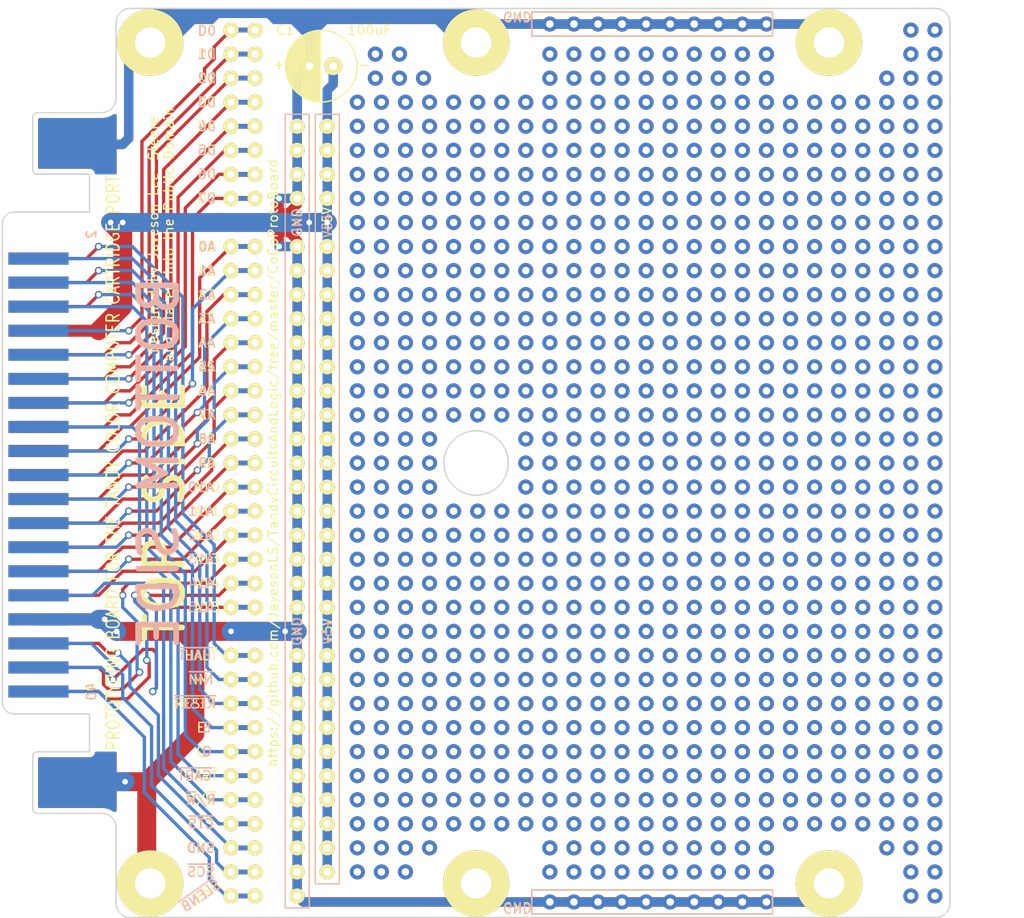
<source format=kicad_pcb>
(kicad_pcb (version 20221018) (generator pcbnew)
  (layers (0 "F.Cu" signal) (31 "B.Cu" signal) (34 "B.Paste" user) (35 "F.Paste" user) (36 "B.SilkS" user "B.Silkscreen") (37 "F.SilkS" user "F.Silkscreen") (38 "B.Mask" user) (39 "F.Mask" user) (44 "Edge.Cuts" user))
  (net 0 "")
  (net 1 "Net-(P1-Pad11)")
  (net 2 "Net-(P1-Pad13)")
  (net 3 "Net-(P1-Pad15)")
  (net 4 "Net-(P1-Pad17)")
  (net 5 "Net-(P1-Pad19)")
  (net 6 "Net-(P1-Pad21)")
  (net 7 "Net-(P1-Pad23)")
  (net 8 "Net-(P1-Pad25)")
  (net 9 "Net-(P1-Pad27)")
  (net 10 "Net-(P1-Pad29)")
  (net 11 "Net-(P1-Pad31)")
  (net 12 "GND")
  (net 13 "Net-(P1-Pad37)")
  (net 14 "Net-(P1-Pad39)")
  (net 15 "Net-(P1-Pad6)")
  (net 16 "Net-(P1-Pad8)")
  (net 17 "Net-(P1-Pad10)")
  (net 18 "Net-(P1-Pad12)")
  (net 19 "Net-(P1-Pad14)")
  (net 20 "Net-(P1-Pad16)")
  (net 21 "Net-(P1-Pad18)")
  (net 22 "Net-(P1-Pad20)")
  (net 23 "Net-(P1-Pad22)")
  (net 24 "Net-(P1-Pad24)")
  (net 25 "Net-(P1-Pad26)")
  (net 26 "Net-(P1-Pad28)")
  (net 27 "Net-(P1-Pad30)")
  (net 28 "Net-(P1-Pad38)")
  (net 29 "Net-(P1-Pad3)")
  (net 30 "Net-(P1-Pad5)")
  (net 31 "Net-(P1-Pad7)")
  (net 32 "Net-(P1-Pad35)")
  (net 33 "Net-(P1-Pad4)")
  (net 34 "Net-(P1-Pad32)")
  (net 35 "Net-(P1-Pad36)")
  (net 36 "Net-(P1-Pad40)")
  (net 37 "+5V")
  (footprint "0Titanium:CocoCardEdgeCocoMIDI" (layer "F.Cu") (at 91.44 104.14)
    (fp_text reference "P1" hide)
    (fp_text value "CocoEdgeConnector" hide)
  )
  (footprint "Connect:1pin" (layer "F.Cu") (at 178.69 148.54)
    (fp_text reference "REF**" hide)
    (fp_text value "1pin" hide)
  )
  (footprint "Connect:1pin" (layer "F.Cu") (at 178.69 59.74)
    (fp_text reference "REF**" hide)
    (fp_text value "1pin" hide)
  )
  (footprint "Connect:1pin" (layer "F.Cu") (at 141.44 59.74)
    (fp_text reference "REF**" hide)
    (fp_text value "1pin" hide)
  )
  (footprint "Connect:1pin" (layer "F.Cu") (at 141.44 148.54)
    (fp_text reference "REF**" hide)
    (fp_text value "1pin" hide)
  )
  (footprint "Connect:1pin" (layer "F.Cu") (at 107.04 148.54)
    (fp_text reference "REF**" hide)
    (fp_text value "1pin" hide)
  )
  (footprint "Housings_DIP:DIP-16_W7.62mm" (layer "F.Cu") (at 115.57 58.42)
    (fp_text reference "P2" hide)
    (fp_text value "Coco Data" hide)
  )
  (footprint "Housings_DIP:DIP-22_W10.16mm" (layer "F.Cu") (at 115.57 124.46)
    (fp_text reference "P4" hide)
    (fp_text value "Coco Signals" hide)
  )
  (footprint "Housings_DIP:DIP-32_W15.24mm" (layer "F.Cu") (at 115.57 81.28)
    (fp_text reference "P3" hide)
    (fp_text value "Coco Address" hide)
  )
  (footprint "Housings_DIP:DIP-16_W7.62mm" (layer "F.Cu") (at 122.555 58.42)
    (fp_text reference "P10" hide)
    (fp_text value "Power Bus" hide)
  )
  (footprint "Capacitors_ThroughHole:C_Radial_D7.5_L11.2_P2.5" (layer "F.Cu") (at 126.365 62.23 180)
    (fp_text reference "C1")
    (fp_text value "100uF")
  )
  (footprint "Connect:1pin" (layer "F.Cu") (at 128.905 81.28)
    (fp_text reference "REF**" hide)
    (fp_text value "1pin" hide)
  )
  (footprint "Connect:1pin" (layer "F.Cu") (at 128.905 104.14)
    (fp_text reference "REF**" hide)
    (fp_text value "1pin" hide)
  )
  (footprint "Connect:1pin" (layer "F.Cu") (at 128.905 101.6)
    (fp_text reference "REF**" hide)
    (fp_text value "1pin" hide)
  )
  (footprint "Connect:1pin" (layer "F.Cu") (at 128.905 106.68)
    (fp_text reference "REF**" hide)
    (fp_text value "1pin" hide)
  )
  (footprint "Connect:1pin" (layer "F.Cu") (at 128.905 109.22)
    (fp_text reference "REF**" hide)
    (fp_text value "1pin" hide)
  )
  (footprint "Connect:1pin" (layer "F.Cu") (at 128.905 111.76)
    (fp_text reference "REF**" hide)
    (fp_text value "1pin" hide)
  )
  (footprint "Connect:1pin" (layer "F.Cu") (at 128.905 68.58)
    (fp_text reference "REF**" hide)
    (fp_text value "1pin" hide)
  )
  (footprint "Connect:1pin" (layer "F.Cu") (at 128.905 144.78)
    (fp_text reference "REF**" hide)
    (fp_text value "1pin" hide)
  )
  (footprint "Connect:1pin" (layer "F.Cu") (at 128.905 137.16)
    (fp_text reference "REF**" hide)
    (fp_text value "1pin" hide)
  )
  (footprint "Connect:1pin" (layer "F.Cu") (at 128.905 139.7)
    (fp_text reference "REF**" hide)
    (fp_text value "1pin" hide)
  )
  (footprint "Connect:1pin" (layer "F.Cu") (at 128.905 147.32)
    (fp_text reference "REF**" hide)
    (fp_text value "1pin" hide)
  )
  (footprint "Connect:1pin" (layer "F.Cu") (at 128.905 142.24)
    (fp_text reference "REF**" hide)
    (fp_text value "1pin" hide)
  )
  (footprint "Connect:1pin" (layer "F.Cu") (at 128.905 134.62)
    (fp_text reference "REF**" hide)
    (fp_text value "1pin" hide)
  )
  (footprint "Connect:1pin" (layer "F.Cu") (at 128.905 66.04)
    (fp_text reference "REF**" hide)
    (fp_text value "1pin" hide)
  )
  (footprint "Connect:1pin" (layer "F.Cu") (at 128.905 86.36)
    (fp_text reference "REF**" hide)
    (fp_text value "1pin" hide)
  )
  (footprint "Connect:1pin" (layer "F.Cu") (at 128.905 88.9)
    (fp_text reference "REF**" hide)
    (fp_text value "1pin" hide)
  )
  (footprint "Connect:1pin" (layer "F.Cu") (at 128.905 124.46)
    (fp_text reference "REF**" hide)
    (fp_text value "1pin" hide)
  )
  (footprint "Connect:1pin" (layer "F.Cu") (at 128.905 127)
    (fp_text reference "REF**" hide)
    (fp_text value "1pin" hide)
  )
  (footprint "Connect:1pin" (layer "F.Cu") (at 128.905 129.54)
    (fp_text reference "REF**" hide)
    (fp_text value "1pin" hide)
  )
  (footprint "Connect:1pin" (layer "F.Cu") (at 128.905 132.08)
    (fp_text reference "REF**" hide)
    (fp_text value "1pin" hide)
  )
  (footprint "Connect:1pin" (layer "F.Cu") (at 128.905 93.98)
    (fp_text reference "REF**" hide)
    (fp_text value "1pin" hide)
  )
  (footprint "Connect:1pin" (layer "F.Cu") (at 128.905 99.06)
    (fp_text reference "REF**" hide)
    (fp_text value "1pin" hide)
  )
  (footprint "Connect:1pin" (layer "F.Cu") (at 128.905 96.52)
    (fp_text reference "REF**" hide)
    (fp_text value "1pin" hide)
  )
  (footprint "Connect:1pin" (layer "F.Cu") (at 128.905 71.12)
    (fp_text reference "REF**" hide)
    (fp_text value "1pin" hide)
  )
  (footprint "Connect:1pin" (layer "F.Cu") (at 128.905 83.82)
    (fp_text reference "REF**" hide)
    (fp_text value "1pin" hide)
  )
  (footprint "Connect:1pin" (layer "F.Cu") (at 128.905 73.66)
    (fp_text reference "REF**" hide)
    (fp_text value "1pin" hide)
  )
  (footprint "Connect:1pin" (layer "F.Cu") (at 128.905 91.44)
    (fp_text reference "REF**" hide)
    (fp_text value "1pin" hide)
  )
  (footprint "Connect:1pin" (layer "F.Cu") (at 128.905 76.2)
    (fp_text reference "REF**" hide)
    (fp_text value "1pin" hide)
  )
  (footprint "Connect:1pin" (layer "F.Cu") (at 128.905 121.92)
    (fp_text reference "REF**" hide)
    (fp_text value "1pin" hide)
  )
  (footprint "Connect:1pin" (layer "F.Cu") (at 128.905 114.3)
    (fp_text reference "REF**" hide)
    (fp_text value "1pin" hide)
  )
  (footprint "Connect:1pin" (layer "F.Cu") (at 128.905 116.84)
    (fp_text reference "REF**" hide)
    (fp_text value "1pin" hide)
  )
  (footprint "Connect:1pin" (layer "F.Cu") (at 128.905 119.38)
    (fp_text reference "REF**" hide)
    (fp_text value "1pin" hide)
  )
  (footprint "Connect:1pin" (layer "F.Cu") (at 131.445 147.32)
    (fp_text reference "REF**" hide)
    (fp_text value "1pin" hide)
  )
  (footprint "Connect:1pin" (layer "F.Cu") (at 128.905 78.74)
    (fp_text reference "REF**" hide)
    (fp_text value "1pin" hide)
  )
  (footprint "Connect:1pin" (layer "F.Cu") (at 165.735 150.495)
    (fp_text reference "REF**" hide)
    (fp_text value "1pin" hide)
  )
  (footprint "Connect:1pin" (layer "F.Cu") (at 163.195 150.495)
    (fp_text reference "REF**" hide)
    (fp_text value "1pin" hide)
  )
  (footprint "Connect:1pin" (layer "F.Cu") (at 158.115 150.495)
    (fp_text reference "REF**" hide)
    (fp_text value "1pin" hide)
  )
  (footprint "Connect:1pin" (layer "F.Cu") (at 160.655 150.495)
    (fp_text reference "REF**" hide)
    (fp_text value "1pin" hide)
  )
  (footprint "Connect:1pin" (layer "F.Cu") (at 155.575 150.495)
    (fp_text reference "REF**" hide)
    (fp_text value "1pin" hide)
  )
  (footprint "Connect:1pin" (layer "F.Cu") (at 153.035 150.495)
    (fp_text reference "REF**" hide)
    (fp_text value "1pin" hide)
  )
  (footprint "Connect:1pin" (layer "F.Cu") (at 150.495 150.495)
    (fp_text reference "REF**" hide)
    (fp_text value "1pin" hide)
  )
  (footprint "Connect:1pin" (layer "F.Cu") (at 147.955 150.495)
    (fp_text reference "REF**" hide)
    (fp_text value "1pin" hide)
  )
  (footprint "Connect:1pin" (layer "F.Cu") (at 131.445 144.78)
    (fp_text reference "REF**" hide)
    (fp_text value "1pin" hide)
  )
  (footprint "Connect:1pin" (layer "F.Cu") (at 131.445 142.24)
    (fp_text reference "REF**" hide)
    (fp_text value "1pin" hide)
  )
  (footprint "Connect:1pin" (layer "F.Cu") (at 131.445 139.7)
    (fp_text reference "REF**" hide)
    (fp_text value "1pin" hide)
  )
  (footprint "Connect:1pin" (layer "F.Cu") (at 131.445 137.16)
    (fp_text reference "REF**" hide)
    (fp_text value "1pin" hide)
  )
  (footprint "Connect:1pin" (layer "F.Cu") (at 131.445 134.62)
    (fp_text reference "REF**" hide)
    (fp_text value "1pin" hide)
  )
  (footprint "Connect:1pin" (layer "F.Cu") (at 133.985 144.78)
    (fp_text reference "REF**" hide)
    (fp_text value "1pin" hide)
  )
  (footprint "Connect:1pin" (layer "F.Cu") (at 133.985 142.24)
    (fp_text reference "REF**" hide)
    (fp_text value "1pin" hide)
  )
  (footprint "Connect:1pin" (layer "F.Cu") (at 133.985 139.7)
    (fp_text reference "REF**" hide)
    (fp_text value "1pin" hide)
  )
  (footprint "Connect:1pin" (layer "F.Cu") (at 133.985 134.62)
    (fp_text reference "REF**" hide)
    (fp_text value "1pin" hide)
  )
  (footprint "Connect:1pin" (layer "F.Cu") (at 133.985 137.16)
    (fp_text reference "REF**" hide)
    (fp_text value "1pin" hide)
  )
  (footprint "Connect:1pin" (layer "F.Cu") (at 133.985 147.32)
    (fp_text reference "REF**" hide)
    (fp_text value "1pin" hide)
  )
  (footprint "Connect:1pin" (layer "F.Cu") (at 136.525 144.78)
    (fp_text reference "REF**" hide)
    (fp_text value "1pin" hide)
  )
  (footprint "Connect:1pin" (layer "F.Cu") (at 136.525 142.24)
    (fp_text reference "REF**" hide)
    (fp_text value "1pin" hide)
  )
  (footprint "Connect:1pin" (layer "F.Cu") (at 136.525 139.7)
    (fp_text reference "REF**" hide)
    (fp_text value "1pin" hide)
  )
  (footprint "Connect:1pin" (layer "F.Cu") (at 136.525 134.62)
    (fp_text reference "REF**" hide)
    (fp_text value "1pin" hide)
  )
  (footprint "Connect:1pin" (layer "F.Cu") (at 136.525 137.16)
    (fp_text reference "REF**" hide)
    (fp_text value "1pin" hide)
  )
  (footprint "Connect:1pin" (layer "F.Cu") (at 139.065 142.24)
    (fp_text reference "REF**" hide)
    (fp_text value "1pin" hide)
  )
  (footprint "Connect:1pin" (layer "F.Cu") (at 139.065 139.7)
    (fp_text reference "REF**" hide)
    (fp_text value "1pin" hide)
  )
  (footprint "Connect:1pin" (layer "F.Cu") (at 139.065 137.16)
    (fp_text reference "REF**" hide)
    (fp_text value "1pin" hide)
  )
  (footprint "Connect:1pin" (layer "F.Cu") (at 139.065 134.62)
    (fp_text reference "REF**" hide)
    (fp_text value "1pin" hide)
  )
  (footprint "Connect:1pin" (layer "F.Cu") (at 141.605 139.7)
    (fp_text reference "REF**" hide)
    (fp_text value "1pin" hide)
  )
  (footprint "Connect:1pin" (layer "F.Cu") (at 141.605 142.24)
    (fp_text reference "REF**" hide)
    (fp_text value "1pin" hide)
  )
  (footprint "Connect:1pin" (layer "F.Cu") (at 141.605 134.62)
    (fp_text reference "REF**" hide)
    (fp_text value "1pin" hide)
  )
  (footprint "Connect:1pin" (layer "F.Cu") (at 141.605 137.16)
    (fp_text reference "REF**" hide)
    (fp_text value "1pin" hide)
  )
  (footprint "Connect:1pin" (layer "F.Cu") (at 144.145 134.62)
    (fp_text reference "REF**" hide)
    (fp_text value "1pin" hide)
  )
  (footprint "Connect:1pin" (layer "F.Cu") (at 144.145 139.7)
    (fp_text reference "REF**" hide)
    (fp_text value "1pin" hide)
  )
  (footprint "Connect:1pin" (layer "F.Cu") (at 144.145 137.16)
    (fp_text reference "REF**" hide)
    (fp_text value "1pin" hide)
  )
  (footprint "Connect:1pin" (layer "F.Cu") (at 144.145 142.24)
    (fp_text reference "REF**" hide)
    (fp_text value "1pin" hide)
  )
  (footprint "Connect:1pin" (layer "F.Cu") (at 146.685 142.24)
    (fp_text reference "REF**" hide)
    (fp_text value "1pin" hide)
  )
  (footprint "Connect:1pin" (layer "F.Cu") (at 146.685 139.7)
    (fp_text reference "REF**" hide)
    (fp_text value "1pin" hide)
  )
  (footprint "Connect:1pin" (layer "F.Cu") (at 146.685 137.16)
    (fp_text reference "REF**" hide)
    (fp_text value "1pin" hide)
  )
  (footprint "Connect:1pin" (layer "F.Cu") (at 146.685 134.62)
    (fp_text reference "REF**" hide)
    (fp_text value "1pin" hide)
  )
  (footprint "Connect:1pin" (layer "F.Cu") (at 149.225 144.78)
    (fp_text reference "REF**" hide)
    (fp_text value "1pin" hide)
  )
  (footprint "Connect:1pin" (layer "F.Cu") (at 149.225 142.24)
    (fp_text reference "REF**" hide)
    (fp_text value "1pin" hide)
  )
  (footprint "Connect:1pin" (layer "F.Cu") (at 149.225 139.7)
    (fp_text reference "REF**" hide)
    (fp_text value "1pin" hide)
  )
  (footprint "Connect:1pin" (layer "F.Cu") (at 149.225 134.62)
    (fp_text reference "REF**" hide)
    (fp_text value "1pin" hide)
  )
  (footprint "Connect:1pin" (layer "F.Cu") (at 149.225 137.16)
    (fp_text reference "REF**" hide)
    (fp_text value "1pin" hide)
  )
  (footprint "Connect:1pin" (layer "F.Cu") (at 149.225 147.32)
    (fp_text reference "REF**" hide)
    (fp_text value "1pin" hide)
  )
  (footprint "Connect:1pin" (layer "F.Cu") (at 151.765 147.32)
    (fp_text reference "REF**" hide)
    (fp_text value "1pin" hide)
  )
  (footprint "Connect:1pin" (layer "F.Cu") (at 151.765 134.62)
    (fp_text reference "REF**" hide)
    (fp_text value "1pin" hide)
  )
  (footprint "Connect:1pin" (layer "F.Cu") (at 151.765 139.7)
    (fp_text reference "REF**" hide)
    (fp_text value "1pin" hide)
  )
  (footprint "Connect:1pin" (layer "F.Cu") (at 151.765 144.78)
    (fp_text reference "REF**" hide)
    (fp_text value "1pin" hide)
  )
  (footprint "Connect:1pin" (layer "F.Cu") (at 151.765 142.24)
    (fp_text reference "REF**" hide)
    (fp_text value "1pin" hide)
  )
  (footprint "Connect:1pin" (layer "F.Cu") (at 151.765 137.16)
    (fp_text reference "REF**" hide)
    (fp_text value "1pin" hide)
  )
  (footprint "Connect:1pin" (layer "F.Cu") (at 154.305 139.7)
    (fp_text reference "REF**" hide)
    (fp_text value "1pin" hide)
  )
  (footprint "Connect:1pin" (layer "F.Cu") (at 154.305 142.24)
    (fp_text reference "REF**" hide)
    (fp_text value "1pin" hide)
  )
  (footprint "Connect:1pin" (layer "F.Cu") (at 154.305 144.78)
    (fp_text reference "REF**" hide)
    (fp_text value "1pin" hide)
  )
  (footprint "Connect:1pin" (layer "F.Cu") (at 154.305 137.16)
    (fp_text reference "REF**" hide)
    (fp_text value "1pin" hide)
  )
  (footprint "Connect:1pin" (layer "F.Cu") (at 154.305 147.32)
    (fp_text reference "REF**" hide)
    (fp_text value "1pin" hide)
  )
  (footprint "Connect:1pin" (layer "F.Cu") (at 154.305 134.62)
    (fp_text reference "REF**" hide)
    (fp_text value "1pin" hide)
  )
  (footprint "Connect:1pin" (layer "F.Cu") (at 156.845 142.24)
    (fp_text reference "REF**" hide)
    (fp_text value "1pin" hide)
  )
  (footprint "Connect:1pin" (layer "F.Cu") (at 156.845 144.78)
    (fp_text reference "REF**" hide)
    (fp_text value "1pin" hide)
  )
  (footprint "Connect:1pin" (layer "F.Cu") (at 156.845 147.32)
    (fp_text reference "REF**" hide)
    (fp_text value "1pin" hide)
  )
  (footprint "Connect:1pin" (layer "F.Cu") (at 156.845 134.62)
    (fp_text reference "REF**" hide)
    (fp_text value "1pin" hide)
  )
  (footprint "Connect:1pin" (layer "F.Cu") (at 156.845 137.16)
    (fp_text reference "REF**" hide)
    (fp_text value "1pin" hide)
  )
  (footprint "Connect:1pin" (layer "F.Cu") (at 156.845 139.7)
    (fp_text reference "REF**" hide)
    (fp_text value "1pin" hide)
  )
  (footprint "Connect:1pin" (layer "F.Cu") (at 159.385 142.24)
    (fp_text reference "REF**" hide)
    (fp_text value "1pin" hide)
  )
  (footprint "Connect:1pin" (layer "F.Cu") (at 159.385 144.78)
    (fp_text reference "REF**" hide)
    (fp_text value "1pin" hide)
  )
  (footprint "Connect:1pin" (layer "F.Cu") (at 159.385 147.32)
    (fp_text reference "REF**" hide)
    (fp_text value "1pin" hide)
  )
  (footprint "Connect:1pin" (layer "F.Cu") (at 159.385 137.16)
    (fp_text reference "REF**" hide)
    (fp_text value "1pin" hide)
  )
  (footprint "Connect:1pin" (layer "F.Cu") (at 159.385 134.62)
    (fp_text reference "REF**" hide)
    (fp_text value "1pin" hide)
  )
  (footprint "Connect:1pin" (layer "F.Cu") (at 159.385 139.7)
    (fp_text reference "REF**" hide)
    (fp_text value "1pin" hide)
  )
  (footprint "Connect:1pin" (layer "F.Cu") (at 161.925 142.24)
    (fp_text reference "REF**" hide)
    (fp_text value "1pin" hide)
  )
  (footprint "Connect:1pin" (layer "F.Cu") (at 161.925 144.78)
    (fp_text reference "REF**" hide)
    (fp_text value "1pin" hide)
  )
  (footprint "Connect:1pin" (layer "F.Cu") (at 161.925 147.32)
    (fp_text reference "REF**" hide)
    (fp_text value "1pin" hide)
  )
  (footprint "Connect:1pin" (layer "F.Cu") (at 161.925 137.16)
    (fp_text reference "REF**" hide)
    (fp_text value "1pin" hide)
  )
  (footprint "Connect:1pin" (layer "F.Cu") (at 161.925 134.62)
    (fp_text reference "REF**" hide)
    (fp_text value "1pin" hide)
  )
  (footprint "Connect:1pin" (layer "F.Cu") (at 161.925 139.7)
    (fp_text reference "REF**" hide)
    (fp_text value "1pin" hide)
  )
  (footprint "Connect:1pin" (layer "F.Cu") (at 164.465 137.16)
    (fp_text reference "REF**" hide)
    (fp_text value "1pin" hide)
  )
  (footprint "Connect:1pin" (layer "F.Cu") (at 164.465 147.32)
    (fp_text reference "REF**" hide)
    (fp_text value "1pin" hide)
  )
  (footprint "Connect:1pin" (layer "F.Cu") (at 164.465 139.7)
    (fp_text reference "REF**" hide)
    (fp_text value "1pin" hide)
  )
  (footprint "Connect:1pin" (layer "F.Cu") (at 164.465 134.62)
    (fp_text reference "REF**" hide)
    (fp_text value "1pin" hide)
  )
  (footprint "Connect:1pin" (layer "F.Cu") (at 164.465 144.78)
    (fp_text reference "REF**" hide)
    (fp_text value "1pin" hide)
  )
  (footprint "Connect:1pin" (layer "F.Cu") (at 164.465 142.24)
    (fp_text reference "REF**" hide)
    (fp_text value "1pin" hide)
  )
  (footprint "Connect:1pin" (layer "F.Cu") (at 167.005 142.24)
    (fp_text reference "REF**" hide)
    (fp_text value "1pin" hide)
  )
  (footprint "Connect:1pin" (layer "F.Cu") (at 167.005 137.16)
    (fp_text reference "REF**" hide)
    (fp_text value "1pin" hide)
  )
  (footprint "Connect:1pin" (layer "F.Cu") (at 167.005 144.78)
    (fp_text reference "REF**" hide)
    (fp_text value "1pin" hide)
  )
  (footprint "Connect:1pin" (layer "F.Cu") (at 167.005 134.62)
    (fp_text reference "REF**" hide)
    (fp_text value "1pin" hide)
  )
  (footprint "Connect:1pin" (layer "F.Cu") (at 167.005 147.32)
    (fp_text reference "REF**" hide)
    (fp_text value "1pin" hide)
  )
  (footprint "Connect:1pin" (layer "F.Cu") (at 167.005 139.7)
    (fp_text reference "REF**" hide)
    (fp_text value "1pin" hide)
  )
  (footprint "Connect:1pin" (layer "F.Cu") (at 169.545 142.24)
    (fp_text reference "REF**" hide)
    (fp_text value "1pin" hide)
  )
  (footprint "Connect:1pin" (layer "F.Cu") (at 169.545 147.32)
    (fp_text reference "REF**" hide)
    (fp_text value "1pin" hide)
  )
  (footprint "Connect:1pin" (layer "F.Cu") (at 169.545 144.78)
    (fp_text reference "REF**" hide)
    (fp_text value "1pin" hide)
  )
  (footprint "Connect:1pin" (layer "F.Cu") (at 169.545 137.16)
    (fp_text reference "REF**" hide)
    (fp_text value "1pin" hide)
  )
  (footprint "Connect:1pin" (layer "F.Cu") (at 169.545 139.7)
    (fp_text reference "REF**" hide)
    (fp_text value "1pin" hide)
  )
  (footprint "Connect:1pin" (layer "F.Cu") (at 169.545 134.62)
    (fp_text reference "REF**" hide)
    (fp_text value "1pin" hide)
  )
  (footprint "Connect:1pin" (layer "F.Cu") (at 172.085 134.62)
    (fp_text reference "REF**" hide)
    (fp_text value "1pin" hide)
  )
  (footprint "Connect:1pin" (layer "F.Cu") (at 172.085 137.16)
    (fp_text reference "REF**" hide)
    (fp_text value "1pin" hide)
  )
  (footprint "Connect:1pin" (layer "F.Cu") (at 172.085 142.24)
    (fp_text reference "REF**" hide)
    (fp_text value "1pin" hide)
  )
  (footprint "Connect:1pin" (layer "F.Cu") (at 172.085 147.32)
    (fp_text reference "REF**" hide)
    (fp_text value "1pin" hide)
  )
  (footprint "Connect:1pin" (layer "F.Cu") (at 172.085 139.7)
    (fp_text reference "REF**" hide)
    (fp_text value "1pin" hide)
  )
  (footprint "Connect:1pin" (layer "F.Cu") (at 172.085 144.78)
    (fp_text reference "REF**" hide)
    (fp_text value "1pin" hide)
  )
  (footprint "Connect:1pin" (layer "F.Cu") (at 179.705 142.24)
    (fp_text reference "REF**" hide)
    (fp_text value "1pin" hide)
  )
  (footprint "Connect:1pin" (layer "F.Cu") (at 184.785 134.62)
    (fp_text reference "REF**" hide)
    (fp_text value "1pin" hide)
  )
  (footprint "Connect:1pin" (layer "F.Cu") (at 174.625 137.16)
    (fp_text reference "REF**" hide)
    (fp_text value "1pin" hide)
  )
  (footprint "Connect:1pin" (layer "F.Cu") (at 182.245 134.62)
    (fp_text reference "REF**" hide)
    (fp_text value "1pin" hide)
  )
  (footprint "Connect:1pin" (layer "F.Cu") (at 184.785 142.24)
    (fp_text reference "REF**" hide)
    (fp_text value "1pin" hide)
  )
  (footprint "Connect:1pin" (layer "F.Cu") (at 177.165 142.24)
    (fp_text reference "REF**" hide)
    (fp_text value "1pin" hide)
  )
  (footprint "Connect:1pin" (layer "F.Cu") (at 174.625 139.7)
    (fp_text reference "REF**" hide)
    (fp_text value "1pin" hide)
  )
  (footprint "Connect:1pin" (layer "F.Cu") (at 182.245 137.16)
    (fp_text reference "REF**" hide)
    (fp_text value "1pin" hide)
  )
  (footprint "Connect:1pin" (layer "F.Cu") (at 174.625 134.62)
    (fp_text reference "REF**" hide)
    (fp_text value "1pin" hide)
  )
  (footprint "Connect:1pin" (layer "F.Cu") (at 177.165 137.16)
    (fp_text reference "REF**" hide)
    (fp_text value "1pin" hide)
  )
  (footprint "Connect:1pin" (layer "F.Cu") (at 179.705 137.16)
    (fp_text reference "REF**" hide)
    (fp_text value "1pin" hide)
  )
  (footprint "Connect:1pin" (layer "F.Cu") (at 182.245 142.24)
    (fp_text reference "REF**" hide)
    (fp_text value "1pin" hide)
  )
  (footprint "Connect:1pin" (layer "F.Cu") (at 184.785 137.16)
    (fp_text reference "REF**" hide)
    (fp_text value "1pin" hide)
  )
  (footprint "Connect:1pin" (layer "F.Cu") (at 184.785 139.7)
    (fp_text reference "REF**" hide)
    (fp_text value "1pin" hide)
  )
  (footprint "Connect:1pin" (layer "F.Cu") (at 179.705 139.7)
    (fp_text reference "REF**" hide)
    (fp_text value "1pin" hide)
  )
  (footprint "Connect:1pin" (layer "F.Cu") (at 182.245 139.7)
    (fp_text reference "REF**" hide)
    (fp_text value "1pin" hide)
  )
  (footprint "Connect:1pin" (layer "F.Cu") (at 177.165 134.62)
    (fp_text reference "REF**" hide)
    (fp_text value "1pin" hide)
  )
  (footprint "Connect:1pin" (layer "F.Cu") (at 174.625 142.24)
    (fp_text reference "REF**" hide)
    (fp_text value "1pin" hide)
  )
  (footprint "Connect:1pin" (layer "F.Cu") (at 177.165 139.7)
    (fp_text reference "REF**" hide)
    (fp_text value "1pin" hide)
  )
  (footprint "Connect:1pin" (layer "F.Cu") (at 179.705 134.62)
    (fp_text reference "REF**" hide)
    (fp_text value "1pin" hide)
  )
  (footprint "Connect:1pin" (layer "F.Cu") (at 187.325 139.7)
    (fp_text reference "REF**" hide)
    (fp_text value "1pin" hide)
  )
  (footprint "Connect:1pin" (layer "F.Cu") (at 187.325 144.78)
    (fp_text reference "REF**" hide)
    (fp_text value "1pin" hide)
  )
  (footprint "Connect:1pin" (layer "F.Cu") (at 189.865 134.62)
    (fp_text reference "REF**" hide)
    (fp_text value "1pin" hide)
  )
  (footprint "Connect:1pin" (layer "F.Cu") (at 187.325 142.24)
    (fp_text reference "REF**" hide)
    (fp_text value "1pin" hide)
  )
  (footprint "Connect:1pin" (layer "F.Cu") (at 187.325 134.62)
    (fp_text reference "REF**" hide)
    (fp_text value "1pin" hide)
  )
  (footprint "Connect:1pin" (layer "F.Cu") (at 189.865 139.7)
    (fp_text reference "REF**" hide)
    (fp_text value "1pin" hide)
  )
  (footprint "Connect:1pin" (layer "F.Cu") (at 189.865 144.78)
    (fp_text reference "REF**" hide)
    (fp_text value "1pin" hide)
  )
  (footprint "Connect:1pin" (layer "F.Cu") (at 187.325 137.16)
    (fp_text reference "REF**" hide)
    (fp_text value "1pin" hide)
  )
  (footprint "Connect:1pin" (layer "F.Cu") (at 189.865 137.16)
    (fp_text reference "REF**" hide)
    (fp_text value "1pin" hide)
  )
  (footprint "Connect:1pin" (layer "F.Cu") (at 189.865 142.24)
    (fp_text reference "REF**" hide)
    (fp_text value "1pin" hide)
  )
  (footprint "Connect:1pin" (layer "F.Cu") (at 189.865 147.32)
    (fp_text reference "REF**" hide)
    (fp_text value "1pin" hide)
  )
  (footprint "Connect:1pin" (layer "F.Cu") (at 187.325 147.32)
    (fp_text reference "REF**" hide)
    (fp_text value "1pin" hide)
  )
  (footprint "Connect:1pin" (layer "F.Cu") (at 184.785 144.78)
    (fp_text reference "REF**" hide)
    (fp_text value "1pin" hide)
  )
  (footprint "Connect:1pin" (layer "F.Cu") (at 131.445 132.08)
    (fp_text reference "REF**" hide)
    (fp_text value "1pin" hide)
  )
  (footprint "Connect:1pin" (layer "F.Cu") (at 189.865 132.08)
    (fp_text reference "REF**" hide)
    (fp_text value "1pin" hide)
  )
  (footprint "Connect:1pin" (layer "F.Cu") (at 187.325 132.08)
    (fp_text reference "REF**" hide)
    (fp_text value "1pin" hide)
  )
  (footprint "Connect:1pin" (layer "F.Cu") (at 146.685 132.08)
    (fp_text reference "REF**" hide)
    (fp_text value "1pin" hide)
  )
  (footprint "Connect:1pin" (layer "F.Cu") (at 144.145 132.08)
    (fp_text reference "REF**" hide)
    (fp_text value "1pin" hide)
  )
  (footprint "Connect:1pin" (layer "F.Cu") (at 141.605 132.08)
    (fp_text reference "REF**" hide)
    (fp_text value "1pin" hide)
  )
  (footprint "Connect:1pin" (layer "F.Cu") (at 149.225 132.08)
    (fp_text reference "REF**" hide)
    (fp_text value "1pin" hide)
  )
  (footprint "Connect:1pin" (layer "F.Cu") (at 136.525 132.08)
    (fp_text reference "REF**" hide)
    (fp_text value "1pin" hide)
  )
  (footprint "Connect:1pin" (layer "F.Cu") (at 139.065 132.08)
    (fp_text reference "REF**" hide)
    (fp_text value "1pin" hide)
  )
  (footprint "Connect:1pin" (layer "F.Cu") (at 154.305 132.08)
    (fp_text reference "REF**" hide)
    (fp_text value "1pin" hide)
  )
  (footprint "Connect:1pin" (layer "F.Cu") (at 156.845 132.08)
    (fp_text reference "REF**" hide)
    (fp_text value "1pin" hide)
  )
  (footprint "Connect:1pin" (layer "F.Cu") (at 159.385 132.08)
    (fp_text reference "REF**" hide)
    (fp_text value "1pin" hide)
  )
  (footprint "Connect:1pin" (layer "F.Cu") (at 151.765 132.08)
    (fp_text reference "REF**" hide)
    (fp_text value "1pin" hide)
  )
  (footprint "Connect:1pin" (layer "F.Cu") (at 172.085 132.08)
    (fp_text reference "REF**" hide)
    (fp_text value "1pin" hide)
  )
  (footprint "Connect:1pin" (layer "F.Cu") (at 169.545 132.08)
    (fp_text reference "REF**" hide)
    (fp_text value "1pin" hide)
  )
  (footprint "Connect:1pin" (layer "F.Cu") (at 161.925 132.08)
    (fp_text reference "REF**" hide)
    (fp_text value "1pin" hide)
  )
  (footprint "Connect:1pin" (layer "F.Cu") (at 184.785 132.08)
    (fp_text reference "REF**" hide)
    (fp_text value "1pin" hide)
  )
  (footprint "Connect:1pin" (layer "F.Cu") (at 164.465 132.08)
    (fp_text reference "REF**" hide)
    (fp_text value "1pin" hide)
  )
  (footprint "Connect:1pin" (layer "F.Cu") (at 167.005 132.08)
    (fp_text reference "REF**" hide)
    (fp_text value "1pin" hide)
  )
  (footprint "Connect:1pin" (layer "F.Cu") (at 182.245 132.08)
    (fp_text reference "REF**" hide)
    (fp_text value "1pin" hide)
  )
  (footprint "Connect:1pin" (layer "F.Cu") (at 177.165 132.08)
    (fp_text reference "REF**" hide)
    (fp_text value "1pin" hide)
  )
  (footprint "Connect:1pin" (layer "F.Cu") (at 174.625 132.08)
    (fp_text reference "REF**" hide)
    (fp_text value "1pin" hide)
  )
  (footprint "Connect:1pin" (layer "F.Cu") (at 179.705 132.08)
    (fp_text reference "REF**" hide)
    (fp_text value "1pin" hide)
  )
  (footprint "Connect:1pin" (layer "F.Cu") (at 133.985 132.08)
    (fp_text reference "REF**" hide)
    (fp_text value "1pin" hide)
  )
  (footprint "Connect:1pin" (layer "F.Cu") (at 156.845 129.54)
    (fp_text reference "REF**" hide)
    (fp_text value "1pin" hide)
  )
  (footprint "Connect:1pin" (layer "F.Cu") (at 151.765 129.54)
    (fp_text reference "REF**" hide)
    (fp_text value "1pin" hide)
  )
  (footprint "Connect:1pin" (layer "F.Cu") (at 184.785 129.54)
    (fp_text reference "REF**" hide)
    (fp_text value "1pin" hide)
  )
  (footprint "Connect:1pin" (layer "F.Cu") (at 182.245 129.54)
    (fp_text reference "REF**" hide)
    (fp_text value "1pin" hide)
  )
  (footprint "Connect:1pin" (layer "F.Cu") (at 136.525 129.54)
    (fp_text reference "REF**" hide)
    (fp_text value "1pin" hide)
  )
  (footprint "Connect:1pin" (layer "F.Cu") (at 161.925 129.54)
    (fp_text reference "REF**" hide)
    (fp_text value "1pin" hide)
  )
  (footprint "Connect:1pin" (layer "F.Cu") (at 187.325 129.54)
    (fp_text reference "REF**" hide)
    (fp_text value "1pin" hide)
  )
  (footprint "Connect:1pin" (layer "F.Cu") (at 146.685 129.54)
    (fp_text reference "REF**" hide)
    (fp_text value "1pin" hide)
  )
  (footprint "Connect:1pin" (layer "F.Cu") (at 149.225 129.54)
    (fp_text reference "REF**" hide)
    (fp_text value "1pin" hide)
  )
  (footprint "Connect:1pin" (layer "F.Cu") (at 172.085 129.54)
    (fp_text reference "REF**" hide)
    (fp_text value "1pin" hide)
  )
  (footprint "Connect:1pin" (layer "F.Cu") (at 164.465 129.54)
    (fp_text reference "REF**" hide)
    (fp_text value "1pin" hide)
  )
  (footprint "Connect:1pin" (layer "F.Cu") (at 141.605 129.54)
    (fp_text reference "REF**" hide)
    (fp_text value "1pin" hide)
  )
  (footprint "Connect:1pin" (layer "F.Cu") (at 131.445 129.54)
    (fp_text reference "REF**" hide)
    (fp_text value "1pin" hide)
  )
  (footprint "Connect:1pin" (layer "F.Cu") (at 189.865 129.54)
    (fp_text reference "REF**" hide)
    (fp_text value "1pin" hide)
  )
  (footprint "Connect:1pin" (layer "F.Cu") (at 144.145 129.54)
    (fp_text reference "REF**" hide)
    (fp_text value "1pin" hide)
  )
  (footprint "Connect:1pin" (layer "F.Cu") (at 139.065 129.54)
    (fp_text reference "REF**" hide)
    (fp_text value "1pin" hide)
  )
  (footprint "Connect:1pin" (layer "F.Cu") (at 154.305 129.54)
    (fp_text reference "REF**" hide)
    (fp_text value "1pin" hide)
  )
  (footprint "Connect:1pin" (layer "F.Cu") (at 159.385 129.54)
    (fp_text reference "REF**" hide)
    (fp_text value "1pin" hide)
  )
  (footprint "Connect:1pin" (layer "F.Cu") (at 169.545 129.54)
    (fp_text reference "REF**" hide)
    (fp_text value "1pin" hide)
  )
  (footprint "Connect:1pin" (layer "F.Cu") (at 167.005 129.54)
    (fp_text reference "REF**" hide)
    (fp_text value "1pin" hide)
  )
  (footprint "Connect:1pin" (layer "F.Cu") (at 177.165 129.54)
    (fp_text reference "REF**" hide)
    (fp_text value "1pin" hide)
  )
  (footprint "Connect:1pin" (layer "F.Cu") (at 174.625 129.54)
    (fp_text reference "REF**" hide)
    (fp_text value "1pin" hide)
  )
  (footprint "Connect:1pin" (layer "F.Cu") (at 179.705 129.54)
    (fp_text reference "REF**" hide)
    (fp_text value "1pin" hide)
  )
  (footprint "Connect:1pin" (layer "F.Cu") (at 133.985 129.54)
    (fp_text reference "REF**" hide)
    (fp_text value "1pin" hide)
  )
  (footprint "Connect:1pin" (layer "F.Cu") (at 139.065 127)
    (fp_text reference "REF**" hide)
    (fp_text value "1pin" hide)
  )
  (footprint "Connect:1pin" (layer "F.Cu") (at 151.765 127)
    (fp_text reference "REF**" hide)
    (fp_text value "1pin" hide)
  )
  (footprint "Connect:1pin" (layer "F.Cu") (at 136.525 127)
    (fp_text reference "REF**" hide)
    (fp_text value "1pin" hide)
  )
  (footprint "Connect:1pin" (layer "F.Cu") (at 149.225 127)
    (fp_text reference "REF**" hide)
    (fp_text value "1pin" hide)
  )
  (footprint "Connect:1pin" (layer "F.Cu") (at 169.545 127)
    (fp_text reference "REF**" hide)
    (fp_text value "1pin" hide)
  )
  (footprint "Connect:1pin" (layer "F.Cu") (at 184.785 127)
    (fp_text reference "REF**" hide)
    (fp_text value "1pin" hide)
  )
  (footprint "Connect:1pin" (layer "F.Cu") (at 187.325 127)
    (fp_text reference "REF**" hide)
    (fp_text value "1pin" hide)
  )
  (footprint "Connect:1pin" (layer "F.Cu") (at 131.445 127)
    (fp_text reference "REF**" hide)
    (fp_text value "1pin" hide)
  )
  (footprint "Connect:1pin" (layer "F.Cu") (at 154.305 127)
    (fp_text reference "REF**" hide)
    (fp_text value "1pin" hide)
  )
  (footprint "Connect:1pin" (layer "F.Cu") (at 167.005 127)
    (fp_text reference "REF**" hide)
    (fp_text value "1pin" hide)
  )
  (footprint "Connect:1pin" (layer "F.Cu") (at 179.705 127)
    (fp_text reference "REF**" hide)
    (fp_text value "1pin" hide)
  )
  (footprint "Connect:1pin" (layer "F.Cu") (at 133.985 127)
    (fp_text reference "REF**" hide)
    (fp_text value "1pin" hide)
  )
  (footprint "Connect:1pin" (layer "F.Cu") (at 159.385 127)
    (fp_text reference "REF**" hide)
    (fp_text value "1pin" hide)
  )
  (footprint "Connect:1pin" (layer "F.Cu") (at 146.685 127)
    (fp_text reference "REF**" hide)
    (fp_text value "1pin" hide)
  )
  (footprint "Connect:1pin" (layer "F.Cu") (at 189.865 127)
    (fp_text reference "REF**" hide)
    (fp_text value "1pin" hide)
  )
  (footprint "Connect:1pin" (layer "F.Cu") (at 141.605 127)
    (fp_text reference "REF**" hide)
    (fp_text value "1pin" hide)
  )
  (footprint "Connect:1pin" (layer "F.Cu") (at 156.845 127)
    (fp_text reference "REF**" hide)
    (fp_text value "1pin" hide)
  )
  (footprint "Connect:1pin" (layer "F.Cu") (at 182.245 127)
    (fp_text reference "REF**" hide)
    (fp_text value "1pin" hide)
  )
  (footprint "Connect:1pin" (layer "F.Cu") (at 174.625 127)
    (fp_text reference "REF**" hide)
    (fp_text value "1pin" hide)
  )
  (footprint "Connect:1pin" (layer "F.Cu") (at 161.925 127)
    (fp_text reference "REF**" hide)
    (fp_text value "1pin" hide)
  )
  (footprint "Connect:1pin" (layer "F.Cu") (at 144.145 127)
    (fp_text reference "REF**" hide)
    (fp_text value "1pin" hide)
  )
  (footprint "Connect:1pin" (layer "F.Cu") (at 172.085 127)
    (fp_text reference "REF**" hide)
    (fp_text value "1pin" hide)
  )
  (footprint "Connect:1pin" (layer "F.Cu") (at 164.465 127)
    (fp_text reference "REF**" hide)
    (fp_text value "1pin" hide)
  )
  (footprint "Connect:1pin" (layer "F.Cu") (at 177.165 127)
    (fp_text reference "REF**" hide)
    (fp_text value "1pin" hide)
  )
  (footprint "Connect:1pin" (layer "F.Cu") (at 151.765 124.46)
    (fp_text reference "REF**" hide)
    (fp_text value "1pin" hide)
  )
  (footprint "Connect:1pin" (layer "F.Cu") (at 187.325 124.46)
    (fp_text reference "REF**" hide)
    (fp_text value "1pin" hide)
  )
  (footprint "Connect:1pin" (layer "F.Cu") (at 139.065 124.46)
    (fp_text reference "REF**" hide)
    (fp_text value "1pin" hide)
  )
  (footprint "Connect:1pin" (layer "F.Cu") (at 136.525 124.46)
    (fp_text reference "REF**" hide)
    (fp_text value "1pin" hide)
  )
  (footprint "Connect:1pin" (layer "F.Cu") (at 169.545 124.46)
    (fp_text reference "REF**" hide)
    (fp_text value "1pin" hide)
  )
  (footprint "Connect:1pin" (layer "F.Cu") (at 149.225 124.46)
    (fp_text reference "REF**" hide)
    (fp_text value "1pin" hide)
  )
  (footprint "Connect:1pin" (layer "F.Cu") (at 154.305 124.46)
    (fp_text reference "REF**" hide)
    (fp_text value "1pin" hide)
  )
  (footprint "Connect:1pin" (layer "F.Cu") (at 172.085 124.46)
    (fp_text reference "REF**" hide)
    (fp_text value "1pin" hide)
  )
  (footprint "Connect:1pin" (layer "F.Cu") (at 184.785 124.46)
    (fp_text reference "REF**" hide)
    (fp_text value "1pin" hide)
  )
  (footprint "Connect:1pin" (layer "F.Cu") (at 167.005 124.46)
    (fp_text reference "REF**" hide)
    (fp_text value "1pin" hide)
  )
  (footprint "Connect:1pin" (layer "F.Cu") (at 133.985 124.46)
    (fp_text reference "REF**" hide)
    (fp_text value "1pin" hide)
  )
  (footprint "Connect:1pin" (layer "F.Cu") (at 146.685 124.46)
    (fp_text reference "REF**" hide)
    (fp_text value "1pin" hide)
  )
  (footprint "Connect:1pin" (layer "F.Cu") (at 161.925 124.46)
    (fp_text reference "REF**" hide)
    (fp_text value "1pin" hide)
  )
  (footprint "Connect:1pin" (layer "F.Cu") (at 164.465 124.46)
    (fp_text reference "REF**" hide)
    (fp_text value "1pin" hide)
  )
  (footprint "Connect:1pin" (layer "F.Cu") (at 159.385 124.46)
    (fp_text reference "REF**" hide)
    (fp_text value "1pin" hide)
  )
  (footprint "Connect:1pin" (layer "F.Cu") (at 189.865 124.46)
    (fp_text reference "REF**" hide)
    (fp_text value "1pin" hide)
  )
  (footprint "Connect:1pin" (layer "F.Cu") (at 174.625 124.46)
    (fp_text reference "REF**" hide)
    (fp_text value "1pin" hide)
  )
  (footprint "Connect:1pin" (layer "F.Cu") (at 177.165 124.46)
    (fp_text reference "REF**" hide)
    (fp_text value "1pin" hide)
  )
  (footprint "Connect:1pin" (layer "F.Cu") (at 141.605 124.46)
    (fp_text reference "REF**" hide)
    (fp_text value "1pin" hide)
  )
  (footprint "Connect:1pin" (layer "F.Cu") (at 156.845 124.46)
    (fp_text reference "REF**" hide)
    (fp_text value "1pin" hide)
  )
  (footprint "Connect:1pin" (layer "F.Cu") (at 182.245 124.46)
    (fp_text reference "REF**" hide)
    (fp_text value "1pin" hide)
  )
  (footprint "Connect:1pin" (layer "F.Cu") (at 131.445 124.46)
    (fp_text reference "REF**" hide)
    (fp_text value "1pin" hide)
  )
  (footprint "Connect:1pin" (layer "F.Cu") (at 144.145 124.46)
    (fp_text reference "REF**" hide)
    (fp_text value "1pin" hide)
  )
  (footprint "Connect:1pin" (layer "F.Cu") (at 179.705 124.46)
    (fp_text reference "REF**" hide)
    (fp_text value "1pin" hide)
  )
  (footprint "Connect:1pin" (layer "F.Cu") (at 187.325 121.92)
    (fp_text reference "REF**" hide)
    (fp_text value "1pin" hide)
  )
  (footprint "Connect:1pin" (layer "F.Cu") (at 184.785 121.92)
    (fp_text reference "REF**" hide)
    (fp_text value "1pin" hide)
  )
  (footprint "Connect:1pin" (layer "F.Cu") (at 172.085 121.92)
    (fp_text reference "REF**" hide)
    (fp_text value "1pin" hide)
  )
  (footprint "Connect:1pin" (layer "F.Cu") (at 167.005 121.92)
    (fp_text reference "REF**" hide)
    (fp_text value "1pin" hide)
  )
  (footprint "Connect:1pin" (layer "F.Cu") (at 133.985 121.92)
    (fp_text reference "REF**" hide)
    (fp_text value "1pin" hide)
  )
  (footprint "Connect:1pin" (layer "F.Cu") (at 136.525 121.92)
    (fp_text reference "REF**" hide)
    (fp_text value "1pin" hide)
  )
  (footprint "Connect:1pin" (layer "F.Cu") (at 139.065 121.92)
    (fp_text reference "REF**" hide)
    (fp_text value "1pin" hide)
  )
  (footprint "Connect:1pin" (layer "F.Cu") (at 169.545 121.92)
    (fp_text reference "REF**" hide)
    (fp_text value "1pin" hide)
  )
  (footprint "Connect:1pin" (layer "F.Cu") (at 149.225 121.92)
    (fp_text reference "REF**" hide)
    (fp_text value "1pin" hide)
  )
  (footprint "Connect:1pin" (layer "F.Cu") (at 151.765 121.92)
    (fp_text reference "REF**" hide)
    (fp_text value "1pin" hide)
  )
  (footprint "Connect:1pin" (layer "F.Cu") (at 154.305 121.92)
    (fp_text reference "REF**" hide)
    (fp_text value "1pin" hide)
  )
  (footprint "Connect:1pin" (layer "F.Cu") (at 141.605 121.92)
    (fp_text reference "REF**" hide)
    (fp_text value "1pin" hide)
  )
  (footprint "Connect:1pin" (layer "F.Cu") (at 174.625 121.92)
    (fp_text reference "REF**" hide)
    (fp_text value "1pin" hide)
  )
  (footprint "Connect:1pin" (layer "F.Cu") (at 179.705 121.92)
    (fp_text reference "REF**" hide)
    (fp_text value "1pin" hide)
  )
  (footprint "Connect:1pin" (layer "F.Cu") (at 189.865 121.92)
    (fp_text reference "REF**" hide)
    (fp_text value "1pin" hide)
  )
  (footprint "Connect:1pin" (layer "F.Cu") (at 131.445 121.92)
    (fp_text reference "REF**" hide)
    (fp_text value "1pin" hide)
  )
  (footprint "Connect:1pin" (layer "F.Cu") (at 159.385 121.92)
    (fp_text reference "REF**" hide)
    (fp_text value "1pin" hide)
  )
  (footprint "Connect:1pin" (layer "F.Cu") (at 182.245 121.92)
    (fp_text reference "REF**" hide)
    (fp_text value "1pin" hide)
  )
  (footprint "Connect:1pin" (layer "F.Cu") (at 161.925 121.92)
    (fp_text reference "REF**" hide)
    (fp_text value "1pin" hide)
  )
  (footprint "Connect:1pin" (layer "F.Cu") (at 146.685 121.92)
    (fp_text reference "REF**" hide)
    (fp_text value "1pin" hide)
  )
  (footprint "Connect:1pin" (layer "F.Cu") (at 156.845 121.92)
    (fp_text reference "REF**" hide)
    (fp_text value "1pin" hide)
  )
  (footprint "Connect:1pin" (layer "F.Cu") (at 144.145 121.92)
    (fp_text reference "REF**" hide)
    (fp_text value "1pin" hide)
  )
  (footprint "Connect:1pin" (layer "F.Cu") (at 177.165 121.92)
    (fp_text reference "REF**" hide)
    (fp_text value "1pin" hide)
  )
  (footprint "Connect:1pin" (layer "F.Cu") (at 164.465 121.92)
    (fp_text reference "REF**" hide)
    (fp_text value "1pin" hide)
  )
  (footprint "Connect:1pin" (layer "F.Cu") (at 172.085 119.38)
    (fp_text reference "REF**" hide)
    (fp_text value "1pin" hide)
  )
  (footprint "Connect:1pin" (layer "F.Cu") (at 167.005 119.38)
    (fp_text reference "REF**" hide)
    (fp_text value "1pin" hide)
  )
  (footprint "Connect:1pin" (layer "F.Cu") (at 139.065 119.38)
    (fp_text reference "REF**" hide)
    (fp_text value "1pin" hide)
  )
  (footprint "Connect:1pin" (layer "F.Cu") (at 151.765 119.38)
    (fp_text reference "REF**" hide)
    (fp_text value "1pin" hide)
  )
  (footprint "Connect:1pin" (layer "F.Cu") (at 179.705 119.38)
    (fp_text reference "REF**" hide)
    (fp_text value "1pin" hide)
  )
  (footprint "Connect:1pin" (layer "F.Cu") (at 184.785 119.38)
    (fp_text reference "REF**" hide)
    (fp_text value "1pin" hide)
  )
  (footprint "Connect:1pin" (layer "F.Cu") (at 133.985 119.38)
    (fp_text reference "REF**" hide)
    (fp_text value "1pin" hide)
  )
  (footprint "Connect:1pin" (layer "F.Cu") (at 169.545 119.38)
    (fp_text reference "REF**" hide)
    (fp_text value "1pin" hide)
  )
  (footprint "Connect:1pin" (layer "F.Cu") (at 141.605 119.38)
    (fp_text reference "REF**" hide)
    (fp_text value "1pin" hide)
  )
  (footprint "Connect:1pin" (layer "F.Cu") (at 174.625 119.38)
    (fp_text reference "REF**" hide)
    (fp_text value "1pin" hide)
  )
  (footprint "Connect:1pin" (layer "F.Cu") (at 131.445 119.38)
    (fp_text reference "REF**" hide)
    (fp_text value "1pin" hide)
  )
  (footprint "Connect:1pin" (layer "F.Cu") (at 161.925 119.38)
    (fp_text reference "REF**" hide)
    (fp_text value "1pin" hide)
  )
  (footprint "Connect:1pin" (layer "F.Cu") (at 146.685 119.38)
    (fp_text reference "REF**" hide)
    (fp_text value "1pin" hide)
  )
  (footprint "Connect:1pin" (layer "F.Cu") (at 144.145 119.38)
    (fp_text reference "REF**" hide)
    (fp_text value "1pin" hide)
  )
  (footprint "Connect:1pin" (layer "F.Cu") (at 156.845 119.38)
    (fp_text reference "REF**" hide)
    (fp_text value "1pin" hide)
  )
  (footprint "Connect:1pin" (layer "F.Cu") (at 136.525 119.38)
    (fp_text reference "REF**" hide)
    (fp_text value "1pin" hide)
  )
  (footprint "Connect:1pin" (layer "F.Cu") (at 177.165 119.38)
    (fp_text reference "REF**" hide)
    (fp_text value "1pin" hide)
  )
  (footprint "Connect:1pin" (layer "F.Cu") (at 189.865 119.38)
    (fp_text reference "REF**" hide)
    (fp_text value "1pin" hide)
  )
  (footprint "Connect:1pin" (layer "F.Cu") (at 187.325 119.38)
    (fp_text reference "REF**" hide)
    (fp_text value "1pin" hide)
  )
  (footprint "Connect:1pin" (layer "F.Cu") (at 154.305 119.38)
    (fp_text reference "REF**" hide)
    (fp_text value "1pin" hide)
  )
  (footprint "Connect:1pin" (layer "F.Cu") (at 159.385 119.38)
    (fp_text reference "REF**" hide)
    (fp_text value "1pin" hide)
  )
  (footprint "Connect:1pin" (layer "F.Cu") (at 182.245 119.38)
    (fp_text reference "REF**" hide)
    (fp_text value "1pin" hide)
  )
  (footprint "Connect:1pin" (layer "F.Cu") (at 164.465 119.38)
    (fp_text reference "REF**" hide)
    (fp_text value "1pin" hide)
  )
  (footprint "Connect:1pin" (layer "F.Cu") (at 149.225 119.38)
    (fp_text reference "REF**" hide)
    (fp_text value "1pin" hide)
  )
  (footprint "Connect:1pin" (layer "F.Cu") (at 172.085 116.84)
    (fp_text reference "REF**" hide)
    (fp_text value "1pin" hide)
  )
  (footprint "Connect:1pin" (layer "F.Cu") (at 133.985 116.84)
    (fp_text reference "REF**" hide)
    (fp_text value "1pin" hide)
  )
  (footprint "Connect:1pin" (layer "F.Cu") (at 156.845 116.84)
    (fp_text reference "REF**" hide)
    (fp_text value "1pin" hide)
  )
  (footprint "Connect:1pin" (layer "F.Cu") (at 161.925 116.84)
    (fp_text reference "REF**" hide)
    (fp_text value "1pin" hide)
  )
  (footprint "Connect:1pin" (layer "F.Cu") (at 154.305 116.84)
    (fp_text reference "REF**" hide)
    (fp_text value "1pin" hide)
  )
  (footprint "Connect:1pin" (layer "F.Cu") (at 139.065 116.84)
    (fp_text reference "REF**" hide)
    (fp_text value "1pin" hide)
  )
  (footprint "Connect:1pin" (layer "F.Cu") (at 151.765 116.84)
    (fp_text reference "REF**" hide)
    (fp_text value "1pin" hide)
  )
  (footprint "Connect:1pin" (layer "F.Cu") (at 136.525 116.84)
    (fp_text reference "REF**" hide)
    (fp_text value "1pin" hide)
  )
  (footprint "Connect:1pin" (layer "F.Cu") (at 159.385 116.84)
    (fp_text reference "REF**" hide)
    (fp_text value "1pin" hide)
  )
  (footprint "Connect:1pin" (layer "F.Cu") (at 189.865 116.84)
    (fp_text reference "REF**" hide)
    (fp_text value "1pin" hide)
  )
  (footprint "Connect:1pin" (layer "F.Cu") (at 167.005 116.84)
    (fp_text reference "REF**" hide)
    (fp_text value "1pin" hide)
  )
  (footprint "Connect:1pin" (layer "F.Cu") (at 184.785 116.84)
    (fp_text reference "REF**" hide)
    (fp_text value "1pin" hide)
  )
  (footprint "Connect:1pin" (layer "F.Cu") (at 174.625 116.84)
    (fp_text reference "REF**" hide)
    (fp_text value "1pin" hide)
  )
  (footprint "Connect:1pin" (layer "F.Cu") (at 182.245 116.84)
    (fp_text reference "REF**" hide)
    (fp_text value "1pin" hide)
  )
  (footprint "Connect:1pin" (layer "F.Cu") (at 144.145 116.84)
    (fp_text reference "REF**" hide)
    (fp_text value "1pin" hide)
  )
  (footprint "Connect:1pin" (layer "F.Cu") (at 169.545 116.84)
    (fp_text reference "REF**" hide)
    (fp_text value "1pin" hide)
  )
  (footprint "Connect:1pin" (layer "F.Cu") (at 177.165 116.84)
    (fp_text reference "REF**" hide)
    (fp_text value "1pin" hide)
  )
  (footprint "Connect:1pin" (layer "F.Cu") (at 187.325 116.84)
    (fp_text reference "REF**" hide)
    (fp_text value "1pin" hide)
  )
  (footprint "Connect:1pin" (layer "F.Cu") (at 164.465 116.84)
    (fp_text reference "REF**" hide)
    (fp_text value "1pin" hide)
  )
  (footprint "Connect:1pin" (layer "F.Cu") (at 131.445 116.84)
    (fp_text reference "REF**" hide)
    (fp_text value "1pin" hide)
  )
  (footprint "Connect:1pin" (layer "F.Cu") (at 146.685 116.84)
    (fp_text reference "REF**" hide)
    (fp_text value "1pin" hide)
  )
  (footprint "Connect:1pin" (layer "F.Cu") (at 141.605 116.84)
    (fp_text reference "REF**" hide)
    (fp_text value "1pin" hide)
  )
  (footprint "Connect:1pin" (layer "F.Cu") (at 149.225 116.84)
    (fp_text reference "REF**" hide)
    (fp_text value "1pin" hide)
  )
  (footprint "Connect:1pin" (layer "F.Cu") (at 179.705 116.84)
    (fp_text reference "REF**" hide)
    (fp_text value "1pin" hide)
  )
  (footprint "Connect:1pin" (layer "F.Cu") (at 172.085 114.3)
    (fp_text reference "REF**" hide)
    (fp_text value "1pin" hide)
  )
  (footprint "Connect:1pin" (layer "F.Cu") (at 133.985 114.3)
    (fp_text reference "REF**" hide)
    (fp_text value "1pin" hide)
  )
  (footprint "Connect:1pin" (layer "F.Cu") (at 156.845 114.3)
    (fp_text reference "REF**" hide)
    (fp_text value "1pin" hide)
  )
  (footprint "Connect:1pin" (layer "F.Cu") (at 154.305 114.3)
    (fp_text reference "REF**" hide)
    (fp_text value "1pin" hide)
  )
  (footprint "Connect:1pin" (layer "F.Cu") (at 174.625 114.3)
    (fp_text reference "REF**" hide)
    (fp_text value "1pin" hide)
  )
  (footprint "Connect:1pin" (layer "F.Cu") (at 131.445 114.3)
    (fp_text reference "REF**" hide)
    (fp_text value "1pin" hide)
  )
  (footprint "Connect:1pin" (layer "F.Cu") (at 167.005 114.3)
    (fp_text reference "REF**" hide)
    (fp_text value "1pin" hide)
  )
  (footprint "Connect:1pin" (layer "F.Cu") (at 146.685 114.3)
    (fp_text reference "REF**" hide)
    (fp_text value "1pin" hide)
  )
  (footprint "Connect:1pin" (layer "F.Cu") (at 141.605 114.3)
    (fp_text reference "REF**" hide)
    (fp_text value "1pin" hide)
  )
  (footprint "Connect:1pin" (layer "F.Cu") (at 149.225 114.3)
    (fp_text reference "REF**" hide)
    (fp_text value "1pin" hide)
  )
  (footprint "Connect:1pin" (layer "F.Cu") (at 179.705 114.3)
    (fp_text reference "REF**" hide)
    (fp_text value "1pin" hide)
  )
  (footprint "Connect:1pin" (layer "F.Cu") (at 164.465 114.3)
    (fp_text reference "REF**" hide)
    (fp_text value "1pin" hide)
  )
  (footprint "Connect:1pin" (layer "F.Cu") (at 187.325 114.3)
    (fp_text reference "REF**" hide)
    (fp_text value "1pin" hide)
  )
  (footprint "Connect:1pin" (layer "F.Cu") (at 184.785 114.3)
    (fp_text reference "REF**" hide)
    (fp_text value "1pin" hide)
  )
  (footprint "Connect:1pin" (layer "F.Cu") (at 189.865 114.3)
    (fp_text reference "REF**" hide)
    (fp_text value "1pin" hide)
  )
  (footprint "Connect:1pin" (layer "F.Cu") (at 182.245 114.3)
    (fp_text reference "REF**" hide)
    (fp_text value "1pin" hide)
  )
  (footprint "Connect:1pin" (layer "F.Cu") (at 144.145 114.3)
    (fp_text reference "REF**" hide)
    (fp_text value "1pin" hide)
  )
  (footprint "Connect:1pin" (layer "F.Cu") (at 161.925 114.3)
    (fp_text reference "REF**" hide)
    (fp_text value "1pin" hide)
  )
  (footprint "Connect:1pin" (layer "F.Cu") (at 177.165 114.3)
    (fp_text reference "REF**" hide)
    (fp_text value "1pin" hide)
  )
  (footprint "Connect:1pin" (layer "F.Cu") (at 159.385 114.3)
    (fp_text reference "REF**" hide)
    (fp_text value "1pin" hide)
  )
  (footprint "Connect:1pin" (layer "F.Cu") (at 139.065 114.3)
    (fp_text reference "REF**" hide)
    (fp_text value "1pin" hide)
  )
  (footprint "Connect:1pin" (layer "F.Cu") (at 136.525 114.3)
    (fp_text reference "REF**" hide)
    (fp_text value "1pin" hide)
  )
  (footprint "Connect:1pin" (layer "F.Cu") (at 151.765 114.3)
    (fp_text reference "REF**" hide)
    (fp_text value "1pin" hide)
  )
  (footprint "Connect:1pin" (layer "F.Cu") (at 169.545 114.3)
    (fp_text reference "REF**" hide)
    (fp_text value "1pin" hide)
  )
  (footprint "Connect:1pin" (layer "F.Cu") (at 174.625 111.76)
    (fp_text reference "REF**" hide)
    (fp_text value "1pin" hide)
  )
  (footprint "Connect:1pin" (layer "F.Cu") (at 182.245 111.76)
    (fp_text reference "REF**" hide)
    (fp_text value "1pin" hide)
  )
  (footprint "Connect:1pin" (layer "F.Cu") (at 159.385 111.76)
    (fp_text reference "REF**" hide)
    (fp_text value "1pin" hide)
  )
  (footprint "Connect:1pin" (layer "F.Cu") (at 179.705 111.76)
    (fp_text reference "REF**" hide)
    (fp_text value "1pin" hide)
  )
  (footprint "Connect:1pin" (layer "F.Cu") (at 156.845 111.76)
    (fp_text reference "REF**" hide)
    (fp_text value "1pin" hide)
  )
  (footprint "Connect:1pin" (layer "F.Cu") (at 164.465 111.76)
    (fp_text reference "REF**" hide)
    (fp_text value "1pin" hide)
  )
  (footprint "Connect:1pin" (layer "F.Cu") (at 131.445 111.76)
    (fp_text reference "REF**" hide)
    (fp_text value "1pin" hide)
  )
  (footprint "Connect:1pin" (layer "F.Cu") (at 154.305 111.76)
    (fp_text reference "REF**" hide)
    (fp_text value "1pin" hide)
  )
  (footprint "Connect:1pin" (layer "F.Cu") (at 141.605 111.76)
    (fp_text reference "REF**" hide)
    (fp_text value "1pin" hide)
  )
  (footprint "Connect:1pin" (layer "F.Cu") (at 177.165 111.76)
    (fp_text reference "REF**" hide)
    (fp_text value "1pin" hide)
  )
  (footprint "Connect:1pin" (layer "F.Cu") (at 144.145 111.76)
    (fp_text reference "REF**" hide)
    (fp_text value "1pin" hide)
  )
  (footprint "Connect:1pin" (layer "F.Cu") (at 136.525 111.76)
    (fp_text reference "REF**" hide)
    (fp_text value "1pin" hide)
  )
  (footprint "Connect:1pin" (layer "F.Cu") (at 133.985 111.76)
    (fp_text reference "REF**" hide)
    (fp_text value "1pin" hide)
  )
  (footprint "Connect:1pin" (layer "F.Cu") (at 184.785 111.76)
    (fp_text reference "REF**" hide)
    (fp_text value "1pin" hide)
  )
  (footprint "Connect:1pin" (layer "F.Cu") (at 149.225 111.76)
    (fp_text reference "REF**" hide)
    (fp_text value "1pin" hide)
  )
  (footprint "Connect:1pin" (layer "F.Cu") (at 189.865 111.76)
    (fp_text reference "REF**" hide)
    (fp_text value "1pin" hide)
  )
  (footprint "Connect:1pin" (layer "F.Cu") (at 151.765 111.76)
    (fp_text reference "REF**" hide)
    (fp_text value "1pin" hide)
  )
  (footprint "Connect:1pin" (layer "F.Cu") (at 187.325 111.76)
    (fp_text reference "REF**" hide)
    (fp_text value "1pin" hide)
  )
  (footprint "Connect:1pin" (layer "F.Cu") (at 167.005 111.76)
    (fp_text reference "REF**" hide)
    (fp_text value "1pin" hide)
  )
  (footprint "Connect:1pin" (layer "F.Cu") (at 146.685 111.76)
    (fp_text reference "REF**" hide)
    (fp_text value "1pin" hide)
  )
  (footprint "Connect:1pin" (layer "F.Cu") (at 161.925 111.76)
    (fp_text reference "REF**" hide)
    (fp_text value "1pin" hide)
  )
  (footprint "Connect:1pin" (layer "F.Cu") (at 139.065 111.76)
    (fp_text reference "REF**" hide)
    (fp_text value "1pin" hide)
  )
  (footprint "Connect:1pin" (layer "F.Cu") (at 169.545 111.76)
    (fp_text reference "REF**" hide)
    (fp_text value "1pin" hide)
  )
  (footprint "Connect:1pin" (layer "F.Cu") (at 172.085 111.76)
    (fp_text reference "REF**" hide)
    (fp_text value "1pin" hide)
  )
  (footprint "Connect:1pin" (layer "F.Cu") (at 154.305 109.22)
    (fp_text reference "REF**" hide)
    (fp_text value "1pin" hide)
  )
  (footprint "Connect:1pin" (layer "F.Cu") (at 133.985 109.22)
    (fp_text reference "REF**" hide)
    (fp_text value "1pin" hide)
  )
  (footprint "Connect:1pin" (layer "F.Cu") (at 149.225 109.22)
    (fp_text reference "REF**" hide)
    (fp_text value "1pin" hide)
  )
  (footprint "Connect:1pin" (layer "F.Cu") (at 151.765 109.22)
    (fp_text reference "REF**" hide)
    (fp_text value "1pin" hide)
  )
  (footprint "Connect:1pin" (layer "F.Cu") (at 146.685 109.22)
    (fp_text reference "REF**" hide)
    (fp_text value "1pin" hide)
  )
  (footprint "Connect:1pin" (layer "F.Cu") (at 159.385 109.22)
    (fp_text reference "REF**" hide)
    (fp_text value "1pin" hide)
  )
  (footprint "Connect:1pin" (layer "F.Cu") (at 179.705 109.22)
    (fp_text reference "REF**" hide)
    (fp_text value "1pin" hide)
  )
  (footprint "Connect:1pin" (layer "F.Cu") (at 141.605 109.22)
    (fp_text reference "REF**" hide)
    (fp_text value "1pin" hide)
  )
  (footprint "Connect:1pin" (layer "F.Cu") (at 144.145 109.22)
    (fp_text reference "REF**" hide)
    (fp_text value "1pin" hide)
  )
  (footprint "Connect:1pin" (layer "F.Cu") (at 174.625 109.22)
    (fp_text reference "REF**" hide)
    (fp_text value "1pin" hide)
  )
  (footprint "Connect:1pin" (layer "F.Cu") (at 182.245 109.22)
    (fp_text reference "REF**" hide)
    (fp_text value "1pin" hide)
  )
  (footprint "Connect:1pin" (layer "F.Cu") (at 164.465 109.22)
    (fp_text reference "REF**" hide)
    (fp_text value "1pin" hide)
  )
  (footprint "Connect:1pin" (layer "F.Cu") (at 131.445 109.22)
    (fp_text reference "REF**" hide)
    (fp_text value "1pin" hide)
  )
  (footprint "Connect:1pin" (layer "F.Cu") (at 156.845 109.22)
    (fp_text reference "REF**" hide)
    (fp_text value "1pin" hide)
  )
  (footprint "Connect:1pin" (layer "F.Cu") (at 177.165 109.22)
    (fp_text reference "REF**" hide)
    (fp_text value "1pin" hide)
  )
  (footprint "Connect:1pin" (layer "F.Cu") (at 136.525 109.22)
    (fp_text reference "REF**" hide)
    (fp_text value "1pin" hide)
  )
  (footprint "Connect:1pin" (layer "F.Cu") (at 184.785 109.22)
    (fp_text reference "REF**" hide)
    (fp_text value "1pin" hide)
  )
  (footprint "Connect:1pin" (layer "F.Cu") (at 189.865 109.22)
    (fp_text reference "REF**" hide)
    (fp_text value "1pin" hide)
  )
  (footprint "Connect:1pin" (layer "F.Cu") (at 187.325 109.22)
    (fp_text reference "REF**" hide)
    (fp_text value "1pin" hide)
  )
  (footprint "Connect:1pin" (layer "F.Cu") (at 167.005 109.22)
    (fp_text reference "REF**" hide)
    (fp_text value "1pin" hide)
  )
  (footprint "Connect:1pin" (layer "F.Cu") (at 169.545 109.22)
    (fp_text reference "REF**" hide)
    (fp_text value "1pin" hide)
  )
  (footprint "Connect:1pin" (layer "F.Cu") (at 139.065 109.22)
    (fp_text reference "REF**" hide)
    (fp_text value "1pin" hide)
  )
  (footprint "Connect:1pin" (layer "F.Cu") (at 161.925 109.22)
    (fp_text reference "REF**" hide)
    (fp_text value "1pin" hide)
  )
  (footprint "Connect:1pin" (layer "F.Cu") (at 172.085 109.22)
    (fp_text reference "REF**" hide)
    (fp_text value "1pin" hide)
  )
  (footprint "Connect:1pin" (layer "F.Cu") (at 133.985 104.14)
    (fp_text reference "REF**" hide)
    (fp_text value "1pin" hide)
  )
  (footprint "Connect:1pin" (layer "F.Cu") (at 131.445 106.68)
    (fp_text reference "REF**" hide)
    (fp_text value "1pin" hide)
  )
  (footprint "Connect:1pin" (layer "F.Cu") (at 136.525 106.68)
    (fp_text reference "REF**" hide)
    (fp_text value "1pin" hide)
  )
  (footprint "Connect:1pin" (layer "F.Cu") (at 131.445 104.14)
    (fp_text reference "REF**" hide)
    (fp_text value "1pin" hide)
  )
  (footprint "Connect:1pin" (layer "F.Cu") (at 133.985 106.68)
    (fp_text reference "REF**" hide)
    (fp_text value "1pin" hide)
  )
  (footprint "Connect:1pin" (layer "F.Cu") (at 136.525 104.14)
    (fp_text reference "REF**" hide)
    (fp_text value "1pin" hide)
  )
  (footprint "Connect:1pin" (layer "F.Cu") (at 133.985 101.6)
    (fp_text reference "REF**" hide)
    (fp_text value "1pin" hide)
  )
  (footprint "Connect:1pin" (layer "F.Cu") (at 131.445 101.6)
    (fp_text reference "REF**" hide)
    (fp_text value "1pin" hide)
  )
  (footprint "Connect:1pin" (layer "F.Cu") (at 136.525 101.6)
    (fp_text reference "REF**" hide)
    (fp_text value "1pin" hide)
  )
  (footprint "Connect:1pin" (layer "F.Cu") (at 174.625 106.68)
    (fp_text reference "REF**" hide)
    (fp_text value "1pin" hide)
  )
  (footprint "Connect:1pin" (layer "F.Cu") (at 154.305 104.14)
    (fp_text reference "REF**" hide)
    (fp_text value "1pin" hide)
  )
  (footprint "Connect:1pin" (layer "F.Cu") (at 182.245 106.68)
    (fp_text reference "REF**" hide)
    (fp_text value "1pin" hide)
  )
  (footprint "Connect:1pin" (layer "F.Cu") (at 149.225 104.14)
    (fp_text reference "REF**" hide)
    (fp_text value "1pin" hide)
  )
  (footprint "Connect:1pin" (layer "F.Cu") (at 151.765 104.14)
    (fp_text reference "REF**" hide)
    (fp_text value "1pin" hide)
  )
  (footprint "Connect:1pin" (layer "F.Cu") (at 159.385 106.68)
    (fp_text reference "REF**" hide)
    (fp_text value "1pin" hide)
  )
  (footprint "Connect:1pin" (layer "F.Cu") (at 146.685 104.14)
    (fp_text reference "REF**" hide)
    (fp_text value "1pin" hide)
  )
  (footprint "Connect:1pin" (layer "F.Cu") (at 179.705 106.68)
    (fp_text reference "REF**" hide)
    (fp_text value "1pin" hide)
  )
  (footprint "Connect:1pin" (layer "F.Cu") (at 159.385 104.14)
    (fp_text reference "REF**" hide)
    (fp_text value "1pin" hide)
  )
  (footprint "Connect:1pin" (layer "F.Cu") (at 179.705 104.14)
    (fp_text reference "REF**" hide)
    (fp_text value "1pin" hide)
  )
  (footprint "Connect:1pin" (layer "F.Cu") (at 156.845 106.68)
    (fp_text reference "REF**" hide)
    (fp_text value "1pin" hide)
  )
  (footprint "Connect:1pin" (layer "F.Cu") (at 164.465 106.68)
    (fp_text reference "REF**" hide)
    (fp_text value "1pin" hide)
  )
  (footprint "Connect:1pin" (layer "F.Cu") (at 154.305 106.68)
    (fp_text reference "REF**" hide)
    (fp_text value "1pin" hide)
  )
  (footprint "Connect:1pin" (layer "F.Cu") (at 177.165 106.68)
    (fp_text reference "REF**" hide)
    (fp_text value "1pin" hide)
  )
  (footprint "Connect:1pin" (layer "F.Cu") (at 174.625 104.14)
    (fp_text reference "REF**" hide)
    (fp_text value "1pin" hide)
  )
  (footprint "Connect:1pin" (layer "F.Cu") (at 182.245 104.14)
    (fp_text reference "REF**" hide)
    (fp_text value "1pin" hide)
  )
  (footprint "Connect:1pin" (layer "F.Cu") (at 164.465 104.14)
    (fp_text reference "REF**" hide)
    (fp_text value "1pin" hide)
  )
  (footprint "Connect:1pin" (layer "F.Cu") (at 184.785 106.68)
    (fp_text reference "REF**" hide)
    (fp_text value "1pin" hide)
  )
  (footprint "Connect:1pin" (layer "F.Cu") (at 149.225 106.68)
    (fp_text reference "REF**" hide)
    (fp_text value "1pin" hide)
  )
  (footprint "Connect:1pin" (layer "F.Cu") (at 189.865 106.68)
    (fp_text reference "REF**" hide)
    (fp_text value "1pin" hide)
  )
  (footprint "Connect:1pin" (layer "F.Cu") (at 151.765 106.68)
    (fp_text reference "REF**" hide)
    (fp_text value "1pin" hide)
  )
  (footprint "Connect:1pin" (layer "F.Cu") (at 156.845 104.14)
    (fp_text reference "REF**" hide)
    (fp_text value "1pin" hide)
  )
  (footprint "Connect:1pin" (layer "F.Cu") (at 187.325 106.68)
    (fp_text reference "REF**" hide)
    (fp_text value "1pin" hide)
  )
  (footprint "Connect:1pin" (layer "F.Cu") (at 167.005 106.68)
    (fp_text reference "REF**" hide)
    (fp_text value "1pin" hide)
  )
  (footprint "Connect:1pin" (layer "F.Cu") (at 146.685 106.68)
    (fp_text reference "REF**" hide)
    (fp_text value "1pin" hide)
  )
  (footprint "Connect:1pin" (layer "F.Cu") (at 161.925 106.68)
    (fp_text reference "REF**" hide)
    (fp_text value "1pin" hide)
  )
  (footprint "Connect:1pin" (layer "F.Cu") (at 169.545 106.68)
    (fp_text reference "REF**" hide)
    (fp_text value "1pin" hide)
  )
  (footprint "Connect:1pin" (layer "F.Cu") (at 177.165 104.14)
    (fp_text reference "REF**" hide)
    (fp_text value "1pin" hide)
  )
  (footprint "Connect:1pin" (layer "F.Cu") (at 184.785 104.14)
    (fp_text reference "REF**" hide)
    (fp_text value "1pin" hide)
  )
  (footprint "Connect:1pin" (layer "F.Cu") (at 189.865 104.14)
    (fp_text reference "REF**" hide)
    (fp_text value "1pin" hide)
  )
  (footprint "Connect:1pin" (layer "F.Cu") (at 187.325 104.14)
    (fp_text reference "REF**" hide)
    (fp_text value "1pin" hide)
  )
  (footprint "Connect:1pin" (layer "F.Cu") (at 167.005 104.14)
    (fp_text reference "REF**" hide)
    (fp_text value "1pin" hide)
  )
  (footprint "Connect:1pin" (layer "F.Cu") (at 169.545 104.14)
    (fp_text reference "REF**" hide)
    (fp_text value "1pin" hide)
  )
  (footprint "Connect:1pin" (layer "F.Cu") (at 161.925 104.14)
    (fp_text reference "REF**" hide)
    (fp_text value "1pin" hide)
  )
  (footprint "Connect:1pin" (layer "F.Cu") (at 172.085 104.14)
    (fp_text reference "REF**" hide)
    (fp_text value "1pin" hide)
  )
  (footprint "Connect:1pin" (layer "F.Cu") (at 172.085 106.68)
    (fp_text reference "REF**" hide)
    (fp_text value "1pin" hide)
  )
  (footprint "Connect:1pin" (layer "F.Cu") (at 149.225 101.6)
    (fp_text reference "REF**" hide)
    (fp_text value "1pin" hide)
  )
  (footprint "Connect:1pin" (layer "F.Cu") (at 151.765 101.6)
    (fp_text reference "REF**" hide)
    (fp_text value "1pin" hide)
  )
  (footprint "Connect:1pin" (layer "F.Cu") (at 146.685 101.6)
    (fp_text reference "REF**" hide)
    (fp_text value "1pin" hide)
  )
  (footprint "Connect:1pin" (layer "F.Cu") (at 159.385 101.6)
    (fp_text reference "REF**" hide)
    (fp_text value "1pin" hide)
  )
  (footprint "Connect:1pin" (layer "F.Cu") (at 174.625 101.6)
    (fp_text reference "REF**" hide)
    (fp_text value "1pin" hide)
  )
  (footprint "Connect:1pin" (layer "F.Cu") (at 182.245 101.6)
    (fp_text reference "REF**" hide)
    (fp_text value "1pin" hide)
  )
  (footprint "Connect:1pin" (layer "F.Cu") (at 154.305 101.6)
    (fp_text reference "REF**" hide)
    (fp_text value "1pin" hide)
  )
  (footprint "Connect:1pin" (layer "F.Cu") (at 179.705 101.6)
    (fp_text reference "REF**" hide)
    (fp_text value "1pin" hide)
  )
  (footprint "Connect:1pin" (layer "F.Cu") (at 164.465 101.6)
    (fp_text reference "REF**" hide)
    (fp_text value "1pin" hide)
  )
  (footprint "Connect:1pin" (layer "F.Cu") (at 156.845 101.6)
    (fp_text reference "REF**" hide)
    (fp_text value "1pin" hide)
  )
  (footprint "Connect:1pin" (layer "F.Cu") (at 177.165 101.6)
    (fp_text reference "REF**" hide)
    (fp_text value "1pin" hide)
  )
  (footprint "Connect:1pin" (layer "F.Cu") (at 189.865 101.6)
    (fp_text reference "REF**" hide)
    (fp_text value "1pin" hide)
  )
  (footprint "Connect:1pin" (layer "F.Cu") (at 169.545 101.6)
    (fp_text reference "REF**" hide)
    (fp_text value "1pin" hide)
  )
  (footprint "Connect:1pin" (layer "F.Cu") (at 161.925 101.6)
    (fp_text reference "REF**" hide)
    (fp_text value "1pin" hide)
  )
  (footprint "Connect:1pin" (layer "F.Cu") (at 187.325 101.6)
    (fp_text reference "REF**" hide)
    (fp_text value "1pin" hide)
  )
  (footprint "Connect:1pin" (layer "F.Cu") (at 167.005 101.6)
    (fp_text reference "REF**" hide)
    (fp_text value "1pin" hide)
  )
  (footprint "Connect:1pin" (layer "F.Cu") (at 184.785 101.6)
    (fp_text reference "REF**" hide)
    (fp_text value "1pin" hide)
  )
  (footprint "Connect:1pin" (layer "F.Cu") (at 172.085 101.6)
    (fp_text reference "REF**" hide)
    (fp_text value "1pin" hide)
  )
  (footprint "Connect:1pin" (layer "F.Cu") (at 187.325 83.82)
    (fp_text reference "REF**" hide)
    (fp_text value "1pin" hide)
  )
  (footprint "Connect:1pin" (layer "F.Cu") (at 184.785 83.82)
    (fp_text reference "REF**" hide)
    (fp_text value "1pin" hide)
  )
  (footprint "Connect:1pin" (layer "F.Cu") (at 172.085 83.82)
    (fp_text reference "REF**" hide)
    (fp_text value "1pin" hide)
  )
  (footprint "Connect:1pin" (layer "F.Cu") (at 167.005 83.82)
    (fp_text reference "REF**" hide)
    (fp_text value "1pin" hide)
  )
  (footprint "Connect:1pin" (layer "F.Cu") (at 133.985 83.82)
    (fp_text reference "REF**" hide)
    (fp_text value "1pin" hide)
  )
  (footprint "Connect:1pin" (layer "F.Cu") (at 136.525 83.82)
    (fp_text reference "REF**" hide)
    (fp_text value "1pin" hide)
  )
  (footprint "Connect:1pin" (layer "F.Cu") (at 139.065 83.82)
    (fp_text reference "REF**" hide)
    (fp_text value "1pin" hide)
  )
  (footprint "Connect:1pin" (layer "F.Cu") (at 169.545 83.82)
    (fp_text reference "REF**" hide)
    (fp_text value "1pin" hide)
  )
  (footprint "Connect:1pin" (layer "F.Cu") (at 149.225 83.82)
    (fp_text reference "REF**" hide)
    (fp_text value "1pin" hide)
  )
  (footprint "Connect:1pin" (layer "F.Cu") (at 151.765 83.82)
    (fp_text reference "REF**" hide)
    (fp_text value "1pin" hide)
  )
  (footprint "Connect:1pin" (layer "F.Cu") (at 154.305 83.82)
    (fp_text reference "REF**" hide)
    (fp_text value "1pin" hide)
  )
  (footprint "Connect:1pin" (layer "F.Cu") (at 131.445 99.06)
    (fp_text reference "REF**" hide)
    (fp_text value "1pin" hide)
  )
  (footprint "Connect:1pin" (layer "F.Cu") (at 131.445 93.98)
    (fp_text reference "REF**" hide)
    (fp_text value "1pin" hide)
  )
  (footprint "Connect:1pin" (layer "F.Cu") (at 131.445 96.52)
    (fp_text reference "REF**" hide)
    (fp_text value "1pin" hide)
  )
  (footprint "Connect:1pin" (layer "F.Cu") (at 189.865 99.06)
    (fp_text reference "REF**" hide)
    (fp_text value "1pin" hide)
  )
  (footprint "Connect:1pin" (layer "F.Cu") (at 189.865 96.52)
    (fp_text reference "REF**" hide)
    (fp_text value "1pin" hide)
  )
  (footprint "Connect:1pin" (layer "F.Cu") (at 187.325 99.06)
    (fp_text reference "REF**" hide)
    (fp_text value "1pin" hide)
  )
  (footprint "Connect:1pin" (layer "F.Cu") (at 156.845 91.44)
    (fp_text reference "REF**" hide)
    (fp_text value "1pin" hide)
  )
  (footprint "Connect:1pin" (layer "F.Cu") (at 151.765 91.44)
    (fp_text reference "REF**" hide)
    (fp_text value "1pin" hide)
  )
  (footprint "Connect:1pin" (layer "F.Cu") (at 184.785 91.44)
    (fp_text reference "REF**" hide)
    (fp_text value "1pin" hide)
  )
  (footprint "Connect:1pin" (layer "F.Cu") (at 182.245 91.44)
    (fp_text reference "REF**" hide)
    (fp_text value "1pin" hide)
  )
  (footprint "Connect:1pin" (layer "F.Cu") (at 187.325 96.52)
    (fp_text reference "REF**" hide)
    (fp_text value "1pin" hide)
  )
  (footprint "Connect:1pin" (layer "F.Cu") (at 136.525 91.44)
    (fp_text reference "REF**" hide)
    (fp_text value "1pin" hide)
  )
  (footprint "Connect:1pin" (layer "F.Cu") (at 161.925 91.44)
    (fp_text reference "REF**" hide)
    (fp_text value "1pin" hide)
  )
  (footprint "Connect:1pin" (layer "F.Cu") (at 187.325 91.44)
    (fp_text reference "REF**" hide)
    (fp_text value "1pin" hide)
  )
  (footprint "Connect:1pin" (layer "F.Cu") (at 146.685 91.44)
    (fp_text reference "REF**" hide)
    (fp_text value "1pin" hide)
  )
  (footprint "Connect:1pin" (layer "F.Cu") (at 149.225 91.44)
    (fp_text reference "REF**" hide)
    (fp_text value "1pin" hide)
  )
  (footprint "Connect:1pin" (layer "F.Cu") (at 172.085 91.44)
    (fp_text reference "REF**" hide)
    (fp_text value "1pin" hide)
  )
  (footprint "Connect:1pin" (layer "F.Cu") (at 164.465 91.44)
    (fp_text reference "REF**" hide)
    (fp_text value "1pin" hide)
  )
  (footprint "Connect:1pin" (layer "F.Cu") (at 141.605 91.44)
    (fp_text reference "REF**" hide)
    (fp_text value "1pin" hide)
  )
  (footprint "Connect:1pin" (layer "F.Cu") (at 131.445 91.44)
    (fp_text reference "REF**" hide)
    (fp_text value "1pin" hide)
  )
  (footprint "Connect:1pin" (layer "F.Cu") (at 189.865 91.44)
    (fp_text reference "REF**" hide)
    (fp_text value "1pin" hide)
  )
  (footprint "Connect:1pin" (layer "F.Cu") (at 144.145 91.44)
    (fp_text reference "REF**" hide)
    (fp_text value "1pin" hide)
  )
  (footprint "Connect:1pin" (layer "F.Cu") (at 189.865 93.98)
    (fp_text reference "REF**" hide)
    (fp_text value "1pin" hide)
  )
  (footprint "Connect:1pin" (layer "F.Cu") (at 187.325 93.98)
    (fp_text reference "REF**" hide)
    (fp_text value "1pin" hide)
  )
  (footprint "Connect:1pin" (layer "F.Cu") (at 139.065 91.44)
    (fp_text reference "REF**" hide)
    (fp_text value "1pin" hide)
  )
  (footprint "Connect:1pin" (layer "F.Cu") (at 154.305 91.44)
    (fp_text reference "REF**" hide)
    (fp_text value "1pin" hide)
  )
  (footprint "Connect:1pin" (layer "F.Cu") (at 159.385 91.44)
    (fp_text reference "REF**" hide)
    (fp_text value "1pin" hide)
  )
  (footprint "Connect:1pin" (layer "F.Cu") (at 169.545 91.44)
    (fp_text reference "REF**" hide)
    (fp_text value "1pin" hide)
  )
  (footprint "Connect:1pin" (layer "F.Cu") (at 167.005 91.44)
    (fp_text reference "REF**" hide)
    (fp_text value "1pin" hide)
  )
  (footprint "Connect:1pin" (layer "F.Cu") (at 177.165 91.44)
    (fp_text reference "REF**" hide)
    (fp_text value "1pin" hide)
  )
  (footprint "Connect:1pin" (layer "F.Cu") (at 174.625 91.44)
    (fp_text reference "REF**" hide)
    (fp_text value "1pin" hide)
  )
  (footprint "Connect:1pin" (layer "F.Cu") (at 179.705 91.44)
    (fp_text reference "REF**" hide)
    (fp_text value "1pin" hide)
  )
  (footprint "Connect:1pin" (layer "F.Cu") (at 133.985 91.44)
    (fp_text reference "REF**" hide)
    (fp_text value "1pin" hide)
  )
  (footprint "Connect:1pin" (layer "F.Cu") (at 174.625 73.66)
    (fp_text reference "REF**" hide)
    (fp_text value "1pin" hide)
  )
  (footprint "Connect:1pin" (layer "F.Cu") (at 154.305 71.12)
    (fp_text reference "REF**" hide)
    (fp_text value "1pin" hide)
  )
  (footprint "Connect:1pin" (layer "F.Cu") (at 182.245 73.66)
    (fp_text reference "REF**" hide)
    (fp_text value "1pin" hide)
  )
  (footprint "Connect:1pin" (layer "F.Cu") (at 133.985 71.12)
    (fp_text reference "REF**" hide)
    (fp_text value "1pin" hide)
  )
  (footprint "Connect:1pin" (layer "F.Cu") (at 149.225 71.12)
    (fp_text reference "REF**" hide)
    (fp_text value "1pin" hide)
  )
  (footprint "Connect:1pin" (layer "F.Cu") (at 151.765 71.12)
    (fp_text reference "REF**" hide)
    (fp_text value "1pin" hide)
  )
  (footprint "Connect:1pin" (layer "F.Cu") (at 159.385 73.66)
    (fp_text reference "REF**" hide)
    (fp_text value "1pin" hide)
  )
  (footprint "Connect:1pin" (layer "F.Cu") (at 146.685 71.12)
    (fp_text reference "REF**" hide)
    (fp_text value "1pin" hide)
  )
  (footprint "Connect:1pin" (layer "F.Cu") (at 179.705 73.66)
    (fp_text reference "REF**" hide)
    (fp_text value "1pin" hide)
  )
  (footprint "Connect:1pin" (layer "F.Cu") (at 159.385 71.12)
    (fp_text reference "REF**" hide)
    (fp_text value "1pin" hide)
  )
  (footprint "Connect:1pin" (layer "F.Cu") (at 179.705 71.12)
    (fp_text reference "REF**" hide)
    (fp_text value "1pin" hide)
  )
  (footprint "Connect:1pin" (layer "F.Cu") (at 141.605 71.12)
    (fp_text reference "REF**" hide)
    (fp_text value "1pin" hide)
  )
  (footprint "Connect:1pin" (layer "F.Cu") (at 144.145 71.12)
    (fp_text reference "REF**" hide)
    (fp_text value "1pin" hide)
  )
  (footprint "Connect:1pin" (layer "F.Cu") (at 156.845 73.66)
    (fp_text reference "REF**" hide)
    (fp_text value "1pin" hide)
  )
  (footprint "Connect:1pin" (layer "F.Cu") (at 164.465 73.66)
    (fp_text reference "REF**" hide)
    (fp_text value "1pin" hide)
  )
  (footprint "Connect:1pin" (layer "F.Cu") (at 131.445 73.66)
    (fp_text reference "REF**" hide)
    (fp_text value "1pin" hide)
  )
  (footprint "Connect:1pin" (layer "F.Cu") (at 154.305 73.66)
    (fp_text reference "REF**" hide)
    (fp_text value "1pin" hide)
  )
  (footprint "Connect:1pin" (layer "F.Cu") (at 141.605 73.66)
    (fp_text reference "REF**" hide)
    (fp_text value "1pin" hide)
  )
  (footprint "Connect:1pin" (layer "F.Cu") (at 177.165 73.66)
    (fp_text reference "REF**" hide)
    (fp_text value "1pin" hide)
  )
  (footprint "Connect:1pin" (layer "F.Cu") (at 174.625 71.12)
    (fp_text reference "REF**" hide)
    (fp_text value "1pin" hide)
  )
  (footprint "Connect:1pin" (layer "F.Cu") (at 144.145 73.66)
    (fp_text reference "REF**" hide)
    (fp_text value "1pin" hide)
  )
  (footprint "Connect:1pin" (layer "F.Cu") (at 136.525 73.66)
    (fp_text reference "REF**" hide)
    (fp_text value "1pin" hide)
  )
  (footprint "Connect:1pin" (layer "F.Cu") (at 182.245 71.12)
    (fp_text reference "REF**" hide)
    (fp_text value "1pin" hide)
  )
  (footprint "Connect:1pin" (layer "F.Cu") (at 164.465 71.12)
    (fp_text reference "REF**" hide)
    (fp_text value "1pin" hide)
  )
  (footprint "Connect:1pin" (layer "F.Cu") (at 131.445 71.12)
    (fp_text reference "REF**" hide)
    (fp_text value "1pin" hide)
  )
  (footprint "Connect:1pin" (layer "F.Cu") (at 133.985 73.66)
    (fp_text reference "REF**" hide)
    (fp_text value "1pin" hide)
  )
  (footprint "Connect:1pin" (layer "F.Cu") (at 184.785 73.66)
    (fp_text reference "REF**" hide)
    (fp_text value "1pin" hide)
  )
  (footprint "Connect:1pin" (layer "F.Cu") (at 149.225 73.66)
    (fp_text reference "REF**" hide)
    (fp_text value "1pin" hide)
  )
  (footprint "Connect:1pin" (layer "F.Cu") (at 189.865 73.66)
    (fp_text reference "REF**" hide)
    (fp_text value "1pin" hide)
  )
  (footprint "Connect:1pin" (layer "F.Cu") (at 151.765 73.66)
    (fp_text reference "REF**" hide)
    (fp_text value "1pin" hide)
  )
  (footprint "Connect:1pin" (layer "F.Cu") (at 156.845 71.12)
    (fp_text reference "REF**" hide)
    (fp_text value "1pin" hide)
  )
  (footprint "Connect:1pin" (layer "F.Cu") (at 187.325 73.66)
    (fp_text reference "REF**" hide)
    (fp_text value "1pin" hide)
  )
  (footprint "Connect:1pin" (layer "F.Cu") (at 167.005 73.66)
    (fp_text reference "REF**" hide)
    (fp_text value "1pin" hide)
  )
  (footprint "Connect:1pin" (layer "F.Cu") (at 146.685 73.66)
    (fp_text reference "REF**" hide)
    (fp_text value "1pin" hide)
  )
  (footprint "Connect:1pin" (layer "F.Cu") (at 161.925 73.66)
    (fp_text reference "REF**" hide)
    (fp_text value "1pin" hide)
  )
  (footprint "Connect:1pin" (layer "F.Cu") (at 139.065 73.66)
    (fp_text reference "REF**" hide)
    (fp_text value "1pin" hide)
  )
  (footprint "Connect:1pin" (layer "F.Cu") (at 169.545 73.66)
    (fp_text reference "REF**" hide)
    (fp_text value "1pin" hide)
  )
  (footprint "Connect:1pin" (layer "F.Cu") (at 177.165 71.12)
    (fp_text reference "REF**" hide)
    (fp_text value "1pin" hide)
  )
  (footprint "Connect:1pin" (layer "F.Cu") (at 136.525 71.12)
    (fp_text reference "REF**" hide)
    (fp_text value "1pin" hide)
  )
  (footprint "Connect:1pin" (layer "F.Cu") (at 184.785 71.12)
    (fp_text reference "REF**" hide)
    (fp_text value "1pin" hide)
  )
  (footprint "Connect:1pin" (layer "F.Cu") (at 189.865 71.12)
    (fp_text reference "REF**" hide)
    (fp_text value "1pin" hide)
  )
  (footprint "Connect:1pin" (layer "F.Cu") (at 187.325 71.12)
    (fp_text reference "REF**" hide)
    (fp_text value "1pin" hide)
  )
  (footprint "Connect:1pin" (layer "F.Cu") (at 167.005 71.12)
    (fp_text reference "REF**" hide)
    (fp_text value "1pin" hide)
  )
  (footprint "Connect:1pin" (layer "F.Cu") (at 169.545 71.12)
    (fp_text reference "REF**" hide)
    (fp_text value "1pin" hide)
  )
  (footprint "Connect:1pin" (layer "F.Cu") (at 139.065 71.12)
    (fp_text reference "REF**" hide)
    (fp_text value "1pin" hide)
  )
  (footprint "Connect:1pin" (layer "F.Cu") (at 161.925 71.12)
    (fp_text reference "REF**" hide)
    (fp_text value "1pin" hide)
  )
  (footprint "Connect:1pin" (layer "F.Cu") (at 172.085 71.12)
    (fp_text reference "REF**" hide)
    (fp_text value "1pin" hide)
  )
  (footprint "Connect:1pin" (layer "F.Cu") (at 141.605 83.82)
    (fp_text reference "REF**" hide)
    (fp_text value "1pin" hide)
  )
  (footprint "Connect:1pin" (layer "F.Cu") (at 174.625 83.82)
    (fp_text reference "REF**" hide)
    (fp_text value "1pin" hide)
  )
  (footprint "Connect:1pin" (layer "F.Cu") (at 179.705 83.82)
    (fp_text reference "REF**" hide)
    (fp_text value "1pin" hide)
  )
  (footprint "Connect:1pin" (layer "F.Cu") (at 172.085 78.74)
    (fp_text reference "REF**" hide)
    (fp_text value "1pin" hide)
  )
  (footprint "Connect:1pin" (layer "F.Cu") (at 189.865 83.82)
    (fp_text reference "REF**" hide)
    (fp_text value "1pin" hide)
  )
  (footprint "Connect:1pin" (layer "F.Cu") (at 131.445 83.82)
    (fp_text reference "REF**" hide)
    (fp_text value "1pin" hide)
  )
  (footprint "Connect:1pin" (layer "F.Cu") (at 159.385 83.82)
    (fp_text reference "REF**" hide)
    (fp_text value "1pin" hide)
  )
  (footprint "Connect:1pin" (layer "F.Cu") (at 182.245 83.82)
    (fp_text reference "REF**" hide)
    (fp_text value "1pin" hide)
  )
  (footprint "Connect:1pin" (layer "F.Cu") (at 172.085 81.28)
    (fp_text reference "REF**" hide)
    (fp_text value "1pin" hide)
  )
  (footprint "Connect:1pin" (layer "F.Cu") (at 167.005 81.28)
    (fp_text reference "REF**" hide)
    (fp_text value "1pin" hide)
  )
  (footprint "Connect:1pin" (layer "F.Cu") (at 139.065 81.28)
    (fp_text reference "REF**" hide)
    (fp_text value "1pin" hide)
  )
  (footprint "Connect:1pin" (layer "F.Cu") (at 151.765 81.28)
    (fp_text reference "REF**" hide)
    (fp_text value "1pin" hide)
  )
  (footprint "Connect:1pin" (layer "F.Cu") (at 179.705 81.28)
    (fp_text reference "REF**" hide)
    (fp_text value "1pin" hide)
  )
  (footprint "Connect:1pin" (layer "F.Cu") (at 161.925 83.82)
    (fp_text reference "REF**" hide)
    (fp_text value "1pin" hide)
  )
  (footprint "Connect:1pin" (layer "F.Cu") (at 146.685 83.82)
    (fp_text reference "REF**" hide)
    (fp_text value "1pin" hide)
  )
  (footprint "Connect:1pin" (layer "F.Cu") (at 184.785 81.28)
    (fp_text reference "REF**" hide)
    (fp_text value "1pin" hide)
  )
  (footprint "Connect:1pin" (layer "F.Cu") (at 133.985 81.28)
    (fp_text reference "REF**" hide)
    (fp_text value "1pin" hide)
  )
  (footprint "Connect:1pin" (layer "F.Cu") (at 169.545 81.28)
    (fp_text reference "REF**" hide)
    (fp_text value "1pin" hide)
  )
  (footprint "Connect:1pin" (layer "F.Cu") (at 141.605 81.28)
    (fp_text reference "REF**" hide)
    (fp_text value "1pin" hide)
  )
  (footprint "Connect:1pin" (layer "F.Cu") (at 174.625 81.28)
    (fp_text reference "REF**" hide)
    (fp_text value "1pin" hide)
  )
  (footprint "Connect:1pin" (layer "F.Cu") (at 131.445 81.28)
    (fp_text reference "REF**" hide)
    (fp_text value "1pin" hide)
  )
  (footprint "Connect:1pin" (layer "F.Cu") (at 161.925 81.28)
    (fp_text reference "REF**" hide)
    (fp_text value "1pin" hide)
  )
  (footprint "Connect:1pin" (layer "F.Cu") (at 146.685 81.28)
    (fp_text reference "REF**" hide)
    (fp_text value "1pin" hide)
  )
  (footprint "Connect:1pin" (layer "F.Cu") (at 144.145 81.28)
    (fp_text reference "REF**" hide)
    (fp_text value "1pin" hide)
  )
  (footprint "Connect:1pin" (layer "F.Cu") (at 156.845 81.28)
    (fp_text reference "REF**" hide)
    (fp_text value "1pin" hide)
  )
  (footprint "Connect:1pin" (layer "F.Cu") (at 136.525 81.28)
    (fp_text reference "REF**" hide)
    (fp_text value "1pin" hide)
  )
  (footprint "Connect:1pin" (layer "F.Cu") (at 177.165 81.28)
    (fp_text reference "REF**" hide)
    (fp_text value "1pin" hide)
  )
  (footprint "Connect:1pin" (layer "F.Cu") (at 189.865 81.28)
    (fp_text reference "REF**" hide)
    (fp_text value "1pin" hide)
  )
  (footprint "Connect:1pin" (layer "F.Cu") (at 156.845 83.82)
    (fp_text reference "REF**" hide)
    (fp_text value "1pin" hide)
  )
  (footprint "Connect:1pin" (layer "F.Cu") (at 144.145 83.82)
    (fp_text reference "REF**" hide)
    (fp_text value "1pin" hide)
  )
  (footprint "Connect:1pin" (layer "F.Cu") (at 187.325 81.28)
    (fp_text reference "REF**" hide)
    (fp_text value "1pin" hide)
  )
  (footprint "Connect:1pin" (layer "F.Cu") (at 177.165 83.82)
    (fp_text reference "REF**" hide)
    (fp_text value "1pin" hide)
  )
  (footprint "Connect:1pin" (layer "F.Cu") (at 164.465 83.82)
    (fp_text reference "REF**" hide)
    (fp_text value "1pin" hide)
  )
  (footprint "Connect:1pin" (layer "F.Cu") (at 154.305 81.28)
    (fp_text reference "REF**" hide)
    (fp_text value "1pin" hide)
  )
  (footprint "Connect:1pin" (layer "F.Cu") (at 159.385 81.28)
    (fp_text reference "REF**" hide)
    (fp_text value "1pin" hide)
  )
  (footprint "Connect:1pin" (layer "F.Cu") (at 182.245 81.28)
    (fp_text reference "REF**" hide)
    (fp_text value "1pin" hide)
  )
  (footprint "Connect:1pin" (layer "F.Cu") (at 164.465 81.28)
    (fp_text reference "REF**" hide)
    (fp_text value "1pin" hide)
  )
  (footprint "Connect:1pin" (layer "F.Cu") (at 133.985 78.74)
    (fp_text reference "REF**" hide)
    (fp_text value "1pin" hide)
  )
  (footprint "Connect:1pin" (layer "F.Cu") (at 149.225 81.28)
    (fp_text reference "REF**" hide)
    (fp_text value "1pin" hide)
  )
  (footprint "Connect:1pin" (layer "F.Cu") (at 156.845 78.74)
    (fp_text reference "REF**" hide)
    (fp_text value "1pin" hide)
  )
  (footprint "Connect:1pin" (layer "F.Cu") (at 161.925 78.74)
    (fp_text reference "REF**" hide)
    (fp_text value "1pin" hide)
  )
  (footprint "Connect:1pin" (layer "F.Cu") (at 154.305 78.74)
    (fp_text reference "REF**" hide)
    (fp_text value "1pin" hide)
  )
  (footprint "Connect:1pin" (layer "F.Cu") (at 139.065 78.74)
    (fp_text reference "REF**" hide)
    (fp_text value "1pin" hide)
  )
  (footprint "Connect:1pin" (layer "F.Cu") (at 151.765 78.74)
    (fp_text reference "REF**" hide)
    (fp_text value "1pin" hide)
  )
  (footprint "Connect:1pin" (layer "F.Cu") (at 136.525 78.74)
    (fp_text reference "REF**" hide)
    (fp_text value "1pin" hide)
  )
  (footprint "Connect:1pin" (layer "F.Cu") (at 159.385 78.74)
    (fp_text reference "REF**" hide)
    (fp_text value "1pin" hide)
  )
  (footprint "Connect:1pin" (layer "F.Cu") (at 189.865 78.74)
    (fp_text reference "REF**" hide)
    (fp_text value "1pin" hide)
  )
  (footprint "Connect:1pin" (layer "F.Cu") (at 167.005 78.74)
    (fp_text reference "REF**" hide)
    (fp_text value "1pin" hide)
  )
  (footprint "Connect:1pin" (layer "F.Cu") (at 172.085 76.2)
    (fp_text reference "REF**" hide)
    (fp_text value "1pin" hide)
  )
  (footprint "Connect:1pin" (layer "F.Cu") (at 133.985 76.2)
    (fp_text reference "REF**" hide)
    (fp_text value "1pin" hide)
  )
  (footprint "Connect:1pin" (layer "F.Cu") (at 156.845 76.2)
    (fp_text reference "REF**" hide)
    (fp_text value "1pin" hide)
  )
  (footprint "Connect:1pin" (layer "F.Cu") (at 184.785 78.74)
    (fp_text reference "REF**" hide)
    (fp_text value "1pin" hide)
  )
  (footprint "Connect:1pin" (layer "F.Cu") (at 174.625 78.74)
    (fp_text reference "REF**" hide)
    (fp_text value "1pin" hide)
  )
  (footprint "Connect:1pin" (layer "F.Cu") (at 182.245 78.74)
    (fp_text reference "REF**" hide)
    (fp_text value "1pin" hide)
  )
  (footprint "Connect:1pin" (layer "F.Cu") (at 144.145 78.74)
    (fp_text reference "REF**" hide)
    (fp_text value "1pin" hide)
  )
  (footprint "Connect:1pin" (layer "F.Cu") (at 169.545 78.74)
    (fp_text reference "REF**" hide)
    (fp_text value "1pin" hide)
  )
  (footprint "Connect:1pin" (layer "F.Cu") (at 177.165 78.74)
    (fp_text reference "REF**" hide)
    (fp_text value "1pin" hide)
  )
  (footprint "Connect:1pin" (layer "F.Cu") (at 187.325 78.74)
    (fp_text reference "REF**" hide)
    (fp_text value "1pin" hide)
  )
  (footprint "Connect:1pin" (layer "F.Cu") (at 164.465 78.74)
    (fp_text reference "REF**" hide)
    (fp_text value "1pin" hide)
  )
  (footprint "Connect:1pin" (layer "F.Cu") (at 131.445 78.74)
    (fp_text reference "REF**" hide)
    (fp_text value "1pin" hide)
  )
  (footprint "Connect:1pin" (layer "F.Cu") (at 146.685 78.74)
    (fp_text reference "REF**" hide)
    (fp_text value "1pin" hide)
  )
  (footprint "Connect:1pin" (layer "F.Cu") (at 141.605 78.74)
    (fp_text reference "REF**" hide)
    (fp_text value "1pin" hide)
  )
  (footprint "Connect:1pin" (layer "F.Cu") (at 149.225 78.74)
    (fp_text reference "REF**" hide)
    (fp_text value "1pin" hide)
  )
  (footprint "Connect:1pin" (layer "F.Cu") (at 179.705 78.74)
    (fp_text reference "REF**" hide)
    (fp_text value "1pin" hide)
  )
  (footprint "Connect:1pin" (layer "F.Cu") (at 154.305 76.2)
    (fp_text reference "REF**" hide)
    (fp_text value "1pin" hide)
  )
  (footprint "Connect:1pin" (layer "F.Cu") (at 174.625 76.2)
    (fp_text reference "REF**" hide)
    (fp_text value "1pin" hide)
  )
  (footprint "Connect:1pin" (layer "F.Cu") (at 131.445 76.2)
    (fp_text reference "REF**" hide)
    (fp_text value "1pin" hide)
  )
  (footprint "Connect:1pin" (layer "F.Cu") (at 167.005 76.2)
    (fp_text reference "REF**" hide)
    (fp_text value "1pin" hide)
  )
  (footprint "Connect:1pin" (layer "F.Cu") (at 146.685 76.2)
    (fp_text reference "REF**" hide)
    (fp_text value "1pin" hide)
  )
  (footprint "Connect:1pin" (layer "F.Cu") (at 141.605 76.2)
    (fp_text reference "REF**" hide)
    (fp_text value "1pin" hide)
  )
  (footprint "Connect:1pin" (layer "F.Cu") (at 149.225 76.2)
    (fp_text reference "REF**" hide)
    (fp_text value "1pin" hide)
  )
  (footprint "Connect:1pin" (layer "F.Cu") (at 179.705 76.2)
    (fp_text reference "REF**" hide)
    (fp_text value "1pin" hide)
  )
  (footprint "Connect:1pin" (layer "F.Cu") (at 164.465 76.2)
    (fp_text reference "REF**" hide)
    (fp_text value "1pin" hide)
  )
  (footprint "Connect:1pin" (layer "F.Cu") (at 187.325 76.2)
    (fp_text reference "REF**" hide)
    (fp_text value "1pin" hide)
  )
  (footprint "Connect:1pin" (layer "F.Cu") (at 172.085 73.66)
    (fp_text reference "REF**" hide)
    (fp_text value "1pin" hide)
  )
  (footprint "Connect:1pin" (layer "F.Cu") (at 184.785 76.2)
    (fp_text reference "REF**" hide)
    (fp_text value "1pin" hide)
  )
  (footprint "Connect:1pin" (layer "F.Cu") (at 189.865 76.2)
    (fp_text reference "REF**" hide)
    (fp_text value "1pin" hide)
  )
  (footprint "Connect:1pin" (layer "F.Cu") (at 182.245 76.2)
    (fp_text reference "REF**" hide)
    (fp_text value "1pin" hide)
  )
  (footprint "Connect:1pin" (layer "F.Cu") (at 144.145 76.2)
    (fp_text reference "REF**" hide)
    (fp_text value "1pin" hide)
  )
  (footprint "Connect:1pin" (layer "F.Cu") (at 161.925 76.2)
    (fp_text reference "REF**" hide)
    (fp_text value "1pin" hide)
  )
  (footprint "Connect:1pin" (layer "F.Cu") (at 177.165 76.2)
    (fp_text reference "REF**" hide)
    (fp_text value "1pin" hide)
  )
  (footprint "Connect:1pin" (layer "F.Cu") (at 159.385 76.2)
    (fp_text reference "REF**" hide)
    (fp_text value "1pin" hide)
  )
  (footprint "Connect:1pin" (layer "F.Cu") (at 139.065 76.2)
    (fp_text reference "REF**" hide)
    (fp_text value "1pin" hide)
  )
  (footprint "Connect:1pin" (layer "F.Cu") (at 136.525 76.2)
    (fp_text reference "REF**" hide)
    (fp_text value "1pin" hide)
  )
  (footprint "Connect:1pin" (layer "F.Cu") (at 151.765 76.2)
    (fp_text reference "REF**" hide)
    (fp_text value "1pin" hide)
  )
  (footprint "Connect:1pin" (layer "F.Cu") (at 169.545 76.2)
    (fp_text reference "REF**" hide)
    (fp_text value "1pin" hide)
  )
  (footprint "Connect:1pin" (layer "F.Cu") (at 139.065 99.06)
    (fp_text reference "REF**" hide)
    (fp_text value "1pin" hide)
  )
  (footprint "Connect:1pin" (layer "F.Cu") (at 136.525 99.06)
    (fp_text reference "REF**" hide)
    (fp_text value "1pin" hide)
  )
  (footprint "Connect:1pin" (layer "F.Cu") (at 146.685 93.98)
    (fp_text reference "REF**" hide)
    (fp_text value "1pin" hide)
  )
  (footprint "Connect:1pin" (layer "F.Cu") (at 144.145 93.98)
    (fp_text reference "REF**" hide)
    (fp_text value "1pin" hide)
  )
  (footprint "Connect:1pin" (layer "F.Cu") (at 146.685 96.52)
    (fp_text reference "REF**" hide)
    (fp_text value "1pin" hide)
  )
  (footprint "Connect:1pin" (layer "F.Cu") (at 136.525 96.52)
    (fp_text reference "REF**" hide)
    (fp_text value "1pin" hide)
  )
  (footprint "Connect:1pin" (layer "F.Cu") (at 141.605 93.98)
    (fp_text reference "REF**" hide)
    (fp_text value "1pin" hide)
  )
  (footprint "Connect:1pin" (layer "F.Cu") (at 141.605 99.06)
    (fp_text reference "REF**" hide)
    (fp_text value "1pin" hide)
  )
  (footprint "Connect:1pin" (layer "F.Cu") (at 149.225 93.98)
    (fp_text reference "REF**" hide)
    (fp_text value "1pin" hide)
  )
  (footprint "Connect:1pin" (layer "F.Cu") (at 149.225 99.06)
    (fp_text reference "REF**" hide)
    (fp_text value "1pin" hide)
  )
  (footprint "Connect:1pin" (layer "F.Cu") (at 144.145 96.52)
    (fp_text reference "REF**" hide)
    (fp_text value "1pin" hide)
  )
  (footprint "Connect:1pin" (layer "F.Cu") (at 146.685 99.06)
    (fp_text reference "REF**" hide)
    (fp_text value "1pin" hide)
  )
  (footprint "Connect:1pin" (layer "F.Cu") (at 136.525 93.98)
    (fp_text reference "REF**" hide)
    (fp_text value "1pin" hide)
  )
  (footprint "Connect:1pin" (layer "F.Cu") (at 139.065 93.98)
    (fp_text reference "REF**" hide)
    (fp_text value "1pin" hide)
  )
  (footprint "Connect:1pin" (layer "F.Cu") (at 141.605 96.52)
    (fp_text reference "REF**" hide)
    (fp_text value "1pin" hide)
  )
  (footprint "Connect:1pin" (layer "F.Cu") (at 139.065 96.52)
    (fp_text reference "REF**" hide)
    (fp_text value "1pin" hide)
  )
  (footprint "Connect:1pin" (layer "F.Cu") (at 144.145 99.06)
    (fp_text reference "REF**" hide)
    (fp_text value "1pin" hide)
  )
  (footprint "Connect:1pin" (layer "F.Cu") (at 149.225 96.52)
    (fp_text reference "REF**" hide)
    (fp_text value "1pin" hide)
  )
  (footprint "Connect:1pin" (layer "F.Cu") (at 151.765 99.06)
    (fp_text reference "REF**" hide)
    (fp_text value "1pin" hide)
  )
  (footprint "Connect:1pin" (layer "F.Cu") (at 154.305 93.98)
    (fp_text reference "REF**" hide)
    (fp_text value "1pin" hide)
  )
  (footprint "Connect:1pin" (layer "F.Cu") (at 154.305 96.52)
    (fp_text reference "REF**" hide)
    (fp_text value "1pin" hide)
  )
  (footprint "Connect:1pin" (layer "F.Cu") (at 156.845 96.52)
    (fp_text reference "REF**" hide)
    (fp_text value "1pin" hide)
  )
  (footprint "Connect:1pin" (layer "F.Cu") (at 156.845 93.98)
    (fp_text reference "REF**" hide)
    (fp_text value "1pin" hide)
  )
  (footprint "Connect:1pin" (layer "F.Cu") (at 156.845 99.06)
    (fp_text reference "REF**" hide)
    (fp_text value "1pin" hide)
  )
  (footprint "Connect:1pin" (layer "F.Cu") (at 151.765 96.52)
    (fp_text reference "REF**" hide)
    (fp_text value "1pin" hide)
  )
  (footprint "Connect:1pin" (layer "F.Cu") (at 154.305 99.06)
    (fp_text reference "REF**" hide)
    (fp_text value "1pin" hide)
  )
  (footprint "Connect:1pin" (layer "F.Cu") (at 159.385 96.52)
    (fp_text reference "REF**" hide)
    (fp_text value "1pin" hide)
  )
  (footprint "Connect:1pin" (layer "F.Cu") (at 159.385 93.98)
    (fp_text reference "REF**" hide)
    (fp_text value "1pin" hide)
  )
  (footprint "Connect:1pin" (layer "F.Cu") (at 159.385 99.06)
    (fp_text reference "REF**" hide)
    (fp_text value "1pin" hide)
  )
  (footprint "Connect:1pin" (layer "F.Cu") (at 151.765 93.98)
    (fp_text reference "REF**" hide)
    (fp_text value "1pin" hide)
  )
  (footprint "Connect:1pin" (layer "F.Cu") (at 172.085 93.98)
    (fp_text reference "REF**" hide)
    (fp_text value "1pin" hide)
  )
  (footprint "Connect:1pin" (layer "F.Cu") (at 174.625 96.52)
    (fp_text reference "REF**" hide)
    (fp_text value "1pin" hide)
  )
  (footprint "Connect:1pin" (layer "F.Cu") (at 161.925 96.52)
    (fp_text reference "REF**" hide)
    (fp_text value "1pin" hide)
  )
  (footprint "Connect:1pin" (layer "F.Cu") (at 169.545 93.98)
    (fp_text reference "REF**" hide)
    (fp_text value "1pin" hide)
  )
  (footprint "Connect:1pin" (layer "F.Cu") (at 161.925 99.06)
    (fp_text reference "REF**" hide)
    (fp_text value "1pin" hide)
  )
  (footprint "Connect:1pin" (layer "F.Cu") (at 169.545 96.52)
    (fp_text reference "REF**" hide)
    (fp_text value "1pin" hide)
  )
  (footprint "Connect:1pin" (layer "F.Cu") (at 161.925 93.98)
    (fp_text reference "REF**" hide)
    (fp_text value "1pin" hide)
  )
  (footprint "Connect:1pin" (layer "F.Cu") (at 164.465 96.52)
    (fp_text reference "REF**" hide)
    (fp_text value "1pin" hide)
  )
  (footprint "Connect:1pin" (layer "F.Cu") (at 167.005 96.52)
    (fp_text reference "REF**" hide)
    (fp_text value "1pin" hide)
  )
  (footprint "Connect:1pin" (layer "F.Cu") (at 172.085 96.52)
    (fp_text reference "REF**" hide)
    (fp_text value "1pin" hide)
  )
  (footprint "Connect:1pin" (layer "F.Cu") (at 172.085 99.06)
    (fp_text reference "REF**" hide)
    (fp_text value "1pin" hide)
  )
  (footprint "Connect:1pin" (layer "F.Cu") (at 184.785 93.98)
    (fp_text reference "REF**" hide)
    (fp_text value "1pin" hide)
  )
  (footprint "Connect:1pin" (layer "F.Cu") (at 167.005 99.06)
    (fp_text reference "REF**" hide)
    (fp_text value "1pin" hide)
  )
  (footprint "Connect:1pin" (layer "F.Cu") (at 169.545 99.06)
    (fp_text reference "REF**" hide)
    (fp_text value "1pin" hide)
  )
  (footprint "Connect:1pin" (layer "F.Cu") (at 182.245 99.06)
    (fp_text reference "REF**" hide)
    (fp_text value "1pin" hide)
  )
  (footprint "Connect:1pin" (layer "F.Cu") (at 164.465 93.98)
    (fp_text reference "REF**" hide)
    (fp_text value "1pin" hide)
  )
  (footprint "Connect:1pin" (layer "F.Cu") (at 177.165 96.52)
    (fp_text reference "REF**" hide)
    (fp_text value "1pin" hide)
  )
  (footprint "Connect:1pin" (layer "F.Cu") (at 164.465 99.06)
    (fp_text reference "REF**" hide)
    (fp_text value "1pin" hide)
  )
  (footprint "Connect:1pin" (layer "F.Cu") (at 167.005 93.98)
    (fp_text reference "REF**" hide)
    (fp_text value "1pin" hide)
  )
  (footprint "Connect:1pin" (layer "F.Cu") (at 182.245 93.98)
    (fp_text reference "REF**" hide)
    (fp_text value "1pin" hide)
  )
  (footprint "Connect:1pin" (layer "F.Cu") (at 149.225 68.58)
    (fp_text reference "REF**" hide)
    (fp_text value "1pin" hide)
  )
  (footprint "Connect:1pin" (layer "F.Cu") (at 151.765 68.58)
    (fp_text reference "REF**" hide)
    (fp_text value "1pin" hide)
  )
  (footprint "Connect:1pin" (layer "F.Cu") (at 146.685 68.58)
    (fp_text reference "REF**" hide)
    (fp_text value "1pin" hide)
  )
  (footprint "Connect:1pin" (layer "F.Cu") (at 174.625 99.06)
    (fp_text reference "REF**" hide)
    (fp_text value "1pin" hide)
  )
  (footprint "Connect:1pin" (layer "F.Cu") (at 141.605 68.58)
    (fp_text reference "REF**" hide)
    (fp_text value "1pin" hide)
  )
  (footprint "Connect:1pin" (layer "F.Cu") (at 144.145 68.58)
    (fp_text reference "REF**" hide)
    (fp_text value "1pin" hide)
  )
  (footprint "Connect:1pin" (layer "F.Cu") (at 177.165 93.98)
    (fp_text reference "REF**" hide)
    (fp_text value "1pin" hide)
  )
  (footprint "Connect:1pin" (layer "F.Cu") (at 179.705 99.06)
    (fp_text reference "REF**" hide)
    (fp_text value "1pin" hide)
  )
  (footprint "Connect:1pin" (layer "F.Cu") (at 133.985 68.58)
    (fp_text reference "REF**" hide)
    (fp_text value "1pin" hide)
  )
  (footprint "Connect:1pin" (layer "F.Cu") (at 159.385 68.58)
    (fp_text reference "REF**" hide)
    (fp_text value "1pin" hide)
  )
  (footprint "Connect:1pin" (layer "F.Cu") (at 174.625 68.58)
    (fp_text reference "REF**" hide)
    (fp_text value "1pin" hide)
  )
  (footprint "Connect:1pin" (layer "F.Cu") (at 179.705 96.52)
    (fp_text reference "REF**" hide)
    (fp_text value "1pin" hide)
  )
  (footprint "Connect:1pin" (layer "F.Cu") (at 177.165 99.06)
    (fp_text reference "REF**" hide)
    (fp_text value "1pin" hide)
  )
  (footprint "Connect:1pin" (layer "F.Cu") (at 182.245 68.58)
    (fp_text reference "REF**" hide)
    (fp_text value "1pin" hide)
  )
  (footprint "Connect:1pin" (layer "F.Cu") (at 184.785 99.06)
    (fp_text reference "REF**" hide)
    (fp_text value "1pin" hide)
  )
  (footprint "Connect:1pin" (layer "F.Cu") (at 154.305 68.58)
    (fp_text reference "REF**" hide)
    (fp_text value "1pin" hide)
  )
  (footprint "Connect:1pin" (layer "F.Cu") (at 179.705 68.58)
    (fp_text reference "REF**" hide)
    (fp_text value "1pin" hide)
  )
  (footprint "Connect:1pin" (layer "F.Cu") (at 164.465 68.58)
    (fp_text reference "REF**" hide)
    (fp_text value "1pin" hide)
  )
  (footprint "Connect:1pin" (layer "F.Cu") (at 182.245 96.52)
    (fp_text reference "REF**" hide)
    (fp_text value "1pin" hide)
  )
  (footprint "Connect:1pin" (layer "F.Cu") (at 174.625 93.98)
    (fp_text reference "REF**" hide)
    (fp_text value "1pin" hide)
  )
  (footprint "Connect:1pin" (layer "F.Cu") (at 179.705 93.98)
    (fp_text reference "REF**" hide)
    (fp_text value "1pin" hide)
  )
  (footprint "Connect:1pin" (layer "F.Cu") (at 131.445 68.58)
    (fp_text reference "REF**" hide)
    (fp_text value "1pin" hide)
  )
  (footprint "Connect:1pin" (layer "F.Cu") (at 184.785 96.52)
    (fp_text reference "REF**" hide)
    (fp_text value "1pin" hide)
  )
  (footprint "Connect:1pin" (layer "F.Cu") (at 156.845 68.58)
    (fp_text reference "REF**" hide)
    (fp_text value "1pin" hide)
  )
  (footprint "Connect:1pin" (layer "F.Cu") (at 136.525 68.58)
    (fp_text reference "REF**" hide)
    (fp_text value "1pin" hide)
  )
  (footprint "Connect:1pin" (layer "F.Cu") (at 177.165 68.58)
    (fp_text reference "REF**" hide)
    (fp_text value "1pin" hide)
  )
  (footprint "Connect:1pin" (layer "F.Cu") (at 189.865 68.58)
    (fp_text reference "REF**" hide)
    (fp_text value "1pin" hide)
  )
  (footprint "Connect:1pin" (layer "F.Cu") (at 169.545 68.58)
    (fp_text reference "REF**" hide)
    (fp_text value "1pin" hide)
  )
  (footprint "Connect:1pin" (layer "F.Cu") (at 161.925 68.58)
    (fp_text reference "REF**" hide)
    (fp_text value "1pin" hide)
  )
  (footprint "Connect:1pin" (layer "F.Cu") (at 139.065 68.58)
    (fp_text reference "REF**" hide)
    (fp_text value "1pin" hide)
  )
  (footprint "Connect:1pin" (layer "F.Cu") (at 187.325 68.58)
    (fp_text reference "REF**" hide)
    (fp_text value "1pin" hide)
  )
  (footprint "Connect:1pin" (layer "F.Cu") (at 167.005 68.58)
    (fp_text reference "REF**" hide)
    (fp_text value "1pin" hide)
  )
  (footprint "Connect:1pin" (layer "F.Cu") (at 184.785 68.58)
    (fp_text reference "REF**" hide)
    (fp_text value "1pin" hide)
  )
  (footprint "Connect:1pin" (layer "F.Cu") (at 172.085 68.58)
    (fp_text reference "REF**" hide)
    (fp_text value "1pin" hide)
  )
  (footprint "Connect:1pin" (layer "F.Cu") (at 139.065 88.9)
    (fp_text reference "REF**" hide)
    (fp_text value "1pin" hide)
  )
  (footprint "Connect:1pin" (layer "F.Cu") (at 151.765 86.36)
    (fp_text reference "REF**" hide)
    (fp_text value "1pin" hide)
  )
  (footprint "Connect:1pin" (layer "F.Cu") (at 187.325 86.36)
    (fp_text reference "REF**" hide)
    (fp_text value "1pin" hide)
  )
  (footprint "Connect:1pin" (layer "F.Cu") (at 151.765 88.9)
    (fp_text reference "REF**" hide)
    (fp_text value "1pin" hide)
  )
  (footprint "Connect:1pin" (layer "F.Cu") (at 133.985 99.06)
    (fp_text reference "REF**" hide)
    (fp_text value "1pin" hide)
  )
  (footprint "Connect:1pin" (layer "F.Cu") (at 136.525 88.9)
    (fp_text reference "REF**" hide)
    (fp_text value "1pin" hide)
  )
  (footprint "Connect:1pin" (layer "F.Cu") (at 149.225 88.9)
    (fp_text reference "REF**" hide)
    (fp_text value "1pin" hide)
  )
  (footprint "Connect:1pin" (layer "F.Cu") (at 169.545 88.9)
    (fp_text reference "REF**" hide)
    (fp_text value "1pin" hide)
  )
  (footprint "Connect:1pin" (layer "F.Cu") (at 184.785 88.9)
    (fp_text reference "REF**" hide)
    (fp_text value "1pin" hide)
  )
  (footprint "Connect:1pin" (layer "F.Cu") (at 187.325 88.9)
    (fp_text reference "REF**" hide)
    (fp_text value "1pin" hide)
  )
  (footprint "Connect:1pin" (layer "F.Cu") (at 133.985 93.98)
    (fp_text reference "REF**" hide)
    (fp_text value "1pin" hide)
  )
  (footprint "Connect:1pin" (layer "F.Cu") (at 131.445 88.9)
    (fp_text reference "REF**" hide)
    (fp_text value "1pin" hide)
  )
  (footprint "Connect:1pin" (layer "F.Cu") (at 154.305 88.9)
    (fp_text reference "REF**" hide)
    (fp_text value "1pin" hide)
  )
  (footprint "Connect:1pin" (layer "F.Cu") (at 167.005 88.9)
    (fp_text reference "REF**" hide)
    (fp_text value "1pin" hide)
  )
  (footprint "Connect:1pin" (layer "F.Cu") (at 179.705 88.9)
    (fp_text reference "REF**" hide)
    (fp_text value "1pin" hide)
  )
  (footprint "Connect:1pin" (layer "F.Cu") (at 133.985 88.9)
    (fp_text reference "REF**" hide)
    (fp_text value "1pin" hide)
  )
  (footprint "Connect:1pin" (layer "F.Cu") (at 159.385 88.9)
    (fp_text reference "REF**" hide)
    (fp_text value "1pin" hide)
  )
  (footprint "Connect:1pin" (layer "F.Cu") (at 146.685 88.9)
    (fp_text reference "REF**" hide)
    (fp_text value "1pin" hide)
  )
  (footprint "Connect:1pin" (layer "F.Cu") (at 189.865 88.9)
    (fp_text reference "REF**" hide)
    (fp_text value "1pin" hide)
  )
  (footprint "Connect:1pin" (layer "F.Cu") (at 141.605 88.9)
    (fp_text reference "REF**" hide)
    (fp_text value "1pin" hide)
  )
  (footprint "Connect:1pin" (layer "F.Cu") (at 139.065 86.36)
    (fp_text reference "REF**" hide)
    (fp_text value "1pin" hide)
  )
  (footprint "Connect:1pin" (layer "F.Cu") (at 136.525 86.36)
    (fp_text reference "REF**" hide)
    (fp_text value "1pin" hide)
  )
  (footprint "Connect:1pin" (layer "F.Cu") (at 169.545 86.36)
    (fp_text reference "REF**" hide)
    (fp_text value "1pin" hide)
  )
  (footprint "Connect:1pin" (layer "F.Cu") (at 156.845 88.9)
    (fp_text reference "REF**" hide)
    (fp_text value "1pin" hide)
  )
  (footprint "Connect:1pin" (layer "F.Cu") (at 149.225 86.36)
    (fp_text reference "REF**" hide)
    (fp_text value "1pin" hide)
  )
  (footprint "Connect:1pin" (layer "F.Cu") (at 182.245 88.9)
    (fp_text reference "REF**" hide)
    (fp_text value "1pin" hide)
  )
  (footprint "Connect:1pin" (layer "F.Cu") (at 154.305 86.36)
    (fp_text reference "REF**" hide)
    (fp_text value "1pin" hide)
  )
  (footprint "Connect:1pin" (layer "F.Cu") (at 172.085 86.36)
    (fp_text reference "REF**" hide)
    (fp_text value "1pin" hide)
  )
  (footprint "Connect:1pin" (layer "F.Cu") (at 133.985 96.52)
    (fp_text reference "REF**" hide)
    (fp_text value "1pin" hide)
  )
  (footprint "Connect:1pin" (layer "F.Cu") (at 174.625 88.9)
    (fp_text reference "REF**" hide)
    (fp_text value "1pin" hide)
  )
  (footprint "Connect:1pin" (layer "F.Cu") (at 161.925 88.9)
    (fp_text reference "REF**" hide)
    (fp_text value "1pin" hide)
  )
  (footprint "Connect:1pin" (layer "F.Cu") (at 144.145 88.9)
    (fp_text reference "REF**" hide)
    (fp_text value "1pin" hide)
  )
  (footprint "Connect:1pin" (layer "F.Cu") (at 172.085 88.9)
    (fp_text reference "REF**" hide)
    (fp_text value "1pin" hide)
  )
  (footprint "Connect:1pin" (layer "F.Cu") (at 164.465 88.9)
    (fp_text reference "REF**" hide)
    (fp_text value "1pin" hide)
  )
  (footprint "Connect:1pin" (layer "F.Cu") (at 177.165 88.9)
    (fp_text reference "REF**" hide)
    (fp_text value "1pin" hide)
  )
  (footprint "Connect:1pin" (layer "F.Cu") (at 184.785 86.36)
    (fp_text reference "REF**" hide)
    (fp_text value "1pin" hide)
  )
  (footprint "Connect:1pin" (layer "F.Cu") (at 167.005 86.36)
    (fp_text reference "REF**" hide)
    (fp_text value "1pin" hide)
  )
  (footprint "Connect:1pin" (layer "F.Cu") (at 133.985 86.36)
    (fp_text reference "REF**" hide)
    (fp_text value "1pin" hide)
  )
  (footprint "Connect:1pin" (layer "F.Cu") (at 146.685 86.36)
    (fp_text reference "REF**" hide)
    (fp_text value "1pin" hide)
  )
  (footprint "Connect:1pin" (layer "F.Cu") (at 161.925 86.36)
    (fp_text reference "REF**" hide)
    (fp_text value "1pin" hide)
  )
  (footprint "Connect:1pin" (layer "F.Cu") (at 164.465 86.36)
    (fp_text reference "REF**" hide)
    (fp_text value "1pin" hide)
  )
  (footprint "Connect:1pin" (layer "F.Cu") (at 159.385 86.36)
    (fp_text reference "REF**" hide)
    (fp_text value "1pin" hide)
  )
  (footprint "Connect:1pin" (layer "F.Cu") (at 189.865 86.36)
    (fp_text reference "REF**" hide)
    (fp_text value "1pin" hide)
  )
  (footprint "Connect:1pin" (layer "F.Cu") (at 174.625 86.36)
    (fp_text reference "REF**" hide)
    (fp_text value "1pin" hide)
  )
  (footprint "Connect:1pin" (layer "F.Cu") (at 177.165 86.36)
    (fp_text reference "REF**" hide)
    (fp_text value "1pin" hide)
  )
  (footprint "Connect:1pin" (layer "F.Cu") (at 141.605 86.36)
    (fp_text reference "REF**" hide)
    (fp_text value "1pin" hide)
  )
  (footprint "Connect:1pin" (layer "F.Cu") (at 156.845 86.36)
    (fp_text reference "REF**" hide)
    (fp_text value "1pin" hide)
  )
  (footprint "Connect:1pin" (layer "F.Cu") (at 182.245 86.36)
    (fp_text reference "REF**" hide)
    (fp_text value "1pin" hide)
  )
  (footprint "Connect:1pin" (layer "F.Cu") (at 131.445 86.36)
    (fp_text reference "REF**" hide)
    (fp_text value "1pin" hide)
  )
  (footprint "Connect:1pin" (layer "F.Cu") (at 144.145 86.36)
    (fp_text reference "REF**" hide)
    (fp_text value "1pin" hide)
  )
  (footprint "Connect:1pin" (layer "F.Cu") (at 179.705 86.36)
    (fp_text reference "REF**" hide)
    (fp_text value "1pin" hide)
  )
  (footprint "Connect:1pin" (layer "F.Cu") (at 159.385 66.04)
    (fp_text reference "REF**" hide)
    (fp_text value "1pin" hide)
  )
  (footprint "Connect:1pin" (layer "F.Cu") (at 154.305 66.04)
    (fp_text reference "REF**" hide)
    (fp_text value "1pin" hide)
  )
  (footprint "Connect:1pin" (layer "F.Cu") (at 164.465 66.04)
    (fp_text reference "REF**" hide)
    (fp_text value "1pin" hide)
  )
  (footprint "Connect:1pin" (layer "F.Cu") (at 149.225 66.04)
    (fp_text reference "REF**" hide)
    (fp_text value "1pin" hide)
  )
  (footprint "Connect:1pin" (layer "F.Cu") (at 146.685 66.04)
    (fp_text reference "REF**" hide)
    (fp_text value "1pin" hide)
  )
  (footprint "Connect:1pin" (layer "F.Cu") (at 151.765 66.04)
    (fp_text reference "REF**" hide)
    (fp_text value "1pin" hide)
  )
  (footprint "Connect:1pin" (layer "F.Cu") (at 141.605 66.04)
    (fp_text reference "REF**" hide)
    (fp_text value "1pin" hide)
  )
  (footprint "Connect:1pin" (layer "F.Cu") (at 144.145 66.04)
    (fp_text reference "REF**" hide)
    (fp_text value "1pin" hide)
  )
  (footprint "Connect:1pin" (layer "F.Cu") (at 133.985 66.04)
    (fp_text reference "REF**" hide)
    (fp_text value "1pin" hide)
  )
  (footprint "Connect:1pin" (layer "F.Cu") (at 174.625 66.04)
    (fp_text reference "REF**" hide)
    (fp_text value "1pin" hide)
  )
  (footprint "Connect:1pin" (layer "F.Cu") (at 182.245 66.04)
    (fp_text reference "REF**" hide)
    (fp_text value "1pin" hide)
  )
  (footprint "Connect:1pin" (layer "F.Cu") (at 179.705 66.04)
    (fp_text reference "REF**" hide)
    (fp_text value "1pin" hide)
  )
  (footprint "Connect:1pin" (layer "F.Cu") (at 131.445 66.04)
    (fp_text reference "REF**" hide)
    (fp_text value "1pin" hide)
  )
  (footprint "Connect:1pin" (layer "F.Cu") (at 156.845 66.04)
    (fp_text reference "REF**" hide)
    (fp_text value "1pin" hide)
  )
  (footprint "Connect:1pin" (layer "F.Cu") (at 136.525 66.04)
    (fp_text reference "REF**" hide)
    (fp_text value "1pin" hide)
  )
  (footprint "Connect:1pin" (layer "F.Cu") (at 177.165 66.04)
    (fp_text reference "REF**" hide)
    (fp_text value "1pin" hide)
  )
  (footprint "Connect:1pin" (layer "F.Cu") (at 169.545 66.04)
    (fp_text reference "REF**" hide)
    (fp_text value "1pin" hide)
  )
  (footprint "Connect:1pin" (layer "F.Cu") (at 161.925 66.04)
    (fp_text reference "REF**" hide)
    (fp_text value "1pin" hide)
  )
  (footprint "Connect:1pin" (layer "F.Cu") (at 139.065 66.04)
    (fp_text reference "REF**" hide)
    (fp_text value "1pin" hide)
  )
  (footprint "Connect:1pin" (layer "F.Cu") (at 187.325 66.04)
    (fp_text reference "REF**" hide)
    (fp_text value "1pin" hide)
  )
  (footprint "Connect:1pin" (layer "F.Cu") (at 172.085 66.04)
    (fp_text reference "REF**" hide)
    (fp_text value "1pin" hide)
  )
  (footprint "Connect:1pin" (layer "F.Cu") (at 167.005 66.04)
    (fp_text reference "REF**" hide)
    (fp_text value "1pin" hide)
  )
  (footprint "Connect:1pin" (layer "F.Cu") (at 184.785 66.04)
    (fp_text reference "REF**" hide)
    (fp_text value "1pin" hide)
  )
  (footprint "Connect:1pin" (layer "F.Cu") (at 133.35 63.5)
    (fp_text reference "REF**" hide)
    (fp_text value "1pin" hide)
  )
  (footprint "Connect:1pin" (layer "F.Cu") (at 135.89 63.5)
    (fp_text reference "REF**" hide)
    (fp_text value "1pin" hide)
  )
  (footprint "Connect:1pin" (layer "F.Cu") (at 130.81 63.5)
    (fp_text reference "REF**" hide)
    (fp_text value "1pin" hide)
  )
  (footprint "Connect:1pin" (layer "F.Cu") (at 130.81 60.96)
    (fp_text reference "REF**" hide)
    (fp_text value "1pin" hide)
  )
  (footprint "Connect:1pin" (layer "F.Cu") (at 133.35 60.96)
    (fp_text reference "REF**" hide)
    (fp_text value "1pin" hide)
  )
  (footprint "Connect:1pin" (layer "F.Cu") (at 149.225 60.96)
    (fp_text reference "REF**" hide)
    (fp_text value "1pin" hide)
  )
  (footprint "Connect:1pin" (layer "F.Cu") (at 149.225 63.5)
    (fp_text reference "REF**" hide)
    (fp_text value "1pin" hide)
  )
  (footprint "Connect:1pin" (layer "F.Cu") (at 151.765 60.96)
    (fp_text reference "REF**" hide)
    (fp_text value "1pin" hide)
  )
  (footprint "Connect:1pin" (layer "F.Cu") (at 151.765 63.5)
    (fp_text reference "REF**" hide)
    (fp_text value "1pin" hide)
  )
  (footprint "Connect:1pin" (layer "F.Cu") (at 154.305 63.5)
    (fp_text reference "REF**" hide)
    (fp_text value "1pin" hide)
  )
  (footprint "Connect:1pin" (layer "F.Cu") (at 156.845 63.5)
    (fp_text reference "REF**" hide)
    (fp_text value "1pin" hide)
  )
  (footprint "Connect:1pin" (layer "F.Cu") (at 159.385 63.5)
    (fp_text reference "REF**" hide)
    (fp_text value "1pin" hide)
  )
  (footprint "Connect:1pin" (layer "F.Cu") (at 156.845 60.96)
    (fp_text reference "REF**" hide)
    (fp_text value "1pin" hide)
  )
  (footprint "Connect:1pin" (layer "F.Cu") (at 154.305 60.96)
    (fp_text reference "REF**" hide)
    (fp_text value "1pin" hide)
  )
  (footprint "Connect:1pin" (layer "F.Cu") (at 159.385 60.96)
    (fp_text reference "REF**" hide)
    (fp_text value "1pin" hide)
  )
  (footprint "Connect:1pin" (layer "F.Cu") (at 167.005 63.5)
    (fp_text reference "REF**" hide)
    (fp_text value "1pin" hide)
  )
  (footprint "Connect:1pin" (layer "F.Cu") (at 172.085 63.5)
    (fp_text reference "REF**" hide)
    (fp_text value "1pin" hide)
  )
  (footprint "Connect:1pin" (layer "F.Cu") (at 164.465 63.5)
    (fp_text reference "REF**" hide)
    (fp_text value "1pin" hide)
  )
  (footprint "Connect:1pin" (layer "F.Cu") (at 161.925 60.96)
    (fp_text reference "REF**" hide)
    (fp_text value "1pin" hide)
  )
  (footprint "Connect:1pin" (layer "F.Cu") (at 169.545 63.5)
    (fp_text reference "REF**" hide)
    (fp_text value "1pin" hide)
  )
  (footprint "Connect:1pin" (layer "F.Cu") (at 172.085 60.96)
    (fp_text reference "REF**" hide)
    (fp_text value "1pin" hide)
  )
  (footprint "Connect:1pin" (layer "F.Cu") (at 167.005 60.96)
    (fp_text reference "REF**" hide)
    (fp_text value "1pin" hide)
  )
  (footprint "Connect:1pin" (layer "F.Cu") (at 169.545 60.96)
    (fp_text reference "REF**" hide)
    (fp_text value "1pin" hide)
  )
  (footprint "Connect:1pin" (layer "F.Cu") (at 161.925 63.5)
    (fp_text reference "REF**" hide)
    (fp_text value "1pin" hide)
  )
  (footprint "Connect:1pin" (layer "F.Cu") (at 164.465 60.96)
    (fp_text reference "REF**" hide)
    (fp_text value "1pin" hide)
  )
  (footprint "Connect:1pin" (layer "F.Cu") (at 187.325 63.5)
    (fp_text reference "REF**" hide)
    (fp_text value "1pin" hide)
  )
  (footprint "Connect:1pin" (layer "F.Cu") (at 184.785 63.5)
    (fp_text reference "REF**" hide)
    (fp_text value "1pin" hide)
  )
  (footprint "Connect:1pin" (layer "F.Cu") (at 189.865 60.96)
    (fp_text reference "REF**" hide)
    (fp_text value "1pin" hide)
  )
  (footprint "Connect:1pin" (layer "F.Cu") (at 189.865 66.04)
    (fp_text reference "REF**" hide)
    (fp_text value "1pin" hide)
  )
  (footprint "Connect:1pin" (layer "F.Cu") (at 189.865 63.5)
    (fp_text reference "REF**" hide)
    (fp_text value "1pin" hide)
  )
  (footprint "Connect:1pin" (layer "F.Cu") (at 187.325 58.42)
    (fp_text reference "REF**" hide)
    (fp_text value "1pin" hide)
  )
  (footprint "Connect:1pin" (layer "F.Cu") (at 187.325 60.96)
    (fp_text reference "REF**" hide)
    (fp_text value "1pin" hide)
  )
  (footprint "Connect:1pin" (layer "F.Cu") (at 189.865 58.42)
    (fp_text reference "REF**" hide)
    (fp_text value "1pin" hide)
  )
  (footprint "Connect:1pin" (layer "F.Cu") (at 189.865 149.86)
    (fp_text reference "REF**" hide)
    (fp_text value "1pin" hide)
  )
  (footprint "Connect:1pin" (layer "F.Cu") (at 187.325 149.86)
    (fp_text reference "REF**" hide)
    (fp_text value "1pin" hide)
  )
  (footprint "Connect:1pin" (layer "F.Cu") (at 163.195 57.785)
    (fp_text reference "REF**" hide)
    (fp_text value "1pin" hide)
  )
  (footprint "Connect:1pin" (layer "F.Cu") (at 150.495 57.785)
    (fp_text reference "REF**" hide)
    (fp_text value "1pin" hide)
  )
  (footprint "Connect:1pin" (layer "F.Cu") (at 165.735 57.785)
    (fp_text reference "REF**" hide)
    (fp_text value "1pin" hide)
  )
  (footprint "Connect:1pin" (layer "F.Cu") (at 168.275 57.785)
    (fp_text reference "REF**" hide)
    (fp_text value "1pin" hide)
  )
  (footprint "Connect:1pin" (layer "F.Cu") (at 170.815 57.785)
    (fp_text reference "REF**" hide)
    (fp_text value "1pin" hide)
  )
  (footprint "Connect:1pin" (layer "F.Cu") (at 155.575 57.785)
    (fp_text reference "REF**" hide)
    (fp_text value "1pin" hide)
  )
  (footprint "Connect:1pin" (layer "F.Cu") (at 158.115 57.785)
    (fp_text reference "REF**" hide)
    (fp_text value "1pin" hide)
  )
  (footprint "Connect:1pin" (layer "F.Cu") (at 155.575 57.785)
    (fp_text reference "REF**" hide)
    (fp_text value "1pin" hide)
  )
  (footprint "Connect:1pin" (layer "F.Cu") (at 160.655 57.785)
    (fp_text reference "REF**" hide)
    (fp_text value "1pin" hide)
  )
  (footprint "Connect:1pin" (layer "F.Cu") (at 153.035 57.785)
    (fp_text reference "REF**" hide)
    (fp_text value "1pin" hide)
  )
  (footprint "Connect:1pin" (layer "F.Cu") (at 147.955 57.785)
    (fp_text reference "REF**" hide)
    (fp_text value "1pin" hide)
  )
  (footprint "Connect:1pin" (layer "F.Cu") (at 170.815 150.495)
    (fp_text reference "REF**" hide)
    (fp_text value "1pin" hide)
  )
  (footprint "Connect:1pin" (layer "F.Cu") (at 168.275 150.495)
    (fp_text reference "REF**" hide)
    (fp_text value "1pin" hide)
  )
  (footprint "Connect:1pin" (layer "F.Cu") (at 107.04 59.74)
    (fp_text reference "REF**" hide)
    (fp_text value "1pin" hide)
  )
  (gr_line (start 172.72 149.225) (end 147.32 149.225) (stroke (width 0.15)) (layer "B.SilkS"))
  (gr_line (start 172.72 56.515) (end 147.32 56.515) (stroke (width 0.15)) (layer "B.SilkS"))
  (gr_line (start 172.72 59.055) (end 172.72 56.515) (stroke (width 0.15)) (layer "B.SilkS"))
  (gr_line (start 147.32 149.225) (end 147.32 151.765) (stroke (width 0.15)) (layer "B.SilkS"))
  (gr_line (start 147.32 59.055) (end 172.72 59.055) (stroke (width 0.15)) (layer "B.SilkS"))
  (gr_line (start 147.32 151.765) (end 172.72 151.765) (stroke (width 0.15)) (layer "B.SilkS"))
  (gr_line (start 172.72 151.765) (end 172.72 149.225) (stroke (width 0.15)) (layer "B.SilkS"))
  (gr_line (start 147.32 56.515) (end 147.32 59.055) (stroke (width 0.15)) (layer "B.SilkS"))
  (gr_line (start 172.72 59.055) (end 147.32 59.055) (stroke (width 0.15)) (layer "F.SilkS"))
  (gr_line (start 147.32 56.515) (end 172.72 56.515) (stroke (width 0.15)) (layer "F.SilkS"))
  (gr_line (start 147.32 59.055) (end 147.32 56.515) (stroke (width 0.15)) (layer "F.SilkS"))
  (gr_line (start 172.72 56.515) (end 172.72 59.055) (stroke (width 0.15)) (layer "F.SilkS"))
  (gr_line (start 172.72 149.225) (end 172.72 151.765) (stroke (width 0.15)) (layer "F.SilkS"))
  (gr_line (start 147.32 151.765) (end 147.32 149.225) (stroke (width 0.15)) (layer "F.SilkS"))
  (gr_line (start 147.32 149.225) (end 172.72 149.225) (stroke (width 0.15)) (layer "F.SilkS"))
  (gr_line (start 172.72 151.765) (end 147.32 151.765) (stroke (width 0.15)) (layer "F.SilkS"))
  (gr_circle (center 141.44 104.14) (end 144.84 104.14) (stroke (width 0.15)) (fill none) (layer "Edge.Cuts"))
  (gr_line (start 94.64 135.14) (end 94.64 140.64) (stroke (width 0.15)) (layer "Edge.Cuts"))
  (gr_line (start 91.44 78.89) (end 91.44 79.14) (stroke (width 0.15)) (layer "Edge.Cuts"))
  (gr_arc (start 189.94 56.14) (mid 191.00066 56.57934) (end 191.44 57.64) (stroke (width 0.15)) (layer "Edge.Cuts"))
  (gr_arc (start 92.69 130.64) (mid 91.806117 130.273883) (end 91.44 129.39) (stroke (width 0.15)) (layer "Edge.Cuts"))
  (gr_line (start 91.44 79.14) (end 91.44 129.14) (stroke (width 0.15)) (layer "Edge.Cuts"))
  (gr_line (start 92.69 130.64) (end 93.44 130.64) (stroke (width 0.15)) (layer "Edge.Cuts"))
  (gr_arc (start 191.44 150.64) (mid 191.00066 151.70066) (end 189.94 152.14) (stroke (width 0.15)) (layer "Edge.Cuts"))
  (gr_arc (start 91.44 78.89) (mid 91.806117 78.006117) (end 92.69 77.64) (stroke (width 0.15)) (layer "Edge.Cuts"))
  (gr_arc (start 95.14 73.64) (mid 94.786447 73.493553) (end 94.64 73.14) (stroke (width 0.15)) (layer "Edge.Cuts"))
  (gr_arc (start 103.44 65.64) (mid 103.00066 66.70066) (end 101.94 67.14) (stroke (width 0.15)) (layer "Edge.Cuts"))
  (gr_arc (start 94.64 67.64) (mid 94.786447 67.286447) (end 95.14 67.14) (stroke (width 0.15)) (layer "Edge.Cuts"))
  (gr_line (start 189.94 56.14) (end 187.94 56.14) (stroke (width 0.15)) (layer "Edge.Cuts"))
  (gr_arc (start 101.94 141.14) (mid 103.00066 141.57934) (end 103.44 142.64) (stroke (width 0.15)) (layer "Edge.Cuts"))
  (gr_line (start 93.44 77.64) (end 100.64 77.64) (stroke (width 0.15)) (layer "Edge.Cuts"))
  (gr_line (start 95.14 73.64) (end 100.64 73.64) (stroke (width 0.15)) (layer "Edge.Cuts"))
  (gr_arc (start 104.94 152.14) (mid 103.87934 151.70066) (end 103.44 150.64) (stroke (width 0.15)) (layer "Edge.Cuts"))
  (gr_line (start 95.14 141.14) (end 101.94 141.14) (stroke (width 0.15)) (layer "Edge.Cuts"))
  (gr_line (start 95.14 134.64) (end 100.64 134.64) (stroke (width 0.15)) (layer "Edge.Cuts"))
  (gr_line (start 91.44 129.39) (end 91.44 129.14) (stroke (width 0.15)) (layer "Edge.Cuts"))
  (gr_line (start 95.14 67.14) (end 101.94 67.14) (stroke (width 0.15)) (layer "Edge.Cuts"))
  (gr_line (start 191.44 150.64) (end 191.44 57.64) (stroke (width 0.15)) (layer "Edge.Cuts"))
  (gr_line (start 94.64 67.64) (end 94.64 73.14) (stroke (width 0.15)) (layer "Edge.Cuts"))
  (gr_line (start 187.94 56.14) (end 104.94 56.14) (stroke (width 0.15)) (layer "Edge.Cuts"))
  (gr_line (start 103.44 142.64) (end 103.44 150.64) (stroke (width 0.15)) (layer "Edge.Cuts"))
  (gr_line (start 93.44 130.64) (end 100.64 130.64) (stroke (width 0.15)) (layer "Edge.Cuts"))
  (gr_arc (start 94.64 135.14) (mid 94.786447 134.786447) (end 95.14 134.64) (stroke (width 0.15)) (layer "Edge.Cuts"))
  (gr_arc (start 103.44 57.64) (mid 103.87934 56.57934) (end 104.94 56.14) (stroke (width 0.15)) (layer "Edge.Cuts"))
  (gr_line (start 100.64 77.64) (end 100.64 73.64) (stroke (width 0.15)) (layer "Edge.Cuts"))
  (gr_arc (start 95.14 141.14) (mid 94.786447 140.993553) (end 94.64 140.64) (stroke (width 0.15)) (layer "Edge.Cuts"))
  (gr_line (start 100.64 130.64) (end 100.64 134.64) (stroke (width 0.15)) (layer "Edge.Cuts"))
  (gr_line (start 187.94 152.14) (end 189.94 152.14) (stroke (width 0.15)) (layer "Edge.Cuts"))
  (gr_line (start 92.69 77.64) (end 93.44 77.64) (stroke (width 0.15)) (layer "Edge.Cuts"))
  (gr_line (start 104.94 152.14) (end 187.94 152.14) (stroke (width 0.15)) (layer "Edge.Cuts"))
  (gr_line (start 103.44 57.64) (end 103.44 65.64) (stroke (width 0.15)) (layer "Edge.Cuts"))
  (gr_text "~{SLENB}" (at 112.395 149.86 35) (layer "B.SilkS") (effects (font (size 1 1)) (justify mirror)))
  (gr_text "~{SCS}" (at 112.395 147.32) (layer "B.SilkS") (effects (font (size 1 1)) (justify mirror)))
  (gr_text "SND" (at 112.395 144.78) (layer "B.SilkS") (effects (font (size 1 1)) (justify mirror)))
  (gr_text "~{CTS}" (at 112.395 142.24) (layer "B.SilkS") (effects (font (size 1 1)) (justify mirror)))
  (gr_text "R/~{W}" (at 112.395 139.7) (layer "B.SilkS") (effects (font (size 1 1)) (justify mirror)))
  (gr_text "~{CART}" (at 111.76 137.16) (layer "B.SilkS") (effects (font (size 1 1)) (justify mirror)))
  (gr_text "Q" (at 113.03 134.62) (layer "B.SilkS") (effects (font (size 1 1)) (justify mirror)))
  (gr_text "E" (at 113.03 132.08) (layer "B.SilkS") (effects (font (size 1 1)) (justify mirror)))
  (gr_text "~{RESET}" (at 111.76 129.54) (layer "B.SilkS") (effects (font (size 1 1)) (justify mirror)))
  (gr_text "~{NMI}" (at 112.395 127) (layer "B.SilkS") (effects (font (size 1 1)) (justify mirror)))
  (gr_text "~{HALT}" (at 111.76 124.46) (layer "B.SilkS") (effects (font (size 1 1)) (justify mirror)))
  (gr_text "A15" (at 112.395 119.38) (layer "B.SilkS") (effects (font (size 1 1)) (justify mirror)))
  (gr_text "A14" (at 112.395 116.84) (layer "B.SilkS") (effects (font (size 1 1)) (justify mirror)))
  (gr_text "A13" (at 112.395 114.3) (layer "B.SilkS") (effects (font (size 1 1)) (justify mirror)))
  (gr_text "A12" (at 112.395 111.76) (layer "B.SilkS") (effects (font (size 1 1)) (justify mirror)))
  (gr_text "A11" (at 112.395 109.22) (layer "B.SilkS") (effects (font (size 1 1)) (justify mirror)))
  (gr_text "A10" (at 112.395 106.68) (layer "B.SilkS") (effects (font (size 1 1)) (justify mirror)))
  (gr_text "A9" (at 113.03 104.14) (layer "B.SilkS") (effects (font (size 1 1)) (justify mirror)))
  (gr_text "A8" (at 113.03 101.6) (layer "B.SilkS") (effects (font (size 1 1)) (justify mirror)))
  (gr_text "A7" (at 113.03 99.06) (layer "B.SilkS") (effects (font (size 1 1)) (justify mirror)))
  (gr_text "A6" (at 113.03 96.52) (layer "B.SilkS") (effects (font (size 1 1)) (justify mirror)))
  (gr_text "A5" (at 113.03 93.98) (layer "B.SilkS") (effects (font (size 1 1)) (justify mirror)))
  (gr_text "A4" (at 113.03 91.44) (layer "B.SilkS") (effects (font (size 1 1)) (justify mirror)))
  (gr_text "A3" (at 113.03 88.9) (layer "B.SilkS") (effects (font (size 1 1)) (justify mirror)))
  (gr_text "A2" (at 113.03 86.36) (layer "B.SilkS") (effects (font (size 1 1)) (justify mirror)))
  (gr_text "A1" (at 113.03 83.82) (layer "B.SilkS") (effects (font (size 1 1)) (justify mirror)))
  (gr_text "A0" (at 113.03 81.28) (layer "B.SilkS") (effects (font (size 1 1)) (justify mirror)))
  (gr_text "GND" (at 122.555 121.92 90) (layer "B.SilkS") (effects (font (size 1 1)) (justify mirror)))
  (gr_text "D7" (at 113.03 76.2) (layer "B.SilkS") (effects (font (size 1 1)) (justify mirror)))
  (gr_text "D5" (at 113.03 71.12) (layer "B.SilkS") (effects (font (size 1 1)) (justify mirror)))
  (gr_text "D4" (at 113.03 68.58) (layer "B.SilkS") (effects (font (size 1 1)) (justify mirror)))
  (gr_text "D3" (at 113.03 66.04) (layer "B.SilkS") (effects (font (size 1 1)) (justify mirror)))
  (gr_text "D2" (at 113.03 63.5) (layer "B.SilkS") (effects (font (size 1 1)) (justify mirror)))
  (gr_text "D1" (at 113.03 60.96) (layer "B.SilkS") (effects (font (size 1 1)) (justify mirror)))
  (gr_text "D0" (at 113.03 58.42 180) (layer "B.SilkS") (effects (font (size 1 1)) (justify mirror)))
  (gr_text "D6" (at 113.03 73.66) (layer "B.SilkS") (effects (font (size 1 1)) (justify mirror)))
  (gr_text "+5V" (at 125.73 78.994 90) (layer "B.SilkS") (effects (font (size 1 0.9)) (justify mirror)))
  (gr_text "GND" (at 122.555 78.74 90) (layer "B.SilkS") (effects (font (size 1 1)) (justify mirror)))
  (gr_text "+5V" (at 125.73 121.92 90) (layer "B.SilkS") (effects (font (size 1 0.9)) (justify mirror)))
  (gr_text "BOTTOM SIDE" (at 107.95 104.14 90) (layer "B.SilkS") (effects (font (size 4 4) (thickness 0.6)) (justify mirror)))
  (gr_text "GND" (at 145.796 57.023 180) (layer "B.SilkS") (effects (font (size 1 1)) (justify mirror)))
  (gr_text "GND" (at 145.796 151.13 180) (layer "B.SilkS") (effects (font (size 1 1)) (justify mirror)))
  (gr_text "A0" (at 113.03 81.28) (layer "F.SilkS") (effects (font (size 1 1))))
  (gr_text "A1" (at 113.03 83.82) (layer "F.SilkS") (effects (font (size 1 1))))
  (gr_text "A2" (at 113.03 86.36) (layer "F.SilkS") (effects (font (size 1 1))))
  (gr_text "A3" (at 113.03 88.9) (layer "F.SilkS") (effects (font (size 1 1))))
  (gr_text "A4" (at 113.03 91.44) (layer "F.SilkS") (effects (font (size 1 1))))
  (gr_text "A5" (at 113.03 93.98) (layer "F.SilkS") (effects (font (size 1 1))))
  (gr_text "A6" (at 113.03 96.52) (layer "F.SilkS") (effects (font (size 1 1))))
  (gr_text "A7" (at 113.03 99.06) (layer "F.SilkS") (effects (font (size 1 1))))
  (gr_text "A8" (at 113.03 101.6) (layer "F.SilkS") (effects (font (size 1 1))))
  (gr_text "A9" (at 113.03 104.14) (layer "F.SilkS") (effects (font (size 1 1))))
  (gr_text "A10" (at 113.03 106.68) (layer "F.SilkS") (effects (font (size 1 1))))
  (gr_text "A11" (at 113.03 109.22) (layer "F.SilkS") (effects (font (size 1 1))))
  (gr_text "A12" (at 113.03 111.76) (layer "F.SilkS") (effects (font (size 1 1))))
  (gr_text "A13" (at 113.03 114.3) (layer "F.SilkS") (effects (font (size 1 1))))
  (gr_text "A14" (at 113.03 116.84) (layer "F.SilkS") (effects (font (size 1 1))))
  (gr_text "A15" (at 113.03 119.38) (layer "F.SilkS") (effects (font (size 1 1))))
  (gr_text "~{HALT}" (at 112.395 124.46) (layer "F.SilkS") (effects (font (size 1 1))))
  (gr_text "~{NMI}" (at 112.395 127) (layer "F.SilkS") (effects (font (size 1 1))))
  (gr_text "~{RESET}" (at 111.76 129.54) (layer "F.SilkS") (effects (font (size 1 1))))
  (gr_text "E" (at 112.395 132.08) (layer "F.SilkS") (effects (font (size 1 1))))
  (gr_text "Q" (at 112.395 134.62) (layer "F.SilkS") (effects (font (size 1 1))))
  (gr_text "~{CART}" (at 112.395 137.16) (layer "F.SilkS") (effects (font (size 1 1))))
  (gr_text "R/~{W}" (at 112.395 139.7) (layer "F.SilkS") (effects (font (size 1 1))))
  (gr_text "~{CTS}" (at 112.395 142.24) (layer "F.SilkS") (effects (font (size 1 1))))
  (gr_text "SND" (at 112.395 144.78) (layer "F.SilkS") (effects (font (size 1 1))))
  (gr_text "~{SCS}" (at 112.395 147.32) (layer "F.SilkS") (effects (font (size 1 1))))
  (gr_text "~{SLENB}" (at 112.395 149.86 35) (layer "F.SilkS") (effects (font (size 1 1))))
  (gr_text "GND" (at 122.555 121.92 90) (layer "F.SilkS") (effects (font (size 1 1))))
  (gr_text "+5V" (at 125.73 121.92 90) (layer "F.SilkS") (effects (font (size 1 0.9))))
  (gr_text "D0" (at 113.03 58.42) (layer "F.SilkS") (effects (font (size 1 1))))
  (gr_text "D5" (at 113.03 71.12) (layer "F.SilkS") (effects (font (size 1 1))))
  (gr_text "D6" (at 113.03 73.66) (layer "F.SilkS") (effects (font (size 1 1))))
  (gr_text "D7" (at 113.03 76.2) (layer "F.SilkS") (effects (font (size 1 1))))
  (gr_text "D1" (at 113.03 60.96) (layer "F.SilkS") (effects (font (size 1 1))))
  (gr_text "D2" (at 113.03 63.5) (layer "F.SilkS") (effects (font (size 1 1))))
  (gr_text "D3" (at 113.03 66.04) (layer "F.SilkS") (effects (font (size 1 1))))
  (gr_text "D4" (at 113.03 68.58) (layer "F.SilkS") (effects (font (size 1 1))))
  (gr_text "GND" (at 122.555 78.74 90) (layer "F.SilkS") (effects (font (size 1 1))))
  (gr_text "+5V" (at 125.73 78.486 90) (layer "F.SilkS") (effects (font (size 1 0.9))))
  (gr_text "https://github.com/JayesonLS/TandyCircuitsAndLogic/tree/master/CoCoProtoBoard" (at 120.015 104.14 90) (layer "F.SilkS") (effects (font (size 1 1))))
  (gr_text "TOP SIDE" (at 108.585 109.22 90) (layer "F.SilkS") (effects (font (size 4 4) (thickness 0.6))))
  (gr_text "-" (at 129.54 62.23 180) (layer "F.SilkS") (effects (font (size 1 1)) (justify mirror)))
  (gr_text "GND" (at 145.796 57.023) (layer "F.SilkS") (effects (font (size 1 1))))
  (gr_text "GND" (at 145.796 151.13) (layer "F.SilkS") (effects (font (size 1 1))))
  (gr_text "PROTOTYPING BOARD FOR THE TANDY COLOR COMPUTER CARTRIDGE PORT" (at 103.124 104.14 90) (layer "F.SilkS") (effects (font (size 1.35 1.09) (thickness 0.17))))
  (gr_text "+" (at 120.65 62.23 180) (layer "F.SilkS") (effects (font (size 1 1)) (justify mirror)))
  (gr_text "Designed by Jayeson Lee-Steere\nand placed into the Public Domain" (at 108.204 80.01 90) (layer "F.SilkS") (effects (font (size 1 1))))
  (segment (start 115.57 60.96) (end 118.11 60.96) (width 0.5) (layer "F.Cu") (net 1))
  (segment (start 115.57 60.96) (end 113.792 62.738) (width 0.35) (layer "F.Cu") (net 1))
  (segment (start 106.934 89.408) (end 104.902 91.44) (width 0.35) (layer "F.Cu") (net 1))
  (segment (start 102.235 92.71) (end 95.25 92.71) (width 0.35) (layer "F.Cu") (net 1))
  (segment (start 103.505 91.44) (end 102.235 92.71) (width 0.35) (layer "F.Cu") (net 1))
  (segment (start 106.934 70.866) (end 106.934 89.408) (width 0.35) (layer "F.Cu") (net 1))
  (segment (start 113.792 64.008) (end 106.934 70.866) (width 0.35) (layer "F.Cu") (net 1))
  (segment (start 104.902 91.44) (end 103.505 91.44) (width 0.35) (layer "F.Cu") (net 1))
  (segment (start 113.792 62.738) (end 113.792 64.008) (width 0.35) (layer "F.Cu") (net 1))
  (segment (start 115.57 60.96) (end 118.11 60.96) (width 0.5) (layer "B.Cu") (net 1))
  (segment (start 115.57 66.04) (end 118.11 66.04) (width 0.5) (layer "F.Cu") (net 2))
  (segment (start 95.25 95.25) (end 102.235 95.25) (width 0.35) (layer "F.Cu") (net 2))
  (segment (start 104.902 93.98) (end 108.458 90.424) (width 0.35) (layer "F.Cu") (net 2))
  (segment (start 108.458 73.152) (end 115.57 66.04) (width 0.35) (layer "F.Cu") (net 2))
  (segment (start 102.235 95.25) (end 103.505 93.98) (width 0.35) (layer "F.Cu") (net 2))
  (segment (start 103.505 93.98) (end 104.902 93.98) (width 0.35) (layer "F.Cu") (net 2))
  (segment (start 108.458 90.424) (end 108.458 73.152) (width 0.35) (layer "F.Cu") (net 2))
  (segment (start 115.57 66.04) (end 118.11 66.04) (width 0.5) (layer "B.Cu") (net 2))
  (segment (start 115.57 71.12) (end 118.11 71.12) (width 0.5) (layer "F.Cu") (net 3))
  (segment (start 109.982 91.44) (end 109.982 76.073) (width 0.35) (layer "F.Cu") (net 3))
  (segment (start 102.235 97.79) (end 103.505 96.52) (width 0.35) (layer "F.Cu") (net 3))
  (segment (start 109.982 76.073) (end 114.935 71.12) (width 0.35) (layer "F.Cu") (net 3))
  (segment (start 104.902 96.52) (end 109.982 91.44) (width 0.35) (layer "F.Cu") (net 3))
  (segment (start 103.505 96.52) (end 104.902 96.52) (width 0.35) (layer "F.Cu") (net 3))
  (segment (start 95.25 97.79) (end 102.235 97.79) (width 0.35) (layer "F.Cu") (net 3))
  (segment (start 115.57 71.12) (end 118.11 71.12) (width 0.5) (layer "B.Cu") (net 3))
  (segment (start 115.57 76.2) (end 118.11 76.2) (width 0.5) (layer "F.Cu") (net 4))
  (segment (start 102.235 100.33) (end 103.505 99.06) (width 0.35) (layer "F.Cu") (net 4))
  (segment (start 103.505 99.06) (end 104.902 99.06) (width 0.35) (layer "F.Cu") (net 4))
  (segment (start 111.506 92.456) (end 111.506 78.359) (width 0.35) (layer "F.Cu") (net 4))
  (segment (start 95.25 100.33) (end 102.235 100.33) (width 0.35) (layer "F.Cu") (net 4))
  (segment (start 111.506 78.359) (end 113.665 76.2) (width 0.35) (layer "F.Cu") (net 4))
  (segment (start 104.902 99.06) (end 111.506 92.456) (width 0.35) (layer "F.Cu") (net 4))
  (segment (start 115.57 76.2) (end 113.665 76.2) (width 0.35) (layer "F.Cu") (net 4))
  (segment (start 115.57 76.2) (end 118.11 76.2) (width 0.5) (layer "B.Cu") (net 4))
  (segment (start 115.57 81.28) (end 118.11 81.28) (width 0.5) (layer "F.Cu") (net 5))
  (segment (start 101.6 102.87) (end 104.14 100.33) (width 0.35) (layer "F.Cu") (net 5))
  (segment (start 104.902 100.33) (end 112.268 92.964) (width 0.35) (layer "F.Cu") (net 5))
  (segment (start 112.268 92.964) (end 112.268 84.582) (width 0.35) (layer "F.Cu") (net 5))
  (segment (start 112.268 84.582) (end 115.57 81.28) (width 0.35) (layer "F.Cu") (net 5))
  (segment (start 95.25 102.87) (end 101.6 102.87) (width 0.35) (layer "F.Cu") (net 5))
  (segment (start 104.14 100.33) (end 104.902 100.33) (width 0.35) (layer "F.Cu") (net 5))
  (segment (start 115.57 81.28) (end 118.11 81.28) (width 0.5) (layer "B.Cu") (net 5))
  (segment (start 115.57 86.36) (end 118.11 86.36) (width 0.5) (layer "F.Cu") (net 6))
  (segment (start 104.14 102.87) (end 106.426 102.87) (width 0.35) (layer "F.Cu") (net 6))
  (segment (start 101.6 105.41) (end 104.14 102.87) (width 0.35) (layer "F.Cu") (net 6))
  (segment (start 95.25 105.41) (end 101.6 105.41) (width 0.35) (layer "F.Cu") (net 6))
  (segment (start 106.426 102.87) (end 113.03 96.266) (width 0.35) (layer "F.Cu") (net 6))
  (segment (start 113.03 96.266) (end 113.03 88.138) (width 0.35) (layer "F.Cu") (net 6))
  (segment (start 113.03 88.138) (end 114.808 86.36) (width 0.35) (layer "F.Cu") (net 6))
  (segment (start 115.57 86.36) (end 118.11 86.36) (width 0.5) (layer "B.Cu") (net 6))
  (segment (start 115.57 91.44) (end 118.11 91.44) (width 0.5) (layer "F.Cu") (net 7))
  (segment (start 107.188 105.41) (end 104.14 105.41) (width 0.35) (layer "F.Cu") (net 7))
  (segment (start 113.792 97.028) (end 113.03 97.79) (width 0.35) (layer "F.Cu") (net 7))
  (segment (start 115.57 91.44) (end 113.792 93.218) (width 0.35) (layer "F.Cu") (net 7))
  (segment (start 101.6 107.95) (end 95.25 107.95) (width 0.35) (layer "F.Cu") (net 7))
  (segment (start 113.03 97.79) (end 113.03 99.568) (width 0.35) (layer "F.Cu") (net 7))
  (segment (start 113.03 99.568) (end 107.188 105.41) (width 0.35) (layer "F.Cu") (net 7))
  (segment (start 104.14 105.41) (end 101.6 107.95) (width 0.35) (layer "F.Cu") (net 7))
  (segment (start 113.792 93.218) (end 113.792 97.028) (width 0.35) (layer "F.Cu") (net 7))
  (segment (start 115.57 91.44) (end 118.11 91.44) (width 0.5) (layer "B.Cu") (net 7))
  (segment (start 115.57 96.52) (end 118.11 96.52) (width 0.5) (layer "F.Cu") (net 8))
  (segment (start 101.6 110.49) (end 104.14 107.95) (width 0.35) (layer "F.Cu") (net 8))
  (segment (start 113.792 101.6) (end 113.792 98.298) (width 0.35) (layer "F.Cu") (net 8))
  (segment (start 95.25 110.49) (end 101.6 110.49) (width 0.35) (layer "F.Cu") (net 8))
  (segment (start 107.442 107.95) (end 113.792 101.6) (width 0.35) (layer "F.Cu") (net 8))
  (segment (start 104.14 107.95) (end 107.442 107.95) (width 0.35) (layer "F.Cu") (net 8))
  (segment (start 113.792 98.298) (end 115.57 96.52) (width 0.35) (layer "F.Cu") (net 8))
  (segment (start 115.57 96.52) (end 118.11 96.52) (width 0.5) (layer "B.Cu") (net 8))
  (segment (start 115.57 101.6) (end 118.11 101.6) (width 0.5) (layer "F.Cu") (net 9))
  (segment (start 107.95 110.49) (end 113.538 104.902) (width 0.35) (layer "F.Cu") (net 9))
  (segment (start 101.6 113.03) (end 104.14 110.49) (width 0.35) (layer "F.Cu") (net 9))
  (segment (start 104.14 110.49) (end 107.95 110.49) (width 0.35) (layer "F.Cu") (net 9))
  (segment (start 113.538 103.632) (end 115.57 101.6) (width 0.35) (layer "F.Cu") (net 9))
  (segment (start 95.25 113.03) (end 101.6 113.03) (width 0.35) (layer "F.Cu") (net 9))
  (segment (start 113.538 104.902) (end 113.538 103.632) (width 0.35) (layer "F.Cu") (net 9))
  (segment (start 115.57 101.6) (end 118.11 101.6) (width 0.5) (layer "B.Cu") (net 9))
  (segment (start 115.57 106.68) (end 118.11 106.68) (width 0.5) (layer "F.Cu") (net 10))
  (segment (start 104.14 113.03) (end 109.22 113.03) (width 0.35) (layer "F.Cu") (net 10))
  (segment (start 101.6 115.57) (end 104.14 113.03) (width 0.35) (layer "F.Cu") (net 10))
  (segment (start 109.22 113.03) (end 115.57 106.68) (width 0.35) (layer "F.Cu") (net 10))
  (segment (start 95.25 115.57) (end 101.6 115.57) (width 0.35) (layer "F.Cu") (net 10))
  (segment (start 115.57 106.68) (end 118.11 106.68) (width 0.5) (layer "B.Cu") (net 10))
  (segment (start 115.57 111.76) (end 118.11 111.76) (width 0.5) (layer "F.Cu") (net 11))
  (segment (start 101.6 118.11) (end 104.14 115.57) (width 0.35) (layer "F.Cu") (net 11))
  (segment (start 111.76 115.57) (end 115.57 111.76) (width 0.35) (layer "F.Cu") (net 11))
  (segment (start 95.25 118.11) (end 101.6 118.11) (width 0.35) (layer "F.Cu") (net 11))
  (segment (start 104.14 115.57) (end 111.76 115.57) (width 0.35) (layer "F.Cu") (net 11))
  (segment (start 115.57 111.76) (end 118.11 111.76) (width 0.5) (layer "B.Cu") (net 11))
  (segment (start 140.12 58.42) (end 141.44 59.74) (width 1) (layer "F.Cu") (net 12))
  (segment (start 141.39 59.69) (end 141.44 59.74) (width 1) (layer "F.Cu") (net 12))
  (segment (start 140.22 60.96) (end 141.44 59.74) (width 1) (layer "F.Cu") (net 12))
  (segment (start 141.605 148.375) (end 141.44 148.54) (width 1) (layer "F.Cu") (net 12))
  (segment (start 106.68 137.795) (end 104.775 137.795) (width 2) (layer "F.Cu") (net 12))
  (segment (start 106.68 148.18) (end 107.04 148.54) (width 2) (layer "F.Cu") (net 12))
  (segment (start 104.775 137.795) (end 99.695 137.795) (width 2) (layer "F.Cu") (net 12))
  (segment (start 111.76 123.19) (end 111.76 124.46) (width 2) (layer "F.Cu") (net 12))
  (segment (start 110.49 121.92) (end 111.76 121.92) (width 2) (layer "F.Cu") (net 12))
  (segment (start 111.76 121.92) (end 113.03 121.92) (width 2) (layer "F.Cu") (net 12))
  (segment (start 111.76 123.19) (end 111.76 124.46) (width 2) (layer "F.Cu") (net 12))
  (segment (start 113.03 121.92) (end 111.76 123.19) (width 2) (layer "F.Cu") (net 12))
  (segment (start 110.49 121.92) (end 111.76 123.19) (width 2) (layer "F.Cu") (net 12))
  (segment (start 107.04 59.74) (end 106.095 59.74) (width 1) (layer "F.Cu") (net 12))
  (segment (start 103.505004 121.92) (end 103.505 121.920004) (width 2) (layer "F.Cu") (net 12))
  (segment (start 123.865 58.46) (end 123.865 57.825) (width 0.35) (layer "F.Cu") (net 12))
  (segment (start 120.65 80.01) (end 121.285 79.375) (width 1) (layer "F.Cu") (net 12))
  (segment (start 101.6 120.65) (end 102.235014 120.65) (width 2) (layer "F.Cu") (net 12))
  (segment (start 115.57 121.92) (end 122.555 121.92) (width 2) (layer "F.Cu") (net 12))
  (segment (start 176.735 57.785) (end 178.69 59.74) (width 1) (layer "F.Cu") (net 12))
  (segment (start 122.555 76.835) (end 122.555 76.2) (width 1) (layer "F.Cu") (net 12))
  (segment (start 120.904 79.756) (end 120.65 80.01) (width 1) (layer "F.Cu") (net 12))
  (segment (start 106.095 59.74) (end 104.775 61.06) (width 1) (layer "F.Cu") (net 12))
  (segment (start 110.49 121.92) (end 103.505004 121.92) (width 2) (layer "F.Cu") (net 12))
  (segment (start 102.235014 120.650018) (end 102.235014 120.65) (width 2) (layer "F.Cu") (net 12))
  (segment (start 151.13 150.495) (end 168.91 150.495) (width 1) (layer "F.Cu") (net 12))
  (segment (start 104.775 69.85) (end 104.14 70.485) (width 1) (layer "F.Cu") (net 12))
  (segment (start 103.505 121.920004) (end 102.235014 120.650018) (width 2) (layer "F.Cu") (net 12))
  (segment (start 121.666 77.724) (end 121.666 79.756) (width 1) (layer "F.Cu") (net 12))
  (segment (start 148.59 57.785) (end 143.395 57.785) (width 1) (layer "F.Cu") (net 12))
  (segment (start 122.555 121.92) (end 122.555 119.38) (width 1) (layer "F.Cu") (net 12))
  (segment (start 120.65 80.01) (end 120.65 81.28) (width 1) (layer "F.Cu") (net 12))
  (segment (start 120.904 77.724) (end 120.65 77.47) (width 1) (layer "F.Cu") (net 12))
  (segment (start 113.03 121.92) (end 115.57 121.92) (width 2) (layer "F.Cu") (net 12))
  (segment (start 120.65 76.2) (end 120.65 77.47) (width 1) (layer "F.Cu") (net 12))
  (segment (start 121.666 77.724) (end 120.904 77.724) (width 1) (layer "F.Cu") (net 12))
  (segment (start 122.555 63.54) (end 123.865 62.23) (width 1) (layer "F.Cu") (net 12))
  (segment (start 120.65 77.47) (end 121.285 78.105) (width 1) (layer "F.Cu") (net 12))
  (segment (start 120.65 78.74) (end 120.65 80.01) (width 1) (layer "F.Cu") (net 12))
  (segment (start 143.395 57.785) (end 141.44 59.74) (width 1) (layer "F.Cu") (net 12))
  (segment (start 106.68 137.795) (end 106.68 148.18) (width 2) (layer "F.Cu") (net 12))
  (segment (start 141.44 148.54) (end 139.485 150.495) (width 1) (layer "F.Cu") (net 12))
  (segment (start 121.285 79.375) (end 121.285 78.105) (width 1) (layer "F.Cu") (net 12))
  (segment (start 120.65 77.47) (end 120.65 78.74) (width 1) (layer "F.Cu") (net 12))
  (segment (start 104.775 61.06) (end 104.775 69.85) (width 1) (layer "F.Cu") (net 12))
  (segment (start 122.555 81.28) (end 122.555 80.645) (width 1) (layer "F.Cu") (net 12))
  (segment (start 111.76 132.715) (end 106.68 137.795) (width 2) (layer "F.Cu") (net 12))
  (segment (start 139.485 150.495) (end 123.19 150.495) (width 1) (layer "F.Cu") (net 12))
  (segment (start 111.76 121.92) (end 111.76 124.46) (width 2) (layer "F.Cu") (net 12))
  (segment (start 148.59 57.785) (end 171.45 57.785) (width 1) (layer "F.Cu") (net 12))
  (segment (start 121.666 77.724) (end 122.555 76.835) (width 1) (layer "F.Cu") (net 12))
  (segment (start 122.63001 56.59001) (end 110.18999 56.59001) (width 0.35) (layer "F.Cu") (net 12))
  (segment (start 121.285 79.375) (end 121.285 78.74) (width 1) (layer "F.Cu") (net 12))
  (segment (start 123.865 62.23) (end 123.865 58.46) (width 1) (layer "F.Cu") (net 12))
  (segment (start 176.735 150.495) (end 178.69 148.54) (width 1) (layer "F.Cu") (net 12))
  (segment (start 122.555 80.645) (end 121.793 79.883) (width 1) (layer "F.Cu") (net 12))
  (segment (start 122.555 68.58) (end 122.555 63.54) (width 1) (layer "F.Cu") (net 12))
  (segment (start 104.14 70.485) (end 100.33 70.485) (width 1) (layer "F.Cu") (net 12))
  (segment (start 122.555 121.92) (end 122.555 124.46) (width 1) (layer "F.Cu") (net 12))
  (segment (start 95.25 120.65) (end 101.6 120.65) (width 1.27) (layer "F.Cu") (net 12))
  (segment (start 121.285 78.74) (end 120.65 78.74) (width 1) (layer "F.Cu") (net 12))
  (segment (start 121.666 79.756) (end 120.904 79.756) (width 1) (layer "F.Cu") (net 12))
  (segment (start 123.865 57.825) (end 122.63001 56.59001) (width 0.35) (layer "F.Cu") (net 12))
  (segment (start 168.91 150.495) (end 176.735 150.495) (width 1) (layer "F.Cu") (net 12))
  (segment (start 121.793 79.883) (end 121.285 79.375) (width 1) (layer "F.Cu") (net 12))
  (segment (start 123.19 150.495) (end 122.555 149.86) (width 1) (layer "F.Cu") (net 12))
  (segment (start 110.18999 56.59001) (end 107.04 59.74) (width 0.35) (layer "F.Cu") (net 12))
  (segment (start 121.285 78.105) (end 121.666 77.724) (width 1) (layer "F.Cu") (net 12))
  (segment (start 122.555 149.86) (end 122.555 124.46) (width 1) (layer "F.Cu") (net 12))
  (segment (start 143.395 150.495) (end 151.13 150.495) (width 1) (layer "F.Cu") (net 12))
  (segment (start 171.45 57.785) (end 176.735 57.785) (width 1) (layer "F.Cu") (net 12))
  (segment (start 121.666 79.756) (end 121.793 79.883) (width 1) (layer "F.Cu") (net 12))
  (segment (start 141.44 148.54) (end 141.02 148.54) (width 2) (layer "F.Cu") (net 12))
  (segment (start 111.76 124.46) (end 111.76 132.715) (width 2) (layer "F.Cu") (net 12))
  (segment (start 122.555 119.38) (end 122.555 81.28) (width 1) (layer "F.Cu") (net 12))
  (segment (start 141.44 148.54) (end 143.395 150.495) (width 1) (layer "F.Cu") (net 12))
  (segment (start 122.555 68.58) (end 122.555 76.2) (width 1) (layer "F.Cu") (net 12))
  (via (at 104.394 137.795) (size 1) (drill 0.6) (layers "F.Cu" "B.Cu") (net 12))
  (via (at 102.235014 120.65) (size 1) (drill 0.6) (layers "F.Cu" "B.Cu") (net 12))
  (via (at 103.505 121.920004) (size 1) (drill 0.6) (layers "F.Cu" "B.Cu") (net 12))
  (via (at 121.285 121.92) (size 1) (drill 0.6) (layers "F.Cu" "B.Cu") (net 12))
  (via (at 120.65 76.2) (size 1) (drill 0.6) (layers "F.Cu" "B.Cu") (net 12))
  (via (at 120.65 81.28) (size 1) (drill 0.6) (layers "F.Cu" "B.Cu") (net 12))
  (via (at 115.57 121.92) (size 1) (drill 0.6) (layers "F.Cu" "B.Cu") (net 12))
  (segment (start 106.095 59.74) (end 104.775 61.06) (width 1) (layer "B.Cu") (net 12))
  (segment (start 123.865 62.23) (end 123.865 58.46) (width 1) (layer "B.Cu") (net 12))
  (segment (start 141.44 148.755) (end 139.7 150.495) (width 1) (layer "B.Cu") (net 12))
  (segment (start 141.44 59.74) (end 143.395 57.785) (width 1) (layer "B.Cu") (net 12))
  (segment (start 122.555 76.2) (end 120.65 76.2) (width 1) (layer "B.Cu") (net 12))
  (segment (start 101.6 120.65) (end 95.25 120.65) (width 1.27) (layer "B.Cu") (net 12))
  (segment (start 176.735 150.495) (end 178.69 148.54) (width 1) (layer "B.Cu") (net 12))
  (segment (start 148.59 150.495) (end 143.395 150.495) (width 1) (layer "B.Cu") (net 12))
  (segment (start 151.13 57.785) (end 168.91 57.785) (width 1) (layer "B.Cu") (net 12))
  (segment (start 171.45 150.495) (end 176.735 150.495) (width 1) (layer "B.Cu") (net 12))
  (segment (start 122.555 121.92) (end 122.555 124.46) (width 1) (layer "B.Cu") (net 12))
  (segment (start 168.91 57.785) (end 176.735 57.785) (width 1) (layer "B.Cu") (net 12))
  (segment (start 104.775 61.06) (end 104.775 69.85) (width 1) (layer "B.Cu") (net 12))
  (segment (start 122.555 68.58) (end 122.555 63.54) (width 1) (layer "B.Cu") (net 12))
  (segment (start 176.735 57.785) (end 178.69 59.74) (width 1) (layer "B.Cu") (net 12))
  (segment (start 123.19 150.495) (end 122.555 149.86) (width 1) (layer "B.Cu") (net 12))
  (segment (start 141.44 148.54) (end 141.44 148.755) (width 1) (layer "B.Cu") (net 12))
  (segment (start 103.505 121.920004) (end 102.235014 120.650018) (width 2) (layer "B.Cu") (net 12))
  (segment (start 122.555 81.28) (end 122.555 119.38) (width 1) (layer "B.Cu") (net 12))
  (segment (start 120.65 81.28) (end 122.555 81.28) (width 1) (layer "B.Cu") (net 12))
  (segment (start 104.14 70.485) (end 100.33 70.485) (width 1) (layer "B.Cu") (net 12))
  (segment (start 171.45 150.495) (end 148.59 150.495) (width 1) (layer "B.Cu") (net 12))
  (segment (start 101.6 120.65) (end 102.235014 120.65) (width 2) (layer "B.Cu") (net 12))
  (segment (start 102.235014 120.650018) (end 102.235014 120.65) (width 2) (layer "B.Cu") (net 12))
  (segment (start 122.555 63.54) (end 123.865 62.23) (width 1) (layer "B.Cu") (net 12))
  (segment (start 122.555 124.46) (end 122.555 149.86) (width 1) (layer "B.Cu") (net 12))
  (segment (start 122.555 121.92) (end 115.57 121.92) (width 2) (layer "B.Cu") (net 12))
  (segment (start 107.04 59.74) (end 106.095 59.74) (width 1) (layer "B.Cu") (net 12))
  (segment (start 143.395 150.495) (end 141.44 148.54) (width 1) (layer "B.Cu") (net 12))
  (segment (start 122.555 68.58) (end 122.555 76.2) (width 1) (layer "B.Cu") (net 12))
  (segment (start 143.395 57.785) (end 151.13 57.785) (width 1) (layer "B.Cu") (net 12))
  (segment (start 104.775 69.85) (end 104.14 70.485) (width 1) (layer "B.Cu") (net 12))
  (segment (start 139.7 150.495) (end 123.19 150.495) (width 1) (layer "B.Cu") (net 12))
  (segment (start 122.555 121.92) (end 122.555 119.38) (width 1) (layer "B.Cu") (net 12))
  (segment (start 104.394 137.795) (end 99.695 137.795) (width 2) (layer "B.Cu") (net 12))
  (segment (start 115.57 114.3) (end 118.11 114.3) (width 0.5) (layer "F.Cu") (net 13))
  (segment (start 102.108 126.238) (end 101.6 125.73) (width 0.35) (layer "F.Cu") (net 13))
  (segment (start 113.03 116.84) (end 115.57 114.3) (width 0.35) (layer "F.Cu") (net 13))
  (segment (start 104.775 116.84) (end 113.03 116.84) (width 0.35) (layer "F.Cu") (net 13))
  (segment (start 102.616 128.016) (end 102.108 127.508) (width 0.35) (layer "F.Cu") (net 13))
  (segment (start 105.918 126.238) (end 104.14 128.016) (width 0.35) (layer "F.Cu") (net 13))
  (segment (start 104.14 118.11) (end 104.14 117.475) (width 0.35) (layer "F.Cu") (net 13))
  (segment (start 104.14 117.475) (end 104.775 116.84) (width 0.35) (layer "F.Cu") (net 13))
  (segment (start 104.14 128.016) (end 102.616 128.016) (width 0.35) (layer "F.Cu") (net 13))
  (segment (start 102.108 127.508) (end 102.108 126.238) (width 0.35) (layer "F.Cu") (net 13))
  (segment (start 101.6 125.73) (end 95.25 125.73) (width 0.35) (layer "F.Cu") (net 13))
  (via (at 105.918 126.238) (size 0.8) (drill 0.5) (layers "F.Cu" "B.Cu") (net 13))
  (via (at 104.14 118.11) (size 0.8) (drill 0.5) (layers "F.Cu" "B.Cu") (net 13))
  (segment (start 115.57 114.3) (end 118.11 114.3) (width 0.5) (layer "B.Cu") (net 13))
  (segment (start 104.14 119.38) (end 105.664 120.904) (width 0.35) (layer "B.Cu") (net 13))
  (segment (start 105.664 125.984) (end 105.918 126.238) (width 0.35) (layer "B.Cu") (net 13))
  (segment (start 105.664 120.904) (end 105.664 125.984) (width 0.35) (layer "B.Cu") (net 13))
  (segment (start 104.14 118.11) (end 104.14 119.38) (width 0.35) (layer "B.Cu") (net 13))
  (segment (start 115.57 119.38) (end 118.11 119.38) (width 0.5) (layer "F.Cu") (net 14))
  (segment (start 105.41 118.11) (end 105.41 118.745) (width 0.35) (layer "F.Cu") (net 14))
  (segment (start 95.25 128.27) (end 101.6 128.27) (width 0.35) (layer "F.Cu") (net 14))
  (segment (start 106.045 119.38) (end 115.57 119.38) (width 0.35) (layer "F.Cu") (net 14))
  (segment (start 102.362 129.032) (end 104.648 129.032) (width 0.35) (layer "F.Cu") (net 14))
  (segment (start 106.934 125.222) (end 106.68 124.968) (width 0.35) (layer "F.Cu") (net 14))
  (segment (start 106.934 126.746) (end 106.934 125.222) (width 0.35) (layer "F.Cu") (net 14))
  (segment (start 104.648 129.032) (end 106.934 126.746) (width 0.35) (layer "F.Cu") (net 14))
  (segment (start 105.41 118.745) (end 106.045 119.38) (width 0.35) (layer "F.Cu") (net 14))
  (segment (start 101.6 128.27) (end 102.362 129.032) (width 0.35) (layer "F.Cu") (net 14))
  (via (at 105.41 118.11) (size 0.8) (drill 0.5) (layers "F.Cu" "B.Cu") (net 14))
  (via (at 106.68 124.968) (size 0.8) (drill 0.5) (layers "F.Cu" "B.Cu") (net 14))
  (segment (start 115.57 119.38) (end 118.11 119.38) (width 0.5) (layer "B.Cu") (net 14))
  (segment (start 106.68 120.015) (end 106.68 124.968) (width 0.35) (layer "B.Cu") (net 14))
  (segment (start 105.41 118.745) (end 106.68 120.015) (width 0.35) (layer "B.Cu") (net 14))
  (segment (start 105.41 118.11) (end 105.41 118.745) (width 0.35) (layer "B.Cu") (net 14))
  (segment (start 115.57 132.08) (end 118.11 132.08) (width 0.5) (layer "F.Cu") (net 15))
  (segment (start 115.57 132.08) (end 118.11 132.08) (width 0.5) (layer "B.Cu") (net 15))
  (segment (start 113.538 132.08) (end 115.57 132.08) (width 0.35) (layer "B.Cu") (net 15))
  (segment (start 105.156 85.09) (end 108.204 88.138) (width 0.35) (layer "B.Cu") (net 15))
  (segment (start 111.506 130.048) (end 113.538 132.08) (width 0.35) (layer "B.Cu") (net 15))
  (segment (start 95.25 85.09) (end 105.156 85.09) (width 0.35) (layer "B.Cu") (net 15))
  (segment (start 108.204 88.138) (end 108.204 111.76) (width 0.35) (layer "B.Cu") (net 15))
  (segment (start 108.204 111.76) (end 111.506 115.062) (width 0.35) (layer "B.Cu") (net 15))
  (segment (start 111.506 115.062) (end 111.506 130.048) (width 0.35) (layer "B.Cu") (net 15))
  (segment (start 115.57 137.16) (end 118.11 137.16) (width 0.5) (layer "F.Cu") (net 16))
  (segment (start 115.57 137.16) (end 118.11 137.16) (width 0.5) (layer "B.Cu") (net 16))
  (segment (start 109.982 116.332) (end 106.68 113.03) (width 0.35) (layer "B.Cu") (net 16))
  (segment (start 106.68 113.03) (end 106.68 89.154) (width 0.35) (layer "B.Cu") (net 16))
  (segment (start 115.57 137.16) (end 112.268 137.16) (width 0.35) (layer "B.Cu") (net 16))
  (segment (start 109.982 134.874) (end 109.982 116.332) (width 0.35) (layer "B.Cu") (net 16))
  (segment (start 106.68 89.154) (end 105.156 87.63) (width 0.35) (layer "B.Cu") (net 16))
  (segment (start 112.268 137.16) (end 109.982 134.874) (width 0.35) (layer "B.Cu") (net 16))
  (segment (start 105.156 87.63) (end 95.25 87.63) (width 0.35) (layer "B.Cu") (net 16))
  (segment (start 115.57 58.42) (end 118.11 58.42) (width 0.5) (layer "F.Cu") (net 17))
  (segment (start 112.776 62.484) (end 113.792 61.468) (width 0.35) (layer "F.Cu") (net 17))
  (segment (start 106.172 70.1675) (end 112.776 63.5635) (width 0.35) (layer "F.Cu") (net 17))
  (segment (start 112.776 63.5635) (end 112.776 62.484) (width 0.35) (layer "F.Cu") (net 17))
  (segment (start 113.792 61.468) (end 113.792 60.198) (width 0.35) (layer "F.Cu") (net 17))
  (segment (start 106.172 88.773) (end 106.172 70.1675) (width 0.35) (layer "F.Cu") (net 17))
  (segment (start 104.775 90.17) (end 106.172 88.773) (width 0.35) (layer "F.Cu") (net 17))
  (segment (start 113.792 60.198) (end 115.57 58.42) (width 0.35) (layer "F.Cu") (net 17))
  (via (at 104.775 90.17) (size 0.8) (drill 0.5) (layers "F.Cu" "B.Cu") (net 17))
  (segment (start 115.57 58.42) (end 118.11 58.42) (width 0.5) (layer "B.Cu") (net 17))
  (segment (start 95.25 90.17) (end 104.775 90.17) (width 0.35) (layer "B.Cu") (net 17))
  (segment (start 115.57 63.5) (end 118.11 63.5) (width 0.5) (layer "F.Cu") (net 18))
  (segment (start 107.696 89.9795) (end 107.696 71.374) (width 0.35) (layer "F.Cu") (net 18))
  (segment (start 107.696 71.374) (end 115.57 63.5) (width 0.35) (layer "F.Cu") (net 18))
  (segment (start 104.9655 92.71) (end 107.696 89.9795) (width 0.35) (layer "F.Cu") (net 18))
  (segment (start 104.775 92.71) (end 104.9655 92.71) (width 0.35) (layer "F.Cu") (net 18))
  (via (at 104.775 92.71) (size 0.8) (drill 0.5) (layers "F.Cu" "B.Cu") (net 18))
  (segment (start 115.57 63.5) (end 118.11 63.5) (width 0.5) (layer "B.Cu") (net 18))
  (segment (start 95.25 92.71) (end 104.775 92.71) (width 0.35) (layer "B.Cu") (net 18))
  (segment (start 115.57 68.58) (end 118.11 68.58) (width 0.5) (layer "F.Cu") (net 19))
  (segment (start 109.22 74.93) (end 115.57 68.58) (width 0.35) (layer "F.Cu") (net 19))
  (segment (start 104.775 95.25) (end 109.22 90.805) (width 0.35) (layer "F.Cu") (net 19))
  (segment (start 109.22 90.805) (end 109.22 74.93) (width 0.35) (layer "F.Cu") (net 19))
  (via (at 104.775 95.25) (size 0.8) (drill 0.5) (layers "F.Cu" "B.Cu") (net 19))
  (segment (start 115.57 68.58) (end 118.11 68.58) (width 0.5) (layer "B.Cu") (net 19))
  (segment (start 95.25 95.25) (end 104.775 95.25) (width 0.35) (layer "B.Cu") (net 19))
  (segment (start 115.57 73.66) (end 118.11 73.66) (width 0.5) (layer "F.Cu") (net 20))
  (segment (start 110.744 77.216) (end 114.3 73.66) (width 0.35) (layer "F.Cu") (net 20))
  (segment (start 110.744 91.821) (end 110.744 77.216) (width 0.35) (layer "F.Cu") (net 20))
  (segment (start 104.775 97.79) (end 110.744 91.821) (width 0.35) (layer "F.Cu") (net 20))
  (segment (start 114.3 73.66) (end 115.57 73.66) (width 0.35) (layer "F.Cu") (net 20))
  (via (at 104.775 97.79) (size 0.8) (drill 0.5) (layers "F.Cu" "B.Cu") (net 20))
  (segment (start 115.57 73.66) (end 118.11 73.66) (width 0.5) (layer "B.Cu") (net 20))
  (segment (start 95.25 97.79) (end 104.775 97.79) (width 0.35) (layer "B.Cu") (net 20))
  (segment (start 115.57 139.7) (end 118.11 139.7) (width 0.5) (layer "F.Cu") (net 21))
  (segment (start 115.57 139.7) (end 118.11 139.7) (width 0.5) (layer "B.Cu") (net 21))
  (segment (start 113.284 139.7) (end 115.57 139.7) (width 0.35) (layer "B.Cu") (net 21))
  (segment (start 105.918 101.092) (end 105.918 113.538) (width 0.35) (layer "B.Cu") (net 21))
  (segment (start 109.22 116.84) (end 109.22 135.636) (width 0.35) (layer "B.Cu") (net 21))
  (segment (start 105.156 100.33) (end 105.918 101.092) (width 0.35) (layer "B.Cu") (net 21))
  (segment (start 109.22 135.636) (end 113.284 139.7) (width 0.35) (layer "B.Cu") (net 21))
  (segment (start 105.918 113.538) (end 109.22 116.84) (width 0.35) (layer "B.Cu") (net 21))
  (segment (start 95.25 100.33) (end 105.156 100.33) (width 0.35) (layer "B.Cu") (net 21))
  (segment (start 115.57 83.82) (end 118.11 83.82) (width 0.5) (layer "F.Cu") (net 22))
  (segment (start 111.506 95.758) (end 105.664 101.6) (width 0.35) (layer "F.Cu") (net 22))
  (segment (start 105.664 101.6) (end 104.775 101.6) (width 0.35) (layer "F.Cu") (net 22))
  (via (at 111.506 95.758) (size 0.8) (drill 0.5) (layers "F.Cu" "B.Cu") (net 22))
  (via (at 104.775 101.6) (size 0.8) (drill 0.5) (layers "F.Cu" "B.Cu") (net 22))
  (segment (start 115.57 83.82) (end 118.11 83.82) (width 0.5) (layer "B.Cu") (net 22))
  (segment (start 104.775 101.6) (end 103.505 102.87) (width 0.35) (layer "B.Cu") (net 22))
  (segment (start 111.506 87.884) (end 115.57 83.82) (width 0.35) (layer "B.Cu") (net 22))
  (segment (start 95.25 102.87) (end 103.505 102.87) (width 0.35) (layer "B.Cu") (net 22))
  (segment (start 111.506 95.758) (end 111.506 87.884) (width 0.35) (layer "B.Cu") (net 22))
  (segment (start 115.57 88.9) (end 118.11 88.9) (width 0.5) (layer "F.Cu") (net 23))
  (segment (start 104.775 104.14) (end 106.68 104.14) (width 0.35) (layer "F.Cu") (net 23))
  (segment (start 106.68 104.14) (end 112.014 98.806) (width 0.35) (layer "F.Cu") (net 23))
  (via (at 104.775 104.14) (size 0.8) (drill 0.5) (layers "F.Cu" "B.Cu") (net 23))
  (via (at 112.014 98.806) (size 0.8) (drill 0.5) (layers "F.Cu" "B.Cu") (net 23))
  (segment (start 115.57 88.9) (end 118.11 88.9) (width 0.5) (layer "B.Cu") (net 23))
  (segment (start 104.775 104.14) (end 103.505 105.41) (width 0.35) (layer "B.Cu") (net 23))
  (segment (start 115.57 88.9) (end 112.776 91.694) (width 0.35) (layer "B.Cu") (net 23))
  (segment (start 95.25 105.41) (end 103.505 105.41) (width 0.35) (layer "B.Cu") (net 23))
  (segment (start 112.776 91.694) (end 112.776 98.044) (width 0.35) (layer "B.Cu") (net 23))
  (segment (start 112.776 98.044) (end 112.014 98.806) (width 0.35) (layer "B.Cu") (net 23))
  (segment (start 115.57 93.98) (end 118.11 93.98) (width 0.5) (layer "F.Cu") (net 24))
  (segment (start 107.442 106.68) (end 112.014 102.108) (width 0.35) (layer "F.Cu") (net 24))
  (segment (start 104.775 106.68) (end 107.442 106.68) (width 0.35) (layer "F.Cu") (net 24))
  (via (at 104.775 106.68) (size 0.8) (drill 0.5) (layers "F.Cu" "B.Cu") (net 24))
  (via (at 112.014 102.108) (size 0.8) (drill 0.5) (layers "F.Cu" "B.Cu") (net 24))
  (segment (start 115.57 93.98) (end 118.11 93.98) (width 0.5) (layer "B.Cu") (net 24))
  (segment (start 112.014 102.108) (end 112.014 100.711) (width 0.35) (layer "B.Cu") (net 24))
  (segment (start 104.775 106.68) (end 103.505 107.95) (width 0.35) (layer "B.Cu") (net 24))
  (segment (start 113.792 95.758) (end 115.57 93.98) (width 0.35) (layer "B.Cu") (net 24))
  (segment (start 113.792 98.933) (end 113.792 95.758) (width 0.35) (layer "B.Cu") (net 24))
  (segment (start 112.014 100.711) (end 113.792 98.933) (width 0.35) (layer "B.Cu") (net 24))
  (segment (start 95.25 107.95) (end 103.505 107.95) (width 0.35) (layer "B.Cu") (net 24))
  (segment (start 115.57 99.06) (end 118.11 99.06) (width 0.5) (layer "F.Cu") (net 25))
  (segment (start 107.696002 109.22) (end 112.014 104.902002) (width 0.35) (layer "F.Cu") (net 25))
  (segment (start 104.775 109.22) (end 107.696002 109.22) (width 0.35) (layer "F.Cu") (net 25))
  (via (at 104.775 109.22) (size 0.8) (drill 0.5) (layers "F.Cu" "B.Cu") (net 25))
  (via (at 112.014 104.902002) (size 0.8) (drill 0.5) (layers "F.Cu" "B.Cu") (net 25))
  (segment (start 115.57 99.06) (end 118.11 99.06) (width 0.5) (layer "B.Cu") (net 25))
  (segment (start 113.284 103.632002) (end 112.014 104.902002) (width 0.35) (layer "B.Cu") (net 25))
  (segment (start 113.284 101.346) (end 113.284 103.632002) (width 0.35) (layer "B.Cu") (net 25))
  (segment (start 115.57 99.06) (end 113.284 101.346) (width 0.35) (layer "B.Cu") (net 25))
  (segment (start 104.775 109.22) (end 103.505 110.49) (width 0.35) (layer "B.Cu") (net 25))
  (segment (start 95.25 110.49) (end 103.505 110.49) (width 0.35) (layer "B.Cu") (net 25))
  (segment (start 115.57 104.14) (end 118.11 104.14) (width 0.5) (layer "F.Cu") (net 26))
  (segment (start 115.57 104.14) (end 107.95 111.76) (width 0.35) (layer "F.Cu") (net 26))
  (segment (start 107.95 111.76) (end 104.775 111.76) (width 0.35) (layer "F.Cu") (net 26))
  (via (at 104.775 111.76) (size 0.8) (drill 0.5) (layers "F.Cu" "B.Cu") (net 26))
  (segment (start 115.57 104.14) (end 118.11 104.14) (width 0.5) (layer "B.Cu") (net 26))
  (segment (start 104.775 111.76) (end 103.505 113.03) (width 0.35) (layer "B.Cu") (net 26))
  (segment (start 95.25 113.03) (end 103.505 113.03) (width 0.35) (layer "B.Cu") (net 26))
  (segment (start 115.57 109.22) (end 118.11 109.22) (width 0.5) (layer "F.Cu") (net 27))
  (segment (start 110.49 114.3) (end 115.57 109.22) (width 0.35) (layer "F.Cu") (net 27))
  (segment (start 104.775 114.3) (end 110.49 114.3) (width 0.35) (layer "F.Cu") (net 27))
  (via (at 104.775 114.3) (size 0.8) (drill 0.5) (layers "F.Cu" "B.Cu") (net 27))
  (segment (start 115.57 109.22) (end 118.11 109.22) (width 0.5) (layer "B.Cu") (net 27))
  (segment (start 95.25 115.57) (end 103.505 115.57) (width 0.35) (layer "B.Cu") (net 27))
  (segment (start 104.775 114.3) (end 103.505 115.57) (width 0.35) (layer "B.Cu") (net 27))
  (segment (start 115.57 116.84) (end 118.11 116.84) (width 0.5) (layer "F.Cu") (net 28))
  (segment (start 115.57 116.84) (end 114.3 118.11) (width 0.35) (layer "F.Cu") (net 28))
  (segment (start 107.696 127.889) (end 107.315 128.27) (width 0.35) (layer "F.Cu") (net 28))
  (segment (start 114.3 118.11) (end 106.68 118.11) (width 0.35) (layer "F.Cu") (net 28))
  (segment (start 106.299 123.825) (end 107.315 123.825) (width 0.35) (layer "F.Cu") (net 28))
  (segment (start 107.696 124.206) (end 107.696 127.889) (width 0.35) (layer "F.Cu") (net 28))
  (segment (start 103.124 127) (end 106.299 123.825) (width 0.35) (layer "F.Cu") (net 28))
  (segment (start 107.315 123.825) (end 107.696 124.206) (width 0.35) (layer "F.Cu") (net 28))
  (via (at 106.68 118.11) (size 0.8) (drill 0.5) (layers "F.Cu" "B.Cu") (net 28))
  (via (at 103.124 127) (size 0.8) (drill 0.5) (layers "F.Cu" "B.Cu") (net 28))
  (via (at 107.315 128.27) (size 0.8) (drill 0.5) (layers "F.Cu" "B.Cu") (net 28))
  (segment (start 115.57 116.84) (end 118.11 116.84) (width 0.5) (layer "B.Cu") (net 28))
  (segment (start 107.696 119.126) (end 107.696 127.889) (width 0.35) (layer "B.Cu") (net 28))
  (segment (start 101.854 125.73) (end 103.124 127) (width 0.35) (layer "B.Cu") (net 28))
  (segment (start 95.25 125.73) (end 101.854 125.73) (width 0.35) (layer "B.Cu") (net 28))
  (segment (start 106.68 118.11) (end 107.696 119.126) (width 0.35) (layer "B.Cu") (net 28))
  (segment (start 107.696 127.889) (end 107.315 128.27) (width 0.35) (layer "B.Cu") (net 28))
  (segment (start 115.57 124.46) (end 118.11 124.46) (width 0.5) (layer "F.Cu") (net 29))
  (segment (start 100.33 82.55) (end 101.6 81.28) (width 0.35) (layer "F.Cu") (net 29))
  (segment (start 95.25 82.55) (end 100.33 82.55) (width 0.35) (layer "F.Cu") (net 29))
  (via (at 101.6 81.28) (size 0.8) (drill 0.5) (layers "F.Cu" "B.Cu") (net 29))
  (segment (start 115.57 124.46) (end 118.11 124.46) (width 0.5) (layer "B.Cu") (net 29))
  (segment (start 110.49 109.474) (end 113.792 112.776) (width 0.35) (layer "B.Cu") (net 29))
  (segment (start 113.792 123.19) (end 115.062 124.46) (width 0.35) (layer "B.Cu") (net 29))
  (segment (start 101.6 81.28) (end 105.156 81.28) (width 0.35) (layer "B.Cu") (net 29))
  (segment (start 113.792 112.776) (end 113.792 123.19) (width 0.35) (layer "B.Cu") (net 29))
  (segment (start 105.156 81.28) (end 110.49 86.614) (width 0.35) (layer "B.Cu") (net 29))
  (segment (start 110.49 86.614) (end 110.49 109.474) (width 0.35) (layer "B.Cu") (net 29))
  (segment (start 100.33 85.09) (end 101.6 83.82) (width 0.35) (layer "F.Cu") (net 30))
  (segment (start 115.57 129.54) (end 118.11 129.54) (width 0.5) (layer "F.Cu") (net 30))
  (segment (start 95.25 85.09) (end 100.33 85.09) (width 0.35) (layer "F.Cu") (net 30))
  (via (at 101.6 83.82) (size 0.8) (drill 0.5) (layers "F.Cu" "B.Cu") (net 30))
  (segment (start 115.57 129.54) (end 118.11 129.54) (width 0.5) (layer "B.Cu") (net 30))
  (segment (start 108.966 110.998) (end 112.268 114.3) (width 0.35) (layer "B.Cu") (net 30))
  (segment (start 108.966 87.63) (end 108.966 110.998) (width 0.35) (layer "B.Cu") (net 30))
  (segment (start 113.792 129.54) (end 115.57 129.54) (width 0.35) (layer "B.Cu") (net 30))
  (segment (start 112.268 114.3) (end 112.268 128.016) (width 0.35) (layer "B.Cu") (net 30))
  (segment (start 105.156 83.82) (end 108.966 87.63) (width 0.35) (layer "B.Cu") (net 30))
  (segment (start 112.268 128.016) (end 113.792 129.54) (width 0.35) (layer "B.Cu") (net 30))
  (segment (start 101.6 83.82) (end 105.156 83.82) (width 0.35) (layer "B.Cu") (net 30))
  (segment (start 115.57 134.62) (end 118.11 134.62) (width 0.5) (layer "F.Cu") (net 31))
  (segment (start 100.33 87.63) (end 101.6 86.36) (width 0.35) (layer "F.Cu") (net 31))
  (segment (start 95.25 87.63) (end 100.33 87.63) (width 0.35) (layer "F.Cu") (net 31))
  (via (at 101.6 86.36) (size 0.8) (drill 0.5) (layers "F.Cu" "B.Cu") (net 31))
  (segment (start 115.57 134.62) (end 118.11 134.62) (width 0.5) (layer "B.Cu") (net 31))
  (segment (start 105.156 86.36) (end 107.442 88.646) (width 0.35) (layer "B.Cu") (net 31))
  (segment (start 107.442 88.646) (end 107.442 112.522) (width 0.35) (layer "B.Cu") (net 31))
  (segment (start 112.522 134.62) (end 115.57 134.62) (width 0.35) (layer "B.Cu") (net 31))
  (segment (start 107.442 112.522) (end 110.744 115.824) (width 0.35) (layer "B.Cu") (net 31))
  (segment (start 101.6 86.36) (end 105.156 86.36) (width 0.35) (layer "B.Cu") (net 31))
  (segment (start 110.744 132.842) (end 112.522 134.62) (width 0.35) (layer "B.Cu") (net 31))
  (segment (start 110.744 115.824) (end 110.744 132.842) (width 0.35) (layer "B.Cu") (net 31))
  (segment (start 115.57 144.78) (end 118.11 144.78) (width 0.5) (layer "F.Cu") (net 32))
  (segment (start 102.616 124.206) (end 103.632008 124.206) (width 0.35) (layer "F.Cu") (net 32))
  (segment (start 101.6 123.19) (end 102.616 124.206) (width 0.35) (layer "F.Cu") (net 32))
  (segment (start 95.25 123.19) (end 101.6 123.19) (width 0.35) (layer "F.Cu") (net 32))
  (via (at 103.632008 124.206) (size 0.8) (drill 0.5) (layers "F.Cu" "B.Cu") (net 32))
  (segment (start 115.57 144.78) (end 118.11 144.78) (width 0.5) (layer "B.Cu") (net 32))
  (segment (start 104.902 127.762) (end 104.902 125.475992) (width 0.35) (layer "B.Cu") (net 32))
  (segment (start 107.907989 130.767989) (end 104.902 127.762) (width 0.35) (layer "B.Cu") (net 32))
  (segment (start 107.907989 137.117989) (end 107.907989 130.767989) (width 0.35) (layer "B.Cu") (net 32))
  (segment (start 104.902 125.475992) (end 103.632008 124.206) (width 0.35) (layer "B.Cu") (net 32))
  (segment (start 115.57 144.78) (end 107.907989 137.117989) (width 0.35) (layer "B.Cu") (net 32))
  (segment (start 115.57 127) (end 118.11 127) (width 0.5) (layer "F.Cu") (net 33))
  (segment (start 115.57 127) (end 118.11 127) (width 0.5) (layer "B.Cu") (net 33))
  (segment (start 109.728 87.122) (end 109.728 110.236) (width 0.35) (layer "B.Cu") (net 33))
  (segment (start 113.03 125.73) (end 114.3 127) (width 0.35) (layer "B.Cu") (net 33))
  (segment (start 105.156 82.55) (end 109.728 87.122) (width 0.35) (layer "B.Cu") (net 33))
  (segment (start 95.25 82.55) (end 105.156 82.55) (width 0.35) (layer "B.Cu") (net 33))
  (segment (start 114.3 127) (end 115.57 127) (width 0.35) (layer "B.Cu") (net 33))
  (segment (start 113.03 113.538) (end 113.03 125.73) (width 0.35) (layer "B.Cu") (net 33))
  (segment (start 109.728 110.236) (end 113.03 113.538) (width 0.35) (layer "B.Cu") (net 33))
  (segment (start 115.57 142.24) (end 118.11 142.24) (width 0.5) (layer "F.Cu") (net 34))
  (segment (start 115.57 142.24) (end 118.11 142.24) (width 0.5) (layer "B.Cu") (net 34))
  (segment (start 102.235 116.84) (end 107.95 116.84) (width 0.35) (layer "B.Cu") (net 34))
  (segment (start 108.458 117.348) (end 108.458 136.398) (width 0.35) (layer "B.Cu") (net 34))
  (segment (start 100.965 118.11) (end 102.235 116.84) (width 0.35) (layer "B.Cu") (net 34))
  (segment (start 108.458 136.398) (end 114.3 142.24) (width 0.35) (layer "B.Cu") (net 34))
  (segment (start 95.25 118.11) (end 100.965 118.11) (width 0.35) (layer "B.Cu") (net 34))
  (segment (start 107.95 116.84) (end 108.458 117.348) (width 0.35) (layer "B.Cu") (net 34))
  (segment (start 114.3 142.24) (end 115.57 142.24) (width 0.35) (layer "B.Cu") (net 34))
  (segment (start 115.57 147.32) (end 118.11 147.32) (width 0.5) (layer "F.Cu") (net 35))
  (segment (start 115.57 147.32) (end 118.11 147.32) (width 0.5) (layer "B.Cu") (net 35))
  (segment (start 104.14 128.905) (end 107.188 131.953) (width 0.35) (layer "B.Cu") (net 35))
  (segment (start 107.188 138.176) (end 114.046 145.034) (width 0.35) (layer "B.Cu") (net 35))
  (segment (start 104.14 126.494001) (end 104.14 128.905) (width 0.35) (layer "B.Cu") (net 35))
  (segment (start 95.25 123.19) (end 100.835999 123.19) (width 0.35) (layer "B.Cu") (net 35))
  (segment (start 115.062 147.32) (end 115.57 147.32) (width 0.35) (layer "B.Cu") (net 35))
  (segment (start 107.188 131.953) (end 107.188 138.176) (width 0.35) (layer "B.Cu") (net 35))
  (segment (start 100.835999 123.19) (end 104.14 126.494001) (width 0.35) (layer "B.Cu") (net 35))
  (segment (start 114.046 146.304) (end 115.062 147.32) (width 0.35) (layer "B.Cu") (net 35))
  (segment (start 114.046 145.034) (end 114.046 146.304) (width 0.35) (layer "B.Cu") (net 35))
  (segment (start 115.57 149.86) (end 118.11 149.86) (width 0.5) (layer "F.Cu") (net 36))
  (segment (start 115.57 149.86) (end 118.11 149.86) (width 0.5) (layer "B.Cu") (net 36))
  (segment (start 115.57 149.86) (end 115.062 149.86) (width 0.35) (layer "B.Cu") (net 36))
  (segment (start 113.284 148.082) (end 115.062 149.86) (width 0.35) (layer "B.Cu") (net 36))
  (segment (start 106.426 138.938) (end 113.284 145.796) (width 0.35) (layer "B.Cu") (net 36))
  (segment (start 95.25 128.27) (end 101.6 128.27) (width 0.35) (layer "B.Cu") (net 36))
  (segment (start 101.6 128.27) (end 106.426 133.096) (width 0.35) (layer "B.Cu") (net 36))
  (segment (start 113.284 145.796) (end 113.284 148.082) (width 0.35) (layer "B.Cu") (net 36))
  (segment (start 106.426 133.096) (end 106.426 138.938) (width 0.35) (layer "B.Cu") (net 36))
  (segment (start 101.6 90.17) (end 104.14 87.63) (width 2) (layer "F.Cu") (net 37))
  (segment (start 104.14 78.74) (end 104.14 80.01) (width 2) (layer "F.Cu") (net 37))
  (segment (start 104.14 78.74) (end 104.14 78.74) (width 2) (layer "F.Cu") (net 37))
  (segment (start 104.14 80.01) (end 104.14 87.63) (width 2) (layer "F.Cu") (net 37))
  (segment (start 125.73 64.77) (end 126.365 64.135) (width 1) (layer "F.Cu") (net 37))
  (segment (start 104.14 78.74) (end 102.87 78.74) (width 2) (layer "F.Cu") (net 37))
  (segment (start 126.365 64.135) (end 126.365 62.23) (width 1) (layer "F.Cu") (net 37))
  (segment (start 102.87 78.74) (end 104.14 80.01) (width 2) (layer "F.Cu") (net 37))
  (segment (start 123.825 78.74) (end 125.73 78.74) (width 2) (layer "F.Cu") (net 37))
  (segment (start 125.73 147.32) (end 125.73 119.38) (width 1) (layer "F.Cu") (net 37))
  (segment (start 125.73 121.92) (end 125.73 68.58) (width 1) (layer "F.Cu") (net 37))
  (segment (start 125.73 68.58) (end 125.73 64.77) (width 1) (layer "F.Cu") (net 37))
  (segment (start 95.25 90.17) (end 101.6 90.17) (width 1.27) (layer "F.Cu") (net 37))
  (via (at 123.825 78.74) (size 1) (drill 0.6) (layers "F.Cu" "B.Cu") (net 37))
  (via (at 104.14 78.74) (size 1) (drill 0.6) (layers "F.Cu" "B.Cu") (net 37))
  (via (at 102.87 78.74) (size 1) (drill 0.6) (layers "F.Cu" "B.Cu") (net 37))
  (via (at 125.73 78.74) (size 1) (drill 0.6) (layers "F.Cu" "B.Cu") (net 37))
  (segment (start 102.87 78.74) (end 104.14 78.74) (width 2) (layer "B.Cu") (net 37))
  (segment (start 125.73 68.58) (end 125.73 64.77) (width 1) (layer "B.Cu") (net 37))
  (segment (start 125.73 121.92) (end 125.73 68.58) (width 1) (layer "B.Cu") (net 37))
  (segment (start 125.73 64.77) (end 126.365 64.135) (width 1) (layer "B.Cu") (net 37))
  (segment (start 104.14 78.74) (end 114.3 78.74) (width 2) (layer "B.Cu") (net 37))
  (segment (start 125.73 147.32) (end 125.73 119.38) (width 1) (layer "B.Cu") (net 37))
  (segment (start 114.3 78.74) (end 125.73 78.74) (width 2) (layer "B.Cu") (net 37))
  (segment (start 126.365 64.135) (end 126.365 62.23) (width 1) (layer "B.Cu") (net 37))
  (zone (net 12) (net_name "GND") (layer "F.Cu") (connect_pads yes (clearance 0)) (min_thickness 0.254) (fill yes (thermal_gap 0.508) (thermal_bridge_width 0.508))
    (polygon (pts (xy 141.605 59.69) (xy 139.065 59.69) (xy 137.16 57.785) (xy 125.73 57.785) (xy 124.46 59.055) (xy 123.825 62.23) (xy 123.19 59.055) (xy 121.92 57.785) (xy 120.015 57.785) (xy 119.38 57.15) (xy 114.3 57.15) (xy 113.665 57.785) (xy 111.76 57.785) (xy 109.855 59.69) (xy 107.315 59.69) (xy 107.315 55.245) (xy 141.605 55.245)))
  )
  (zone (net 12) (net_name "GND") (layer "F.Cu") (connect_pads (clearance 0.5)) (min_thickness 0.254) (fill yes (thermal_gap 0.5) (thermal_bridge_width 0.5))
    (polygon (pts (xy 103.505 73.66) (xy 94.615 73.66) (xy 94.615 67.31) (xy 103.505 67.31)))
  )
  (zone (net 12) (net_name "GND") (layer "F.Cu") (connect_pads (clearance 0.5)) (min_thickness 0.254) (fill yes (thermal_gap 0.5) (thermal_bridge_width 0.5))
    (polygon (pts (xy 103.505 140.97) (xy 94.615 140.97) (xy 94.615 134.62) (xy 103.505 134.62)))
  )
  (zone (net 12) (net_name "GND") (layer "B.Cu") (connect_pads yes (clearance 0)) (min_thickness 0.254) (fill yes (thermal_gap 0.508) (thermal_bridge_width 0.508))
    (polygon (pts (xy 141.605 59.69) (xy 139.065 59.69) (xy 137.16 57.785) (xy 125.73 57.785) (xy 124.46 59.055) (xy 123.825 62.23) (xy 123.825 61.595) (xy 123.19 59.055) (xy 121.92 57.785) (xy 120.015 57.785) (xy 119.38 57.15) (xy 114.3 57.15) (xy 113.665 57.785) (xy 111.76 57.785) (xy 109.22 60.325) (xy 107.315 60.325) (xy 107.315 55.245) (xy 141.605 55.245)))
  )
  (zone (net 12) (net_name "GND") (layer "B.Cu") (connect_pads (clearance 0.5)) (min_thickness 0.254) (fill yes (thermal_gap 0.5) (thermal_bridge_width 0.5))
    (polygon (pts (xy 103.505 73.66) (xy 94.615 73.66) (xy 94.615 67.31) (xy 103.505 67.31)))
  )
  (zone (net 12) (net_name "GND") (layer "B.Cu") (connect_pads (clearance 0.5)) (min_thickness 0.254) (fill yes (thermal_gap 0.5) (thermal_bridge_width 0.5))
    (polygon (pts (xy 103.505 140.97) (xy 94.615 140.97) (xy 94.615 134.62) (xy 103.505 134.62)))
  )
)
</source>
